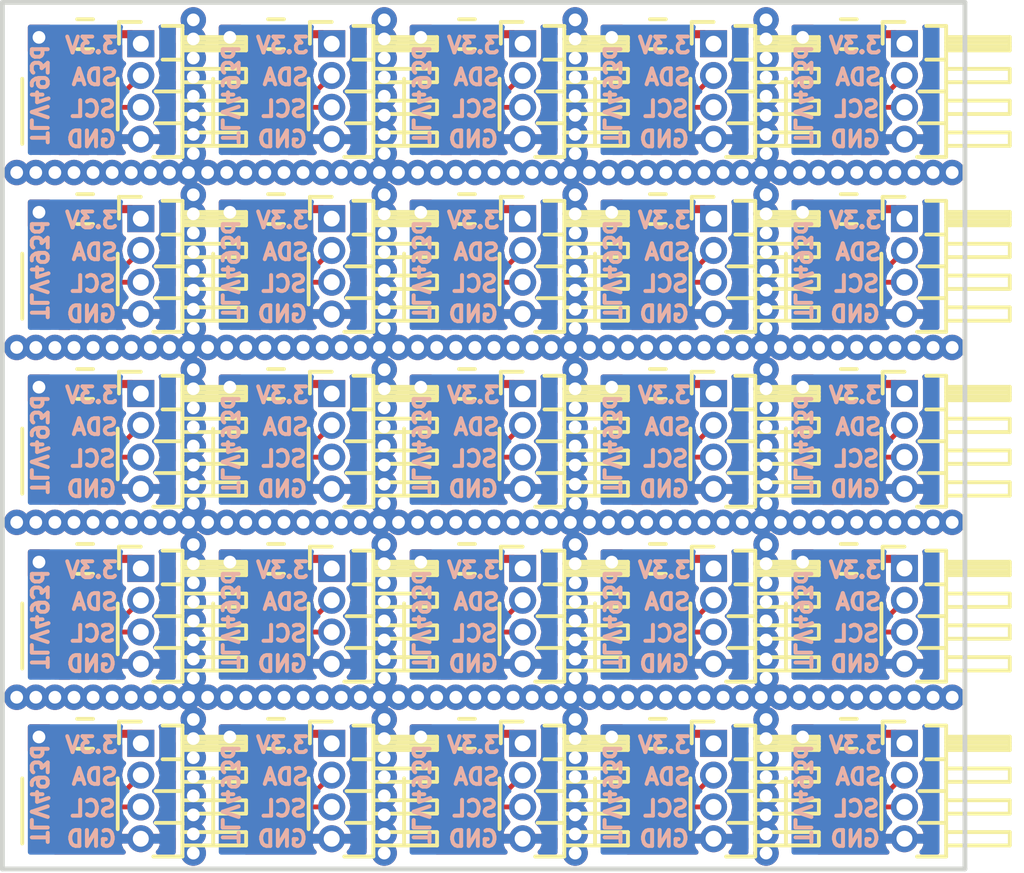
<source format=kicad_pcb>
(kicad_pcb (version 20171130) (host pcbnew 5.0.2-bee76a0~70~ubuntu18.04.1)
  (layers (0 F.Cu signal) (31 B.Cu signal) (34 B.Paste user) (35 F.Paste user) (36 B.SilkS user) (37 F.SilkS user) (38 B.Mask user) (39 F.Mask user) (44 Edge.Cuts user))
  (net 0 "")
  (net 1 GND)
  (net 2 +3V3)
  (net 3 "Net-(J1-Pad2)")
  (net 4 "Net-(J1-Pad3)")
  (module Capacitors_SMD:C_0402 (layer F.Cu) (at 134.7 114.25)
    (fp_text reference C1 hide)
    (fp_text value C)
    (pad 2 smd rect (at 0.55 0) (size 0.6 0.5) (layers F.Cu F.Paste F.Mask) (net 2 +3V3))
    (pad 1 smd rect (at -0.55 0) (size 0.6 0.5) (layers F.Cu F.Paste F.Mask) (net 1 GND))
  )
  (module Capacitors_SMD:C_0402 (layer F.Cu) (at 128.7 114.25)
    (fp_text reference C1 hide)
    (fp_text value C)
    (pad 2 smd rect (at 0.55 0) (size 0.6 0.5) (layers F.Cu F.Paste F.Mask) (net 2 +3V3))
    (pad 1 smd rect (at -0.55 0) (size 0.6 0.5) (layers F.Cu F.Paste F.Mask) (net 1 GND))
  )
  (module Capacitors_SMD:C_0402 (layer F.Cu) (at 122.7 114.25)
    (fp_text reference C1 hide)
    (fp_text value C)
    (pad 2 smd rect (at 0.55 0) (size 0.6 0.5) (layers F.Cu F.Paste F.Mask) (net 2 +3V3))
    (pad 1 smd rect (at -0.55 0) (size 0.6 0.5) (layers F.Cu F.Paste F.Mask) (net 1 GND))
  )
  (module Capacitors_SMD:C_0402 (layer F.Cu) (at 116.7 114.25)
    (fp_text reference C1 hide)
    (fp_text value C)
    (pad 2 smd rect (at 0.55 0) (size 0.6 0.5) (layers F.Cu F.Paste F.Mask) (net 2 +3V3))
    (pad 1 smd rect (at -0.55 0) (size 0.6 0.5) (layers F.Cu F.Paste F.Mask) (net 1 GND))
  )
  (module Capacitors_SMD:C_0402 (layer F.Cu) (at 110.7 114.25)
    (fp_text reference C1 hide)
    (fp_text value C)
    (pad 2 smd rect (at 0.55 0) (size 0.6 0.5) (layers F.Cu F.Paste F.Mask) (net 2 +3V3))
    (pad 1 smd rect (at -0.55 0) (size 0.6 0.5) (layers F.Cu F.Paste F.Mask) (net 1 GND))
  )
  (module Capacitors_SMD:C_0402 (layer F.Cu) (at 134.7 108.75)
    (fp_text reference C1 hide)
    (fp_text value C)
    (pad 2 smd rect (at 0.55 0) (size 0.6 0.5) (layers F.Cu F.Paste F.Mask) (net 2 +3V3))
    (pad 1 smd rect (at -0.55 0) (size 0.6 0.5) (layers F.Cu F.Paste F.Mask) (net 1 GND))
  )
  (module Capacitors_SMD:C_0402 (layer F.Cu) (at 128.7 108.75)
    (fp_text reference C1 hide)
    (fp_text value C)
    (pad 2 smd rect (at 0.55 0) (size 0.6 0.5) (layers F.Cu F.Paste F.Mask) (net 2 +3V3))
    (pad 1 smd rect (at -0.55 0) (size 0.6 0.5) (layers F.Cu F.Paste F.Mask) (net 1 GND))
  )
  (module Capacitors_SMD:C_0402 (layer F.Cu) (at 122.7 108.75)
    (fp_text reference C1 hide)
    (fp_text value C)
    (pad 2 smd rect (at 0.55 0) (size 0.6 0.5) (layers F.Cu F.Paste F.Mask) (net 2 +3V3))
    (pad 1 smd rect (at -0.55 0) (size 0.6 0.5) (layers F.Cu F.Paste F.Mask) (net 1 GND))
  )
  (module Capacitors_SMD:C_0402 (layer F.Cu) (at 116.7 108.75)
    (fp_text reference C1 hide)
    (fp_text value C)
    (pad 2 smd rect (at 0.55 0) (size 0.6 0.5) (layers F.Cu F.Paste F.Mask) (net 2 +3V3))
    (pad 1 smd rect (at -0.55 0) (size 0.6 0.5) (layers F.Cu F.Paste F.Mask) (net 1 GND))
  )
  (module Capacitors_SMD:C_0402 (layer F.Cu) (at 110.7 108.75)
    (fp_text reference C1 hide)
    (fp_text value C)
    (pad 2 smd rect (at 0.55 0) (size 0.6 0.5) (layers F.Cu F.Paste F.Mask) (net 2 +3V3))
    (pad 1 smd rect (at -0.55 0) (size 0.6 0.5) (layers F.Cu F.Paste F.Mask) (net 1 GND))
  )
  (module Capacitors_SMD:C_0402 (layer F.Cu) (at 134.7 103.25)
    (fp_text reference C1 hide)
    (fp_text value C)
    (pad 2 smd rect (at 0.55 0) (size 0.6 0.5) (layers F.Cu F.Paste F.Mask) (net 2 +3V3))
    (pad 1 smd rect (at -0.55 0) (size 0.6 0.5) (layers F.Cu F.Paste F.Mask) (net 1 GND))
  )
  (module Capacitors_SMD:C_0402 (layer F.Cu) (at 128.7 103.25)
    (fp_text reference C1 hide)
    (fp_text value C)
    (pad 2 smd rect (at 0.55 0) (size 0.6 0.5) (layers F.Cu F.Paste F.Mask) (net 2 +3V3))
    (pad 1 smd rect (at -0.55 0) (size 0.6 0.5) (layers F.Cu F.Paste F.Mask) (net 1 GND))
  )
  (module Capacitors_SMD:C_0402 (layer F.Cu) (at 122.7 103.25)
    (fp_text reference C1 hide)
    (fp_text value C)
    (pad 2 smd rect (at 0.55 0) (size 0.6 0.5) (layers F.Cu F.Paste F.Mask) (net 2 +3V3))
    (pad 1 smd rect (at -0.55 0) (size 0.6 0.5) (layers F.Cu F.Paste F.Mask) (net 1 GND))
  )
  (module Capacitors_SMD:C_0402 (layer F.Cu) (at 116.7 103.25)
    (fp_text reference C1 hide)
    (fp_text value C)
    (pad 2 smd rect (at 0.55 0) (size 0.6 0.5) (layers F.Cu F.Paste F.Mask) (net 2 +3V3))
    (pad 1 smd rect (at -0.55 0) (size 0.6 0.5) (layers F.Cu F.Paste F.Mask) (net 1 GND))
  )
  (module Capacitors_SMD:C_0402 (layer F.Cu) (at 110.7 103.25)
    (fp_text reference C1 hide)
    (fp_text value C)
    (pad 2 smd rect (at 0.55 0) (size 0.6 0.5) (layers F.Cu F.Paste F.Mask) (net 2 +3V3))
    (pad 1 smd rect (at -0.55 0) (size 0.6 0.5) (layers F.Cu F.Paste F.Mask) (net 1 GND))
  )
  (module Capacitors_SMD:C_0402 (layer F.Cu) (at 134.7 97.75)
    (fp_text reference C1 hide)
    (fp_text value C)
    (pad 2 smd rect (at 0.55 0) (size 0.6 0.5) (layers F.Cu F.Paste F.Mask) (net 2 +3V3))
    (pad 1 smd rect (at -0.55 0) (size 0.6 0.5) (layers F.Cu F.Paste F.Mask) (net 1 GND))
  )
  (module Capacitors_SMD:C_0402 (layer F.Cu) (at 128.7 97.75)
    (fp_text reference C1 hide)
    (fp_text value C)
    (pad 2 smd rect (at 0.55 0) (size 0.6 0.5) (layers F.Cu F.Paste F.Mask) (net 2 +3V3))
    (pad 1 smd rect (at -0.55 0) (size 0.6 0.5) (layers F.Cu F.Paste F.Mask) (net 1 GND))
  )
  (module Capacitors_SMD:C_0402 (layer F.Cu) (at 122.7 97.75)
    (fp_text reference C1 hide)
    (fp_text value C)
    (pad 2 smd rect (at 0.55 0) (size 0.6 0.5) (layers F.Cu F.Paste F.Mask) (net 2 +3V3))
    (pad 1 smd rect (at -0.55 0) (size 0.6 0.5) (layers F.Cu F.Paste F.Mask) (net 1 GND))
  )
  (module Capacitors_SMD:C_0402 (layer F.Cu) (at 116.7 97.75)
    (fp_text reference C1 hide)
    (fp_text value C)
    (pad 2 smd rect (at 0.55 0) (size 0.6 0.5) (layers F.Cu F.Paste F.Mask) (net 2 +3V3))
    (pad 1 smd rect (at -0.55 0) (size 0.6 0.5) (layers F.Cu F.Paste F.Mask) (net 1 GND))
  )
  (module Capacitors_SMD:C_0402 (layer F.Cu) (at 110.7 97.75)
    (fp_text reference C1 hide)
    (fp_text value C)
    (pad 2 smd rect (at 0.55 0) (size 0.6 0.5) (layers F.Cu F.Paste F.Mask) (net 2 +3V3))
    (pad 1 smd rect (at -0.55 0) (size 0.6 0.5) (layers F.Cu F.Paste F.Mask) (net 1 GND))
  )
  (module Capacitors_SMD:C_0402 (layer F.Cu) (at 134.7 92.25)
    (fp_text reference C1 hide)
    (fp_text value C)
    (pad 2 smd rect (at 0.55 0) (size 0.6 0.5) (layers F.Cu F.Paste F.Mask) (net 2 +3V3))
    (pad 1 smd rect (at -0.55 0) (size 0.6 0.5) (layers F.Cu F.Paste F.Mask) (net 1 GND))
  )
  (module Capacitors_SMD:C_0402 (layer F.Cu) (at 128.7 92.25)
    (fp_text reference C1 hide)
    (fp_text value C)
    (pad 2 smd rect (at 0.55 0) (size 0.6 0.5) (layers F.Cu F.Paste F.Mask) (net 2 +3V3))
    (pad 1 smd rect (at -0.55 0) (size 0.6 0.5) (layers F.Cu F.Paste F.Mask) (net 1 GND))
  )
  (module Capacitors_SMD:C_0402 (layer F.Cu) (at 122.7 92.25)
    (fp_text reference C1 hide)
    (fp_text value C)
    (pad 2 smd rect (at 0.55 0) (size 0.6 0.5) (layers F.Cu F.Paste F.Mask) (net 2 +3V3))
    (pad 1 smd rect (at -0.55 0) (size 0.6 0.5) (layers F.Cu F.Paste F.Mask) (net 1 GND))
  )
  (module Capacitors_SMD:C_0402 (layer F.Cu) (at 116.7 92.25)
    (fp_text reference C1 hide)
    (fp_text value C)
    (pad 2 smd rect (at 0.55 0) (size 0.6 0.5) (layers F.Cu F.Paste F.Mask) (net 2 +3V3))
    (pad 1 smd rect (at -0.55 0) (size 0.6 0.5) (layers F.Cu F.Paste F.Mask) (net 1 GND))
  )
  (module custom_lib:TSOP-6 (layer F.Cu) (at 134.225 116.45 90)
    (fp_text reference U1 hide)
    (fp_text value AT42QT1010-TSHR hide)
    (pad 6 smd rect (at 1.2 -0.95 90) (size 0.5 0.5) (layers F.Cu F.Paste F.Mask) (net 3 "Net-(J1-Pad2)"))
    (pad 5 smd rect (at 1.2 0 90) (size 0.5 0.5) (layers F.Cu F.Paste F.Mask) (net 1 GND))
    (pad 4 smd rect (at 1.2 0.95 90) (size 0.5 0.5) (layers F.Cu F.Paste F.Mask) (net 2 +3V3))
    (pad 3 smd rect (at -1.2 0.95 90) (size 0.5 0.5) (layers F.Cu F.Paste F.Mask) (net 1 GND))
    (pad 2 smd rect (at -1.2 0 90) (size 0.5 0.5) (layers F.Cu F.Paste F.Mask) (net 1 GND))
    (pad 1 smd rect (at -1.2 -0.95 90) (size 0.5 0.5) (layers F.Cu F.Paste F.Mask) (net 4 "Net-(J1-Pad3)"))
  )
  (module custom_lib:TSOP-6 (layer F.Cu) (at 128.225 116.45 90)
    (fp_text reference U1 hide)
    (fp_text value AT42QT1010-TSHR hide)
    (pad 6 smd rect (at 1.2 -0.95 90) (size 0.5 0.5) (layers F.Cu F.Paste F.Mask) (net 3 "Net-(J1-Pad2)"))
    (pad 5 smd rect (at 1.2 0 90) (size 0.5 0.5) (layers F.Cu F.Paste F.Mask) (net 1 GND))
    (pad 4 smd rect (at 1.2 0.95 90) (size 0.5 0.5) (layers F.Cu F.Paste F.Mask) (net 2 +3V3))
    (pad 3 smd rect (at -1.2 0.95 90) (size 0.5 0.5) (layers F.Cu F.Paste F.Mask) (net 1 GND))
    (pad 2 smd rect (at -1.2 0 90) (size 0.5 0.5) (layers F.Cu F.Paste F.Mask) (net 1 GND))
    (pad 1 smd rect (at -1.2 -0.95 90) (size 0.5 0.5) (layers F.Cu F.Paste F.Mask) (net 4 "Net-(J1-Pad3)"))
  )
  (module custom_lib:TSOP-6 (layer F.Cu) (at 122.225 116.45 90)
    (fp_text reference U1 hide)
    (fp_text value AT42QT1010-TSHR hide)
    (pad 6 smd rect (at 1.2 -0.95 90) (size 0.5 0.5) (layers F.Cu F.Paste F.Mask) (net 3 "Net-(J1-Pad2)"))
    (pad 5 smd rect (at 1.2 0 90) (size 0.5 0.5) (layers F.Cu F.Paste F.Mask) (net 1 GND))
    (pad 4 smd rect (at 1.2 0.95 90) (size 0.5 0.5) (layers F.Cu F.Paste F.Mask) (net 2 +3V3))
    (pad 3 smd rect (at -1.2 0.95 90) (size 0.5 0.5) (layers F.Cu F.Paste F.Mask) (net 1 GND))
    (pad 2 smd rect (at -1.2 0 90) (size 0.5 0.5) (layers F.Cu F.Paste F.Mask) (net 1 GND))
    (pad 1 smd rect (at -1.2 -0.95 90) (size 0.5 0.5) (layers F.Cu F.Paste F.Mask) (net 4 "Net-(J1-Pad3)"))
  )
  (module custom_lib:TSOP-6 (layer F.Cu) (at 116.225 116.45 90)
    (fp_text reference U1 hide)
    (fp_text value AT42QT1010-TSHR hide)
    (pad 6 smd rect (at 1.2 -0.95 90) (size 0.5 0.5) (layers F.Cu F.Paste F.Mask) (net 3 "Net-(J1-Pad2)"))
    (pad 5 smd rect (at 1.2 0 90) (size 0.5 0.5) (layers F.Cu F.Paste F.Mask) (net 1 GND))
    (pad 4 smd rect (at 1.2 0.95 90) (size 0.5 0.5) (layers F.Cu F.Paste F.Mask) (net 2 +3V3))
    (pad 3 smd rect (at -1.2 0.95 90) (size 0.5 0.5) (layers F.Cu F.Paste F.Mask) (net 1 GND))
    (pad 2 smd rect (at -1.2 0 90) (size 0.5 0.5) (layers F.Cu F.Paste F.Mask) (net 1 GND))
    (pad 1 smd rect (at -1.2 -0.95 90) (size 0.5 0.5) (layers F.Cu F.Paste F.Mask) (net 4 "Net-(J1-Pad3)"))
  )
  (module custom_lib:TSOP-6 (layer F.Cu) (at 110.225 116.45 90)
    (fp_text reference U1 hide)
    (fp_text value AT42QT1010-TSHR hide)
    (pad 6 smd rect (at 1.2 -0.95 90) (size 0.5 0.5) (layers F.Cu F.Paste F.Mask) (net 3 "Net-(J1-Pad2)"))
    (pad 5 smd rect (at 1.2 0 90) (size 0.5 0.5) (layers F.Cu F.Paste F.Mask) (net 1 GND))
    (pad 4 smd rect (at 1.2 0.95 90) (size 0.5 0.5) (layers F.Cu F.Paste F.Mask) (net 2 +3V3))
    (pad 3 smd rect (at -1.2 0.95 90) (size 0.5 0.5) (layers F.Cu F.Paste F.Mask) (net 1 GND))
    (pad 2 smd rect (at -1.2 0 90) (size 0.5 0.5) (layers F.Cu F.Paste F.Mask) (net 1 GND))
    (pad 1 smd rect (at -1.2 -0.95 90) (size 0.5 0.5) (layers F.Cu F.Paste F.Mask) (net 4 "Net-(J1-Pad3)"))
  )
  (module custom_lib:TSOP-6 (layer F.Cu) (at 134.225 110.95 90)
    (fp_text reference U1 hide)
    (fp_text value AT42QT1010-TSHR hide)
    (pad 6 smd rect (at 1.2 -0.95 90) (size 0.5 0.5) (layers F.Cu F.Paste F.Mask) (net 3 "Net-(J1-Pad2)"))
    (pad 5 smd rect (at 1.2 0 90) (size 0.5 0.5) (layers F.Cu F.Paste F.Mask) (net 1 GND))
    (pad 4 smd rect (at 1.2 0.95 90) (size 0.5 0.5) (layers F.Cu F.Paste F.Mask) (net 2 +3V3))
    (pad 3 smd rect (at -1.2 0.95 90) (size 0.5 0.5) (layers F.Cu F.Paste F.Mask) (net 1 GND))
    (pad 2 smd rect (at -1.2 0 90) (size 0.5 0.5) (layers F.Cu F.Paste F.Mask) (net 1 GND))
    (pad 1 smd rect (at -1.2 -0.95 90) (size 0.5 0.5) (layers F.Cu F.Paste F.Mask) (net 4 "Net-(J1-Pad3)"))
  )
  (module custom_lib:TSOP-6 (layer F.Cu) (at 128.225 110.95 90)
    (fp_text reference U1 hide)
    (fp_text value AT42QT1010-TSHR hide)
    (pad 6 smd rect (at 1.2 -0.95 90) (size 0.5 0.5) (layers F.Cu F.Paste F.Mask) (net 3 "Net-(J1-Pad2)"))
    (pad 5 smd rect (at 1.2 0 90) (size 0.5 0.5) (layers F.Cu F.Paste F.Mask) (net 1 GND))
    (pad 4 smd rect (at 1.2 0.95 90) (size 0.5 0.5) (layers F.Cu F.Paste F.Mask) (net 2 +3V3))
    (pad 3 smd rect (at -1.2 0.95 90) (size 0.5 0.5) (layers F.Cu F.Paste F.Mask) (net 1 GND))
    (pad 2 smd rect (at -1.2 0 90) (size 0.5 0.5) (layers F.Cu F.Paste F.Mask) (net 1 GND))
    (pad 1 smd rect (at -1.2 -0.95 90) (size 0.5 0.5) (layers F.Cu F.Paste F.Mask) (net 4 "Net-(J1-Pad3)"))
  )
  (module custom_lib:TSOP-6 (layer F.Cu) (at 122.225 110.95 90)
    (fp_text reference U1 hide)
    (fp_text value AT42QT1010-TSHR hide)
    (pad 6 smd rect (at 1.2 -0.95 90) (size 0.5 0.5) (layers F.Cu F.Paste F.Mask) (net 3 "Net-(J1-Pad2)"))
    (pad 5 smd rect (at 1.2 0 90) (size 0.5 0.5) (layers F.Cu F.Paste F.Mask) (net 1 GND))
    (pad 4 smd rect (at 1.2 0.95 90) (size 0.5 0.5) (layers F.Cu F.Paste F.Mask) (net 2 +3V3))
    (pad 3 smd rect (at -1.2 0.95 90) (size 0.5 0.5) (layers F.Cu F.Paste F.Mask) (net 1 GND))
    (pad 2 smd rect (at -1.2 0 90) (size 0.5 0.5) (layers F.Cu F.Paste F.Mask) (net 1 GND))
    (pad 1 smd rect (at -1.2 -0.95 90) (size 0.5 0.5) (layers F.Cu F.Paste F.Mask) (net 4 "Net-(J1-Pad3)"))
  )
  (module custom_lib:TSOP-6 (layer F.Cu) (at 116.225 110.95 90)
    (fp_text reference U1 hide)
    (fp_text value AT42QT1010-TSHR hide)
    (pad 6 smd rect (at 1.2 -0.95 90) (size 0.5 0.5) (layers F.Cu F.Paste F.Mask) (net 3 "Net-(J1-Pad2)"))
    (pad 5 smd rect (at 1.2 0 90) (size 0.5 0.5) (layers F.Cu F.Paste F.Mask) (net 1 GND))
    (pad 4 smd rect (at 1.2 0.95 90) (size 0.5 0.5) (layers F.Cu F.Paste F.Mask) (net 2 +3V3))
    (pad 3 smd rect (at -1.2 0.95 90) (size 0.5 0.5) (layers F.Cu F.Paste F.Mask) (net 1 GND))
    (pad 2 smd rect (at -1.2 0 90) (size 0.5 0.5) (layers F.Cu F.Paste F.Mask) (net 1 GND))
    (pad 1 smd rect (at -1.2 -0.95 90) (size 0.5 0.5) (layers F.Cu F.Paste F.Mask) (net 4 "Net-(J1-Pad3)"))
  )
  (module custom_lib:TSOP-6 (layer F.Cu) (at 110.225 110.95 90)
    (fp_text reference U1 hide)
    (fp_text value AT42QT1010-TSHR hide)
    (pad 6 smd rect (at 1.2 -0.95 90) (size 0.5 0.5) (layers F.Cu F.Paste F.Mask) (net 3 "Net-(J1-Pad2)"))
    (pad 5 smd rect (at 1.2 0 90) (size 0.5 0.5) (layers F.Cu F.Paste F.Mask) (net 1 GND))
    (pad 4 smd rect (at 1.2 0.95 90) (size 0.5 0.5) (layers F.Cu F.Paste F.Mask) (net 2 +3V3))
    (pad 3 smd rect (at -1.2 0.95 90) (size 0.5 0.5) (layers F.Cu F.Paste F.Mask) (net 1 GND))
    (pad 2 smd rect (at -1.2 0 90) (size 0.5 0.5) (layers F.Cu F.Paste F.Mask) (net 1 GND))
    (pad 1 smd rect (at -1.2 -0.95 90) (size 0.5 0.5) (layers F.Cu F.Paste F.Mask) (net 4 "Net-(J1-Pad3)"))
  )
  (module custom_lib:TSOP-6 (layer F.Cu) (at 134.225 105.45 90)
    (fp_text reference U1 hide)
    (fp_text value AT42QT1010-TSHR hide)
    (pad 6 smd rect (at 1.2 -0.95 90) (size 0.5 0.5) (layers F.Cu F.Paste F.Mask) (net 3 "Net-(J1-Pad2)"))
    (pad 5 smd rect (at 1.2 0 90) (size 0.5 0.5) (layers F.Cu F.Paste F.Mask) (net 1 GND))
    (pad 4 smd rect (at 1.2 0.95 90) (size 0.5 0.5) (layers F.Cu F.Paste F.Mask) (net 2 +3V3))
    (pad 3 smd rect (at -1.2 0.95 90) (size 0.5 0.5) (layers F.Cu F.Paste F.Mask) (net 1 GND))
    (pad 2 smd rect (at -1.2 0 90) (size 0.5 0.5) (layers F.Cu F.Paste F.Mask) (net 1 GND))
    (pad 1 smd rect (at -1.2 -0.95 90) (size 0.5 0.5) (layers F.Cu F.Paste F.Mask) (net 4 "Net-(J1-Pad3)"))
  )
  (module custom_lib:TSOP-6 (layer F.Cu) (at 128.225 105.45 90)
    (fp_text reference U1 hide)
    (fp_text value AT42QT1010-TSHR hide)
    (pad 6 smd rect (at 1.2 -0.95 90) (size 0.5 0.5) (layers F.Cu F.Paste F.Mask) (net 3 "Net-(J1-Pad2)"))
    (pad 5 smd rect (at 1.2 0 90) (size 0.5 0.5) (layers F.Cu F.Paste F.Mask) (net 1 GND))
    (pad 4 smd rect (at 1.2 0.95 90) (size 0.5 0.5) (layers F.Cu F.Paste F.Mask) (net 2 +3V3))
    (pad 3 smd rect (at -1.2 0.95 90) (size 0.5 0.5) (layers F.Cu F.Paste F.Mask) (net 1 GND))
    (pad 2 smd rect (at -1.2 0 90) (size 0.5 0.5) (layers F.Cu F.Paste F.Mask) (net 1 GND))
    (pad 1 smd rect (at -1.2 -0.95 90) (size 0.5 0.5) (layers F.Cu F.Paste F.Mask) (net 4 "Net-(J1-Pad3)"))
  )
  (module custom_lib:TSOP-6 (layer F.Cu) (at 122.225 105.45 90)
    (fp_text reference U1 hide)
    (fp_text value AT42QT1010-TSHR hide)
    (pad 6 smd rect (at 1.2 -0.95 90) (size 0.5 0.5) (layers F.Cu F.Paste F.Mask) (net 3 "Net-(J1-Pad2)"))
    (pad 5 smd rect (at 1.2 0 90) (size 0.5 0.5) (layers F.Cu F.Paste F.Mask) (net 1 GND))
    (pad 4 smd rect (at 1.2 0.95 90) (size 0.5 0.5) (layers F.Cu F.Paste F.Mask) (net 2 +3V3))
    (pad 3 smd rect (at -1.2 0.95 90) (size 0.5 0.5) (layers F.Cu F.Paste F.Mask) (net 1 GND))
    (pad 2 smd rect (at -1.2 0 90) (size 0.5 0.5) (layers F.Cu F.Paste F.Mask) (net 1 GND))
    (pad 1 smd rect (at -1.2 -0.95 90) (size 0.5 0.5) (layers F.Cu F.Paste F.Mask) (net 4 "Net-(J1-Pad3)"))
  )
  (module custom_lib:TSOP-6 (layer F.Cu) (at 116.225 105.45 90)
    (fp_text reference U1 hide)
    (fp_text value AT42QT1010-TSHR hide)
    (pad 6 smd rect (at 1.2 -0.95 90) (size 0.5 0.5) (layers F.Cu F.Paste F.Mask) (net 3 "Net-(J1-Pad2)"))
    (pad 5 smd rect (at 1.2 0 90) (size 0.5 0.5) (layers F.Cu F.Paste F.Mask) (net 1 GND))
    (pad 4 smd rect (at 1.2 0.95 90) (size 0.5 0.5) (layers F.Cu F.Paste F.Mask) (net 2 +3V3))
    (pad 3 smd rect (at -1.2 0.95 90) (size 0.5 0.5) (layers F.Cu F.Paste F.Mask) (net 1 GND))
    (pad 2 smd rect (at -1.2 0 90) (size 0.5 0.5) (layers F.Cu F.Paste F.Mask) (net 1 GND))
    (pad 1 smd rect (at -1.2 -0.95 90) (size 0.5 0.5) (layers F.Cu F.Paste F.Mask) (net 4 "Net-(J1-Pad3)"))
  )
  (module custom_lib:TSOP-6 (layer F.Cu) (at 110.225 105.45 90)
    (fp_text reference U1 hide)
    (fp_text value AT42QT1010-TSHR hide)
    (pad 6 smd rect (at 1.2 -0.95 90) (size 0.5 0.5) (layers F.Cu F.Paste F.Mask) (net 3 "Net-(J1-Pad2)"))
    (pad 5 smd rect (at 1.2 0 90) (size 0.5 0.5) (layers F.Cu F.Paste F.Mask) (net 1 GND))
    (pad 4 smd rect (at 1.2 0.95 90) (size 0.5 0.5) (layers F.Cu F.Paste F.Mask) (net 2 +3V3))
    (pad 3 smd rect (at -1.2 0.95 90) (size 0.5 0.5) (layers F.Cu F.Paste F.Mask) (net 1 GND))
    (pad 2 smd rect (at -1.2 0 90) (size 0.5 0.5) (layers F.Cu F.Paste F.Mask) (net 1 GND))
    (pad 1 smd rect (at -1.2 -0.95 90) (size 0.5 0.5) (layers F.Cu F.Paste F.Mask) (net 4 "Net-(J1-Pad3)"))
  )
  (module custom_lib:TSOP-6 (layer F.Cu) (at 134.225 99.95 90)
    (fp_text reference U1 hide)
    (fp_text value AT42QT1010-TSHR hide)
    (pad 6 smd rect (at 1.2 -0.95 90) (size 0.5 0.5) (layers F.Cu F.Paste F.Mask) (net 3 "Net-(J1-Pad2)"))
    (pad 5 smd rect (at 1.2 0 90) (size 0.5 0.5) (layers F.Cu F.Paste F.Mask) (net 1 GND))
    (pad 4 smd rect (at 1.2 0.95 90) (size 0.5 0.5) (layers F.Cu F.Paste F.Mask) (net 2 +3V3))
    (pad 3 smd rect (at -1.2 0.95 90) (size 0.5 0.5) (layers F.Cu F.Paste F.Mask) (net 1 GND))
    (pad 2 smd rect (at -1.2 0 90) (size 0.5 0.5) (layers F.Cu F.Paste F.Mask) (net 1 GND))
    (pad 1 smd rect (at -1.2 -0.95 90) (size 0.5 0.5) (layers F.Cu F.Paste F.Mask) (net 4 "Net-(J1-Pad3)"))
  )
  (module custom_lib:TSOP-6 (layer F.Cu) (at 128.225 99.95 90)
    (fp_text reference U1 hide)
    (fp_text value AT42QT1010-TSHR hide)
    (pad 6 smd rect (at 1.2 -0.95 90) (size 0.5 0.5) (layers F.Cu F.Paste F.Mask) (net 3 "Net-(J1-Pad2)"))
    (pad 5 smd rect (at 1.2 0 90) (size 0.5 0.5) (layers F.Cu F.Paste F.Mask) (net 1 GND))
    (pad 4 smd rect (at 1.2 0.95 90) (size 0.5 0.5) (layers F.Cu F.Paste F.Mask) (net 2 +3V3))
    (pad 3 smd rect (at -1.2 0.95 90) (size 0.5 0.5) (layers F.Cu F.Paste F.Mask) (net 1 GND))
    (pad 2 smd rect (at -1.2 0 90) (size 0.5 0.5) (layers F.Cu F.Paste F.Mask) (net 1 GND))
    (pad 1 smd rect (at -1.2 -0.95 90) (size 0.5 0.5) (layers F.Cu F.Paste F.Mask) (net 4 "Net-(J1-Pad3)"))
  )
  (module custom_lib:TSOP-6 (layer F.Cu) (at 122.225 99.95 90)
    (fp_text reference U1 hide)
    (fp_text value AT42QT1010-TSHR hide)
    (pad 6 smd rect (at 1.2 -0.95 90) (size 0.5 0.5) (layers F.Cu F.Paste F.Mask) (net 3 "Net-(J1-Pad2)"))
    (pad 5 smd rect (at 1.2 0 90) (size 0.5 0.5) (layers F.Cu F.Paste F.Mask) (net 1 GND))
    (pad 4 smd rect (at 1.2 0.95 90) (size 0.5 0.5) (layers F.Cu F.Paste F.Mask) (net 2 +3V3))
    (pad 3 smd rect (at -1.2 0.95 90) (size 0.5 0.5) (layers F.Cu F.Paste F.Mask) (net 1 GND))
    (pad 2 smd rect (at -1.2 0 90) (size 0.5 0.5) (layers F.Cu F.Paste F.Mask) (net 1 GND))
    (pad 1 smd rect (at -1.2 -0.95 90) (size 0.5 0.5) (layers F.Cu F.Paste F.Mask) (net 4 "Net-(J1-Pad3)"))
  )
  (module custom_lib:TSOP-6 (layer F.Cu) (at 116.225 99.95 90)
    (fp_text reference U1 hide)
    (fp_text value AT42QT1010-TSHR hide)
    (pad 6 smd rect (at 1.2 -0.95 90) (size 0.5 0.5) (layers F.Cu F.Paste F.Mask) (net 3 "Net-(J1-Pad2)"))
    (pad 5 smd rect (at 1.2 0 90) (size 0.5 0.5) (layers F.Cu F.Paste F.Mask) (net 1 GND))
    (pad 4 smd rect (at 1.2 0.95 90) (size 0.5 0.5) (layers F.Cu F.Paste F.Mask) (net 2 +3V3))
    (pad 3 smd rect (at -1.2 0.95 90) (size 0.5 0.5) (layers F.Cu F.Paste F.Mask) (net 1 GND))
    (pad 2 smd rect (at -1.2 0 90) (size 0.5 0.5) (layers F.Cu F.Paste F.Mask) (net 1 GND))
    (pad 1 smd rect (at -1.2 -0.95 90) (size 0.5 0.5) (layers F.Cu F.Paste F.Mask) (net 4 "Net-(J1-Pad3)"))
  )
  (module custom_lib:TSOP-6 (layer F.Cu) (at 110.225 99.95 90)
    (fp_text reference U1 hide)
    (fp_text value AT42QT1010-TSHR hide)
    (pad 6 smd rect (at 1.2 -0.95 90) (size 0.5 0.5) (layers F.Cu F.Paste F.Mask) (net 3 "Net-(J1-Pad2)"))
    (pad 5 smd rect (at 1.2 0 90) (size 0.5 0.5) (layers F.Cu F.Paste F.Mask) (net 1 GND))
    (pad 4 smd rect (at 1.2 0.95 90) (size 0.5 0.5) (layers F.Cu F.Paste F.Mask) (net 2 +3V3))
    (pad 3 smd rect (at -1.2 0.95 90) (size 0.5 0.5) (layers F.Cu F.Paste F.Mask) (net 1 GND))
    (pad 2 smd rect (at -1.2 0 90) (size 0.5 0.5) (layers F.Cu F.Paste F.Mask) (net 1 GND))
    (pad 1 smd rect (at -1.2 -0.95 90) (size 0.5 0.5) (layers F.Cu F.Paste F.Mask) (net 4 "Net-(J1-Pad3)"))
  )
  (module custom_lib:TSOP-6 (layer F.Cu) (at 134.225 94.45 90)
    (fp_text reference U1 hide)
    (fp_text value AT42QT1010-TSHR hide)
    (pad 6 smd rect (at 1.2 -0.95 90) (size 0.5 0.5) (layers F.Cu F.Paste F.Mask) (net 3 "Net-(J1-Pad2)"))
    (pad 5 smd rect (at 1.2 0 90) (size 0.5 0.5) (layers F.Cu F.Paste F.Mask) (net 1 GND))
    (pad 4 smd rect (at 1.2 0.95 90) (size 0.5 0.5) (layers F.Cu F.Paste F.Mask) (net 2 +3V3))
    (pad 3 smd rect (at -1.2 0.95 90) (size 0.5 0.5) (layers F.Cu F.Paste F.Mask) (net 1 GND))
    (pad 2 smd rect (at -1.2 0 90) (size 0.5 0.5) (layers F.Cu F.Paste F.Mask) (net 1 GND))
    (pad 1 smd rect (at -1.2 -0.95 90) (size 0.5 0.5) (layers F.Cu F.Paste F.Mask) (net 4 "Net-(J1-Pad3)"))
  )
  (module custom_lib:TSOP-6 (layer F.Cu) (at 128.225 94.45 90)
    (fp_text reference U1 hide)
    (fp_text value AT42QT1010-TSHR hide)
    (pad 6 smd rect (at 1.2 -0.95 90) (size 0.5 0.5) (layers F.Cu F.Paste F.Mask) (net 3 "Net-(J1-Pad2)"))
    (pad 5 smd rect (at 1.2 0 90) (size 0.5 0.5) (layers F.Cu F.Paste F.Mask) (net 1 GND))
    (pad 4 smd rect (at 1.2 0.95 90) (size 0.5 0.5) (layers F.Cu F.Paste F.Mask) (net 2 +3V3))
    (pad 3 smd rect (at -1.2 0.95 90) (size 0.5 0.5) (layers F.Cu F.Paste F.Mask) (net 1 GND))
    (pad 2 smd rect (at -1.2 0 90) (size 0.5 0.5) (layers F.Cu F.Paste F.Mask) (net 1 GND))
    (pad 1 smd rect (at -1.2 -0.95 90) (size 0.5 0.5) (layers F.Cu F.Paste F.Mask) (net 4 "Net-(J1-Pad3)"))
  )
  (module custom_lib:TSOP-6 (layer F.Cu) (at 122.225 94.45 90)
    (fp_text reference U1 hide)
    (fp_text value AT42QT1010-TSHR hide)
    (pad 6 smd rect (at 1.2 -0.95 90) (size 0.5 0.5) (layers F.Cu F.Paste F.Mask) (net 3 "Net-(J1-Pad2)"))
    (pad 5 smd rect (at 1.2 0 90) (size 0.5 0.5) (layers F.Cu F.Paste F.Mask) (net 1 GND))
    (pad 4 smd rect (at 1.2 0.95 90) (size 0.5 0.5) (layers F.Cu F.Paste F.Mask) (net 2 +3V3))
    (pad 3 smd rect (at -1.2 0.95 90) (size 0.5 0.5) (layers F.Cu F.Paste F.Mask) (net 1 GND))
    (pad 2 smd rect (at -1.2 0 90) (size 0.5 0.5) (layers F.Cu F.Paste F.Mask) (net 1 GND))
    (pad 1 smd rect (at -1.2 -0.95 90) (size 0.5 0.5) (layers F.Cu F.Paste F.Mask) (net 4 "Net-(J1-Pad3)"))
  )
  (module custom_lib:TSOP-6 (layer F.Cu) (at 116.225 94.45 90)
    (fp_text reference U1 hide)
    (fp_text value AT42QT1010-TSHR hide)
    (pad 6 smd rect (at 1.2 -0.95 90) (size 0.5 0.5) (layers F.Cu F.Paste F.Mask) (net 3 "Net-(J1-Pad2)"))
    (pad 5 smd rect (at 1.2 0 90) (size 0.5 0.5) (layers F.Cu F.Paste F.Mask) (net 1 GND))
    (pad 4 smd rect (at 1.2 0.95 90) (size 0.5 0.5) (layers F.Cu F.Paste F.Mask) (net 2 +3V3))
    (pad 3 smd rect (at -1.2 0.95 90) (size 0.5 0.5) (layers F.Cu F.Paste F.Mask) (net 1 GND))
    (pad 2 smd rect (at -1.2 0 90) (size 0.5 0.5) (layers F.Cu F.Paste F.Mask) (net 1 GND))
    (pad 1 smd rect (at -1.2 -0.95 90) (size 0.5 0.5) (layers F.Cu F.Paste F.Mask) (net 4 "Net-(J1-Pad3)"))
  )
  (module Connector_PinHeader_1.00mm:PinHeader_1x04_P1.00mm_Horizontal (layer F.Cu) (at 136.45 114.55)
    (fp_text reference J1 hide)
    (fp_text value Conn_01x04_Female hide)
    (pad 4 thru_hole oval (at 0 3) (size 0.85 0.85) (drill 0.5) (layers *.Cu *.Mask) (net 1 GND))
    (pad 3 thru_hole oval (at 0 2) (size 0.85 0.85) (drill 0.5) (layers *.Cu *.Mask) (net 4 "Net-(J1-Pad3)"))
    (pad 2 thru_hole oval (at 0 1) (size 0.85 0.85) (drill 0.5) (layers *.Cu *.Mask) (net 3 "Net-(J1-Pad2)"))
    (pad 1 thru_hole rect (at 0 0) (size 0.85 0.85) (drill 0.5) (layers *.Cu *.Mask) (net 2 +3V3))
  )
  (module Connector_PinHeader_1.00mm:PinHeader_1x04_P1.00mm_Horizontal (layer F.Cu) (at 130.45 114.55)
    (fp_text reference J1 hide)
    (fp_text value Conn_01x04_Female hide)
    (pad 4 thru_hole oval (at 0 3) (size 0.85 0.85) (drill 0.5) (layers *.Cu *.Mask) (net 1 GND))
    (pad 3 thru_hole oval (at 0 2) (size 0.85 0.85) (drill 0.5) (layers *.Cu *.Mask) (net 4 "Net-(J1-Pad3)"))
    (pad 2 thru_hole oval (at 0 1) (size 0.85 0.85) (drill 0.5) (layers *.Cu *.Mask) (net 3 "Net-(J1-Pad2)"))
    (pad 1 thru_hole rect (at 0 0) (size 0.85 0.85) (drill 0.5) (layers *.Cu *.Mask) (net 2 +3V3))
  )
  (module Connector_PinHeader_1.00mm:PinHeader_1x04_P1.00mm_Horizontal (layer F.Cu) (at 124.45 114.55)
    (fp_text reference J1 hide)
    (fp_text value Conn_01x04_Female hide)
    (pad 4 thru_hole oval (at 0 3) (size 0.85 0.85) (drill 0.5) (layers *.Cu *.Mask) (net 1 GND))
    (pad 3 thru_hole oval (at 0 2) (size 0.85 0.85) (drill 0.5) (layers *.Cu *.Mask) (net 4 "Net-(J1-Pad3)"))
    (pad 2 thru_hole oval (at 0 1) (size 0.85 0.85) (drill 0.5) (layers *.Cu *.Mask) (net 3 "Net-(J1-Pad2)"))
    (pad 1 thru_hole rect (at 0 0) (size 0.85 0.85) (drill 0.5) (layers *.Cu *.Mask) (net 2 +3V3))
  )
  (module Connector_PinHeader_1.00mm:PinHeader_1x04_P1.00mm_Horizontal (layer F.Cu) (at 118.45 114.55)
    (fp_text reference J1 hide)
    (fp_text value Conn_01x04_Female hide)
    (pad 4 thru_hole oval (at 0 3) (size 0.85 0.85) (drill 0.5) (layers *.Cu *.Mask) (net 1 GND))
    (pad 3 thru_hole oval (at 0 2) (size 0.85 0.85) (drill 0.5) (layers *.Cu *.Mask) (net 4 "Net-(J1-Pad3)"))
    (pad 2 thru_hole oval (at 0 1) (size 0.85 0.85) (drill 0.5) (layers *.Cu *.Mask) (net 3 "Net-(J1-Pad2)"))
    (pad 1 thru_hole rect (at 0 0) (size 0.85 0.85) (drill 0.5) (layers *.Cu *.Mask) (net 2 +3V3))
  )
  (module Connector_PinHeader_1.00mm:PinHeader_1x04_P1.00mm_Horizontal (layer F.Cu) (at 112.45 114.55)
    (fp_text reference J1 hide)
    (fp_text value Conn_01x04_Female hide)
    (pad 4 thru_hole oval (at 0 3) (size 0.85 0.85) (drill 0.5) (layers *.Cu *.Mask) (net 1 GND))
    (pad 3 thru_hole oval (at 0 2) (size 0.85 0.85) (drill 0.5) (layers *.Cu *.Mask) (net 4 "Net-(J1-Pad3)"))
    (pad 2 thru_hole oval (at 0 1) (size 0.85 0.85) (drill 0.5) (layers *.Cu *.Mask) (net 3 "Net-(J1-Pad2)"))
    (pad 1 thru_hole rect (at 0 0) (size 0.85 0.85) (drill 0.5) (layers *.Cu *.Mask) (net 2 +3V3))
  )
  (module Connector_PinHeader_1.00mm:PinHeader_1x04_P1.00mm_Horizontal (layer F.Cu) (at 136.45 109.05)
    (fp_text reference J1 hide)
    (fp_text value Conn_01x04_Female hide)
    (pad 4 thru_hole oval (at 0 3) (size 0.85 0.85) (drill 0.5) (layers *.Cu *.Mask) (net 1 GND))
    (pad 3 thru_hole oval (at 0 2) (size 0.85 0.85) (drill 0.5) (layers *.Cu *.Mask) (net 4 "Net-(J1-Pad3)"))
    (pad 2 thru_hole oval (at 0 1) (size 0.85 0.85) (drill 0.5) (layers *.Cu *.Mask) (net 3 "Net-(J1-Pad2)"))
    (pad 1 thru_hole rect (at 0 0) (size 0.85 0.85) (drill 0.5) (layers *.Cu *.Mask) (net 2 +3V3))
  )
  (module Connector_PinHeader_1.00mm:PinHeader_1x04_P1.00mm_Horizontal (layer F.Cu) (at 130.45 109.05)
    (fp_text reference J1 hide)
    (fp_text value Conn_01x04_Female hide)
    (pad 4 thru_hole oval (at 0 3) (size 0.85 0.85) (drill 0.5) (layers *.Cu *.Mask) (net 1 GND))
    (pad 3 thru_hole oval (at 0 2) (size 0.85 0.85) (drill 0.5) (layers *.Cu *.Mask) (net 4 "Net-(J1-Pad3)"))
    (pad 2 thru_hole oval (at 0 1) (size 0.85 0.85) (drill 0.5) (layers *.Cu *.Mask) (net 3 "Net-(J1-Pad2)"))
    (pad 1 thru_hole rect (at 0 0) (size 0.85 0.85) (drill 0.5) (layers *.Cu *.Mask) (net 2 +3V3))
  )
  (module Connector_PinHeader_1.00mm:PinHeader_1x04_P1.00mm_Horizontal (layer F.Cu) (at 124.45 109.05)
    (fp_text reference J1 hide)
    (fp_text value Conn_01x04_Female hide)
    (pad 4 thru_hole oval (at 0 3) (size 0.85 0.85) (drill 0.5) (layers *.Cu *.Mask) (net 1 GND))
    (pad 3 thru_hole oval (at 0 2) (size 0.85 0.85) (drill 0.5) (layers *.Cu *.Mask) (net 4 "Net-(J1-Pad3)"))
    (pad 2 thru_hole oval (at 0 1) (size 0.85 0.85) (drill 0.5) (layers *.Cu *.Mask) (net 3 "Net-(J1-Pad2)"))
    (pad 1 thru_hole rect (at 0 0) (size 0.85 0.85) (drill 0.5) (layers *.Cu *.Mask) (net 2 +3V3))
  )
  (module Connector_PinHeader_1.00mm:PinHeader_1x04_P1.00mm_Horizontal (layer F.Cu) (at 118.45 109.05)
    (fp_text reference J1 hide)
    (fp_text value Conn_01x04_Female hide)
    (pad 4 thru_hole oval (at 0 3) (size 0.85 0.85) (drill 0.5) (layers *.Cu *.Mask) (net 1 GND))
    (pad 3 thru_hole oval (at 0 2) (size 0.85 0.85) (drill 0.5) (layers *.Cu *.Mask) (net 4 "Net-(J1-Pad3)"))
    (pad 2 thru_hole oval (at 0 1) (size 0.85 0.85) (drill 0.5) (layers *.Cu *.Mask) (net 3 "Net-(J1-Pad2)"))
    (pad 1 thru_hole rect (at 0 0) (size 0.85 0.85) (drill 0.5) (layers *.Cu *.Mask) (net 2 +3V3))
  )
  (module Connector_PinHeader_1.00mm:PinHeader_1x04_P1.00mm_Horizontal (layer F.Cu) (at 112.45 109.05)
    (fp_text reference J1 hide)
    (fp_text value Conn_01x04_Female hide)
    (pad 4 thru_hole oval (at 0 3) (size 0.85 0.85) (drill 0.5) (layers *.Cu *.Mask) (net 1 GND))
    (pad 3 thru_hole oval (at 0 2) (size 0.85 0.85) (drill 0.5) (layers *.Cu *.Mask) (net 4 "Net-(J1-Pad3)"))
    (pad 2 thru_hole oval (at 0 1) (size 0.85 0.85) (drill 0.5) (layers *.Cu *.Mask) (net 3 "Net-(J1-Pad2)"))
    (pad 1 thru_hole rect (at 0 0) (size 0.85 0.85) (drill 0.5) (layers *.Cu *.Mask) (net 2 +3V3))
  )
  (module Connector_PinHeader_1.00mm:PinHeader_1x04_P1.00mm_Horizontal (layer F.Cu) (at 136.45 103.55)
    (fp_text reference J1 hide)
    (fp_text value Conn_01x04_Female hide)
    (pad 4 thru_hole oval (at 0 3) (size 0.85 0.85) (drill 0.5) (layers *.Cu *.Mask) (net 1 GND))
    (pad 3 thru_hole oval (at 0 2) (size 0.85 0.85) (drill 0.5) (layers *.Cu *.Mask) (net 4 "Net-(J1-Pad3)"))
    (pad 2 thru_hole oval (at 0 1) (size 0.85 0.85) (drill 0.5) (layers *.Cu *.Mask) (net 3 "Net-(J1-Pad2)"))
    (pad 1 thru_hole rect (at 0 0) (size 0.85 0.85) (drill 0.5) (layers *.Cu *.Mask) (net 2 +3V3))
  )
  (module Connector_PinHeader_1.00mm:PinHeader_1x04_P1.00mm_Horizontal (layer F.Cu) (at 130.45 103.55)
    (fp_text reference J1 hide)
    (fp_text value Conn_01x04_Female hide)
    (pad 4 thru_hole oval (at 0 3) (size 0.85 0.85) (drill 0.5) (layers *.Cu *.Mask) (net 1 GND))
    (pad 3 thru_hole oval (at 0 2) (size 0.85 0.85) (drill 0.5) (layers *.Cu *.Mask) (net 4 "Net-(J1-Pad3)"))
    (pad 2 thru_hole oval (at 0 1) (size 0.85 0.85) (drill 0.5) (layers *.Cu *.Mask) (net 3 "Net-(J1-Pad2)"))
    (pad 1 thru_hole rect (at 0 0) (size 0.85 0.85) (drill 0.5) (layers *.Cu *.Mask) (net 2 +3V3))
  )
  (module Connector_PinHeader_1.00mm:PinHeader_1x04_P1.00mm_Horizontal (layer F.Cu) (at 124.45 103.55)
    (fp_text reference J1 hide)
    (fp_text value Conn_01x04_Female hide)
    (pad 4 thru_hole oval (at 0 3) (size 0.85 0.85) (drill 0.5) (layers *.Cu *.Mask) (net 1 GND))
    (pad 3 thru_hole oval (at 0 2) (size 0.85 0.85) (drill 0.5) (layers *.Cu *.Mask) (net 4 "Net-(J1-Pad3)"))
    (pad 2 thru_hole oval (at 0 1) (size 0.85 0.85) (drill 0.5) (layers *.Cu *.Mask) (net 3 "Net-(J1-Pad2)"))
    (pad 1 thru_hole rect (at 0 0) (size 0.85 0.85) (drill 0.5) (layers *.Cu *.Mask) (net 2 +3V3))
  )
  (module Connector_PinHeader_1.00mm:PinHeader_1x04_P1.00mm_Horizontal (layer F.Cu) (at 118.45 103.55)
    (fp_text reference J1 hide)
    (fp_text value Conn_01x04_Female hide)
    (pad 4 thru_hole oval (at 0 3) (size 0.85 0.85) (drill 0.5) (layers *.Cu *.Mask) (net 1 GND))
    (pad 3 thru_hole oval (at 0 2) (size 0.85 0.85) (drill 0.5) (layers *.Cu *.Mask) (net 4 "Net-(J1-Pad3)"))
    (pad 2 thru_hole oval (at 0 1) (size 0.85 0.85) (drill 0.5) (layers *.Cu *.Mask) (net 3 "Net-(J1-Pad2)"))
    (pad 1 thru_hole rect (at 0 0) (size 0.85 0.85) (drill 0.5) (layers *.Cu *.Mask) (net 2 +3V3))
  )
  (module Connector_PinHeader_1.00mm:PinHeader_1x04_P1.00mm_Horizontal (layer F.Cu) (at 112.45 103.55)
    (fp_text reference J1 hide)
    (fp_text value Conn_01x04_Female hide)
    (pad 4 thru_hole oval (at 0 3) (size 0.85 0.85) (drill 0.5) (layers *.Cu *.Mask) (net 1 GND))
    (pad 3 thru_hole oval (at 0 2) (size 0.85 0.85) (drill 0.5) (layers *.Cu *.Mask) (net 4 "Net-(J1-Pad3)"))
    (pad 2 thru_hole oval (at 0 1) (size 0.85 0.85) (drill 0.5) (layers *.Cu *.Mask) (net 3 "Net-(J1-Pad2)"))
    (pad 1 thru_hole rect (at 0 0) (size 0.85 0.85) (drill 0.5) (layers *.Cu *.Mask) (net 2 +3V3))
  )
  (module Connector_PinHeader_1.00mm:PinHeader_1x04_P1.00mm_Horizontal (layer F.Cu) (at 136.45 98.05)
    (fp_text reference J1 hide)
    (fp_text value Conn_01x04_Female hide)
    (pad 4 thru_hole oval (at 0 3) (size 0.85 0.85) (drill 0.5) (layers *.Cu *.Mask) (net 1 GND))
    (pad 3 thru_hole oval (at 0 2) (size 0.85 0.85) (drill 0.5) (layers *.Cu *.Mask) (net 4 "Net-(J1-Pad3)"))
    (pad 2 thru_hole oval (at 0 1) (size 0.85 0.85) (drill 0.5) (layers *.Cu *.Mask) (net 3 "Net-(J1-Pad2)"))
    (pad 1 thru_hole rect (at 0 0) (size 0.85 0.85) (drill 0.5) (layers *.Cu *.Mask) (net 2 +3V3))
  )
  (module Connector_PinHeader_1.00mm:PinHeader_1x04_P1.00mm_Horizontal (layer F.Cu) (at 130.45 98.05)
    (fp_text reference J1 hide)
    (fp_text value Conn_01x04_Female hide)
    (pad 4 thru_hole oval (at 0 3) (size 0.85 0.85) (drill 0.5) (layers *.Cu *.Mask) (net 1 GND))
    (pad 3 thru_hole oval (at 0 2) (size 0.85 0.85) (drill 0.5) (layers *.Cu *.Mask) (net 4 "Net-(J1-Pad3)"))
    (pad 2 thru_hole oval (at 0 1) (size 0.85 0.85) (drill 0.5) (layers *.Cu *.Mask) (net 3 "Net-(J1-Pad2)"))
    (pad 1 thru_hole rect (at 0 0) (size 0.85 0.85) (drill 0.5) (layers *.Cu *.Mask) (net 2 +3V3))
  )
  (module Connector_PinHeader_1.00mm:PinHeader_1x04_P1.00mm_Horizontal (layer F.Cu) (at 124.45 98.05)
    (fp_text reference J1 hide)
    (fp_text value Conn_01x04_Female hide)
    (pad 4 thru_hole oval (at 0 3) (size 0.85 0.85) (drill 0.5) (layers *.Cu *.Mask) (net 1 GND))
    (pad 3 thru_hole oval (at 0 2) (size 0.85 0.85) (drill 0.5) (layers *.Cu *.Mask) (net 4 "Net-(J1-Pad3)"))
    (pad 2 thru_hole oval (at 0 1) (size 0.85 0.85) (drill 0.5) (layers *.Cu *.Mask) (net 3 "Net-(J1-Pad2)"))
    (pad 1 thru_hole rect (at 0 0) (size 0.85 0.85) (drill 0.5) (layers *.Cu *.Mask) (net 2 +3V3))
  )
  (module Connector_PinHeader_1.00mm:PinHeader_1x04_P1.00mm_Horizontal (layer F.Cu) (at 118.45 98.05)
    (fp_text reference J1 hide)
    (fp_text value Conn_01x04_Female hide)
    (pad 4 thru_hole oval (at 0 3) (size 0.85 0.85) (drill 0.5) (layers *.Cu *.Mask) (net 1 GND))
    (pad 3 thru_hole oval (at 0 2) (size 0.85 0.85) (drill 0.5) (layers *.Cu *.Mask) (net 4 "Net-(J1-Pad3)"))
    (pad 2 thru_hole oval (at 0 1) (size 0.85 0.85) (drill 0.5) (layers *.Cu *.Mask) (net 3 "Net-(J1-Pad2)"))
    (pad 1 thru_hole rect (at 0 0) (size 0.85 0.85) (drill 0.5) (layers *.Cu *.Mask) (net 2 +3V3))
  )
  (module Connector_PinHeader_1.00mm:PinHeader_1x04_P1.00mm_Horizontal (layer F.Cu) (at 112.45 98.05)
    (fp_text reference J1 hide)
    (fp_text value Conn_01x04_Female hide)
    (pad 4 thru_hole oval (at 0 3) (size 0.85 0.85) (drill 0.5) (layers *.Cu *.Mask) (net 1 GND))
    (pad 3 thru_hole oval (at 0 2) (size 0.85 0.85) (drill 0.5) (layers *.Cu *.Mask) (net 4 "Net-(J1-Pad3)"))
    (pad 2 thru_hole oval (at 0 1) (size 0.85 0.85) (drill 0.5) (layers *.Cu *.Mask) (net 3 "Net-(J1-Pad2)"))
    (pad 1 thru_hole rect (at 0 0) (size 0.85 0.85) (drill 0.5) (layers *.Cu *.Mask) (net 2 +3V3))
  )
  (module Connector_PinHeader_1.00mm:PinHeader_1x04_P1.00mm_Horizontal (layer F.Cu) (at 136.45 92.55)
    (fp_text reference J1 hide)
    (fp_text value Conn_01x04_Female hide)
    (pad 4 thru_hole oval (at 0 3) (size 0.85 0.85) (drill 0.5) (layers *.Cu *.Mask) (net 1 GND))
    (pad 3 thru_hole oval (at 0 2) (size 0.85 0.85) (drill 0.5) (layers *.Cu *.Mask) (net 4 "Net-(J1-Pad3)"))
    (pad 2 thru_hole oval (at 0 1) (size 0.85 0.85) (drill 0.5) (layers *.Cu *.Mask) (net 3 "Net-(J1-Pad2)"))
    (pad 1 thru_hole rect (at 0 0) (size 0.85 0.85) (drill 0.5) (layers *.Cu *.Mask) (net 2 +3V3))
  )
  (module Connector_PinHeader_1.00mm:PinHeader_1x04_P1.00mm_Horizontal (layer F.Cu) (at 130.45 92.55)
    (fp_text reference J1 hide)
    (fp_text value Conn_01x04_Female hide)
    (pad 4 thru_hole oval (at 0 3) (size 0.85 0.85) (drill 0.5) (layers *.Cu *.Mask) (net 1 GND))
    (pad 3 thru_hole oval (at 0 2) (size 0.85 0.85) (drill 0.5) (layers *.Cu *.Mask) (net 4 "Net-(J1-Pad3)"))
    (pad 2 thru_hole oval (at 0 1) (size 0.85 0.85) (drill 0.5) (layers *.Cu *.Mask) (net 3 "Net-(J1-Pad2)"))
    (pad 1 thru_hole rect (at 0 0) (size 0.85 0.85) (drill 0.5) (layers *.Cu *.Mask) (net 2 +3V3))
  )
  (module Connector_PinHeader_1.00mm:PinHeader_1x04_P1.00mm_Horizontal (layer F.Cu) (at 124.45 92.55)
    (fp_text reference J1 hide)
    (fp_text value Conn_01x04_Female hide)
    (pad 4 thru_hole oval (at 0 3) (size 0.85 0.85) (drill 0.5) (layers *.Cu *.Mask) (net 1 GND))
    (pad 3 thru_hole oval (at 0 2) (size 0.85 0.85) (drill 0.5) (layers *.Cu *.Mask) (net 4 "Net-(J1-Pad3)"))
    (pad 2 thru_hole oval (at 0 1) (size 0.85 0.85) (drill 0.5) (layers *.Cu *.Mask) (net 3 "Net-(J1-Pad2)"))
    (pad 1 thru_hole rect (at 0 0) (size 0.85 0.85) (drill 0.5) (layers *.Cu *.Mask) (net 2 +3V3))
  )
  (module Connector_PinHeader_1.00mm:PinHeader_1x04_P1.00mm_Horizontal (layer F.Cu) (at 118.45 92.55)
    (fp_text reference J1 hide)
    (fp_text value Conn_01x04_Female hide)
    (pad 4 thru_hole oval (at 0 3) (size 0.85 0.85) (drill 0.5) (layers *.Cu *.Mask) (net 1 GND))
    (pad 3 thru_hole oval (at 0 2) (size 0.85 0.85) (drill 0.5) (layers *.Cu *.Mask) (net 4 "Net-(J1-Pad3)"))
    (pad 2 thru_hole oval (at 0 1) (size 0.85 0.85) (drill 0.5) (layers *.Cu *.Mask) (net 3 "Net-(J1-Pad2)"))
    (pad 1 thru_hole rect (at 0 0) (size 0.85 0.85) (drill 0.5) (layers *.Cu *.Mask) (net 2 +3V3))
  )
  (module Capacitors_SMD:C_0402 (layer F.Cu) (at 110.7 92.25)
    (fp_text reference C1 hide)
    (fp_text value C)
    (pad 1 smd rect (at -0.55 0) (size 0.6 0.5) (layers F.Cu F.Paste F.Mask) (net 1 GND))
    (pad 2 smd rect (at 0.55 0) (size 0.6 0.5) (layers F.Cu F.Paste F.Mask) (net 2 +3V3))
  )
  (module custom_lib:TSOP-6 (layer F.Cu) (at 110.225 94.45 90)
    (fp_text reference U1 hide)
    (fp_text value AT42QT1010-TSHR hide)
    (pad 1 smd rect (at -1.2 -0.95 90) (size 0.5 0.5) (layers F.Cu F.Paste F.Mask) (net 4 "Net-(J1-Pad3)"))
    (pad 2 smd rect (at -1.2 0 90) (size 0.5 0.5) (layers F.Cu F.Paste F.Mask) (net 1 GND))
    (pad 3 smd rect (at -1.2 0.95 90) (size 0.5 0.5) (layers F.Cu F.Paste F.Mask) (net 1 GND))
    (pad 4 smd rect (at 1.2 0.95 90) (size 0.5 0.5) (layers F.Cu F.Paste F.Mask) (net 2 +3V3))
    (pad 5 smd rect (at 1.2 0 90) (size 0.5 0.5) (layers F.Cu F.Paste F.Mask) (net 1 GND))
    (pad 6 smd rect (at 1.2 -0.95 90) (size 0.5 0.5) (layers F.Cu F.Paste F.Mask) (net 3 "Net-(J1-Pad2)"))
  )
  (module Connector_PinHeader_1.00mm:PinHeader_1x04_P1.00mm_Horizontal (layer F.Cu) (at 112.45 92.55)
    (fp_text reference J1 hide)
    (fp_text value Conn_01x04_Female hide)
    (pad 1 thru_hole rect (at 0 0) (size 0.85 0.85) (drill 0.5) (layers *.Cu *.Mask) (net 2 +3V3))
    (pad 2 thru_hole oval (at 0 1) (size 0.85 0.85) (drill 0.5) (layers *.Cu *.Mask) (net 3 "Net-(J1-Pad2)"))
    (pad 3 thru_hole oval (at 0 2) (size 0.85 0.85) (drill 0.5) (layers *.Cu *.Mask) (net 4 "Net-(J1-Pad3)"))
    (pad 4 thru_hole oval (at 0 3) (size 0.85 0.85) (drill 0.5) (layers *.Cu *.Mask) (net 1 GND))
  )
  (gr_line (start 108.1 118.5) (end 108.1 91.25) (layer Edge.Cuts) (width 0.15))
  (gr_line (start 138.35 118.5) (end 108.1 118.5) (layer Edge.Cuts) (width 0.15))
  (gr_line (start 138.35 91.25) (end 138.35 118.5) (layer Edge.Cuts) (width 0.15))
  (gr_line (start 108.1 91.25) (end 138.35 91.25) (layer Edge.Cuts) (width 0.15))
  (gr_text TLV493d (at 133.25 116.15 270) (layer B.SilkS) (effects (font (size 0.5 0.5) (thickness 0.125)) (justify mirror)))
  (gr_text TLV493d (at 127.25 116.15 270) (layer B.SilkS) (effects (font (size 0.5 0.5) (thickness 0.125)) (justify mirror)))
  (gr_text TLV493d (at 121.25 116.15 270) (layer B.SilkS) (effects (font (size 0.5 0.5) (thickness 0.125)) (justify mirror)))
  (gr_text TLV493d (at 115.25 116.15 270) (layer B.SilkS) (effects (font (size 0.5 0.5) (thickness 0.125)) (justify mirror)))
  (gr_text TLV493d (at 109.25 116.15 270) (layer B.SilkS) (effects (font (size 0.5 0.5) (thickness 0.125)) (justify mirror)))
  (gr_text TLV493d (at 133.25 110.65 270) (layer B.SilkS) (effects (font (size 0.5 0.5) (thickness 0.125)) (justify mirror)))
  (gr_text TLV493d (at 127.25 110.65 270) (layer B.SilkS) (effects (font (size 0.5 0.5) (thickness 0.125)) (justify mirror)))
  (gr_text TLV493d (at 121.25 110.65 270) (layer B.SilkS) (effects (font (size 0.5 0.5) (thickness 0.125)) (justify mirror)))
  (gr_text TLV493d (at 115.25 110.65 270) (layer B.SilkS) (effects (font (size 0.5 0.5) (thickness 0.125)) (justify mirror)))
  (gr_text TLV493d (at 109.25 110.65 270) (layer B.SilkS) (effects (font (size 0.5 0.5) (thickness 0.125)) (justify mirror)))
  (gr_text TLV493d (at 133.25 105.15 270) (layer B.SilkS) (effects (font (size 0.5 0.5) (thickness 0.125)) (justify mirror)))
  (gr_text TLV493d (at 127.25 105.15 270) (layer B.SilkS) (effects (font (size 0.5 0.5) (thickness 0.125)) (justify mirror)))
  (gr_text TLV493d (at 121.25 105.15 270) (layer B.SilkS) (effects (font (size 0.5 0.5) (thickness 0.125)) (justify mirror)))
  (gr_text TLV493d (at 115.25 105.15 270) (layer B.SilkS) (effects (font (size 0.5 0.5) (thickness 0.125)) (justify mirror)))
  (gr_text TLV493d (at 109.25 105.15 270) (layer B.SilkS) (effects (font (size 0.5 0.5) (thickness 0.125)) (justify mirror)))
  (gr_text TLV493d (at 133.25 99.65 270) (layer B.SilkS) (effects (font (size 0.5 0.5) (thickness 0.125)) (justify mirror)))
  (gr_text TLV493d (at 127.25 99.65 270) (layer B.SilkS) (effects (font (size 0.5 0.5) (thickness 0.125)) (justify mirror)))
  (gr_text TLV493d (at 121.25 99.65 270) (layer B.SilkS) (effects (font (size 0.5 0.5) (thickness 0.125)) (justify mirror)))
  (gr_text TLV493d (at 115.25 99.65 270) (layer B.SilkS) (effects (font (size 0.5 0.5) (thickness 0.125)) (justify mirror)))
  (gr_text TLV493d (at 109.25 99.65 270) (layer B.SilkS) (effects (font (size 0.5 0.5) (thickness 0.125)) (justify mirror)))
  (gr_text TLV493d (at 133.25 94.15 270) (layer B.SilkS) (effects (font (size 0.5 0.5) (thickness 0.125)) (justify mirror)))
  (gr_text TLV493d (at 127.25 94.15 270) (layer B.SilkS) (effects (font (size 0.5 0.5) (thickness 0.125)) (justify mirror)))
  (gr_text TLV493d (at 121.25 94.15 270) (layer B.SilkS) (effects (font (size 0.5 0.5) (thickness 0.125)) (justify mirror)))
  (gr_text TLV493d (at 115.25 94.15 270) (layer B.SilkS) (effects (font (size 0.5 0.5) (thickness 0.125)) (justify mirror)))
  (gr_text 3.3V (at 134.9 114.6) (layer B.SilkS) (effects (font (size 0.5 0.5) (thickness 0.125)) (justify mirror)))
  (gr_text 3.3V (at 128.9 114.6) (layer B.SilkS) (effects (font (size 0.5 0.5) (thickness 0.125)) (justify mirror)))
  (gr_text 3.3V (at 122.9 114.6) (layer B.SilkS) (effects (font (size 0.5 0.5) (thickness 0.125)) (justify mirror)))
  (gr_text 3.3V (at 116.9 114.6) (layer B.SilkS) (effects (font (size 0.5 0.5) (thickness 0.125)) (justify mirror)))
  (gr_text 3.3V (at 110.9 114.6) (layer B.SilkS) (effects (font (size 0.5 0.5) (thickness 0.125)) (justify mirror)))
  (gr_text 3.3V (at 134.9 109.1) (layer B.SilkS) (effects (font (size 0.5 0.5) (thickness 0.125)) (justify mirror)))
  (gr_text 3.3V (at 128.9 109.1) (layer B.SilkS) (effects (font (size 0.5 0.5) (thickness 0.125)) (justify mirror)))
  (gr_text 3.3V (at 122.9 109.1) (layer B.SilkS) (effects (font (size 0.5 0.5) (thickness 0.125)) (justify mirror)))
  (gr_text 3.3V (at 116.9 109.1) (layer B.SilkS) (effects (font (size 0.5 0.5) (thickness 0.125)) (justify mirror)))
  (gr_text 3.3V (at 110.9 109.1) (layer B.SilkS) (effects (font (size 0.5 0.5) (thickness 0.125)) (justify mirror)))
  (gr_text 3.3V (at 134.9 103.6) (layer B.SilkS) (effects (font (size 0.5 0.5) (thickness 0.125)) (justify mirror)))
  (gr_text 3.3V (at 128.9 103.6) (layer B.SilkS) (effects (font (size 0.5 0.5) (thickness 0.125)) (justify mirror)))
  (gr_text 3.3V (at 122.9 103.6) (layer B.SilkS) (effects (font (size 0.5 0.5) (thickness 0.125)) (justify mirror)))
  (gr_text 3.3V (at 116.9 103.6) (layer B.SilkS) (effects (font (size 0.5 0.5) (thickness 0.125)) (justify mirror)))
  (gr_text 3.3V (at 110.9 103.6) (layer B.SilkS) (effects (font (size 0.5 0.5) (thickness 0.125)) (justify mirror)))
  (gr_text 3.3V (at 134.9 98.1) (layer B.SilkS) (effects (font (size 0.5 0.5) (thickness 0.125)) (justify mirror)))
  (gr_text 3.3V (at 128.9 98.1) (layer B.SilkS) (effects (font (size 0.5 0.5) (thickness 0.125)) (justify mirror)))
  (gr_text 3.3V (at 122.9 98.1) (layer B.SilkS) (effects (font (size 0.5 0.5) (thickness 0.125)) (justify mirror)))
  (gr_text 3.3V (at 116.9 98.1) (layer B.SilkS) (effects (font (size 0.5 0.5) (thickness 0.125)) (justify mirror)))
  (gr_text 3.3V (at 110.9 98.1) (layer B.SilkS) (effects (font (size 0.5 0.5) (thickness 0.125)) (justify mirror)))
  (gr_text 3.3V (at 134.9 92.6) (layer B.SilkS) (effects (font (size 0.5 0.5) (thickness 0.125)) (justify mirror)))
  (gr_text 3.3V (at 128.9 92.6) (layer B.SilkS) (effects (font (size 0.5 0.5) (thickness 0.125)) (justify mirror)))
  (gr_text 3.3V (at 122.9 92.6) (layer B.SilkS) (effects (font (size 0.5 0.5) (thickness 0.125)) (justify mirror)))
  (gr_text 3.3V (at 116.9 92.6) (layer B.SilkS) (effects (font (size 0.5 0.5) (thickness 0.125)) (justify mirror)))
  (gr_text GND (at 134.9 117.55) (layer B.SilkS) (effects (font (size 0.5 0.5) (thickness 0.125)) (justify mirror)))
  (gr_text GND (at 128.9 117.55) (layer B.SilkS) (effects (font (size 0.5 0.5) (thickness 0.125)) (justify mirror)))
  (gr_text GND (at 122.9 117.55) (layer B.SilkS) (effects (font (size 0.5 0.5) (thickness 0.125)) (justify mirror)))
  (gr_text GND (at 116.9 117.55) (layer B.SilkS) (effects (font (size 0.5 0.5) (thickness 0.125)) (justify mirror)))
  (gr_text GND (at 110.9 117.55) (layer B.SilkS) (effects (font (size 0.5 0.5) (thickness 0.125)) (justify mirror)))
  (gr_text GND (at 134.9 112.05) (layer B.SilkS) (effects (font (size 0.5 0.5) (thickness 0.125)) (justify mirror)))
  (gr_text GND (at 128.9 112.05) (layer B.SilkS) (effects (font (size 0.5 0.5) (thickness 0.125)) (justify mirror)))
  (gr_text GND (at 122.9 112.05) (layer B.SilkS) (effects (font (size 0.5 0.5) (thickness 0.125)) (justify mirror)))
  (gr_text GND (at 116.9 112.05) (layer B.SilkS) (effects (font (size 0.5 0.5) (thickness 0.125)) (justify mirror)))
  (gr_text GND (at 110.9 112.05) (layer B.SilkS) (effects (font (size 0.5 0.5) (thickness 0.125)) (justify mirror)))
  (gr_text GND (at 134.9 106.55) (layer B.SilkS) (effects (font (size 0.5 0.5) (thickness 0.125)) (justify mirror)))
  (gr_text GND (at 128.9 106.55) (layer B.SilkS) (effects (font (size 0.5 0.5) (thickness 0.125)) (justify mirror)))
  (gr_text GND (at 122.9 106.55) (layer B.SilkS) (effects (font (size 0.5 0.5) (thickness 0.125)) (justify mirror)))
  (gr_text GND (at 116.9 106.55) (layer B.SilkS) (effects (font (size 0.5 0.5) (thickness 0.125)) (justify mirror)))
  (gr_text GND (at 110.9 106.55) (layer B.SilkS) (effects (font (size 0.5 0.5) (thickness 0.125)) (justify mirror)))
  (gr_text GND (at 134.9 101.05) (layer B.SilkS) (effects (font (size 0.5 0.5) (thickness 0.125)) (justify mirror)))
  (gr_text GND (at 128.9 101.05) (layer B.SilkS) (effects (font (size 0.5 0.5) (thickness 0.125)) (justify mirror)))
  (gr_text GND (at 122.9 101.05) (layer B.SilkS) (effects (font (size 0.5 0.5) (thickness 0.125)) (justify mirror)))
  (gr_text GND (at 116.9 101.05) (layer B.SilkS) (effects (font (size 0.5 0.5) (thickness 0.125)) (justify mirror)))
  (gr_text GND (at 110.9 101.05) (layer B.SilkS) (effects (font (size 0.5 0.5) (thickness 0.125)) (justify mirror)))
  (gr_text GND (at 134.9 95.55) (layer B.SilkS) (effects (font (size 0.5 0.5) (thickness 0.125)) (justify mirror)))
  (gr_text GND (at 128.9 95.55) (layer B.SilkS) (effects (font (size 0.5 0.5) (thickness 0.125)) (justify mirror)))
  (gr_text GND (at 122.9 95.55) (layer B.SilkS) (effects (font (size 0.5 0.5) (thickness 0.125)) (justify mirror)))
  (gr_text GND (at 116.9 95.55) (layer B.SilkS) (effects (font (size 0.5 0.5) (thickness 0.125)) (justify mirror)))
  (gr_text SDA (at 135 115.6) (layer B.SilkS) (effects (font (size 0.5 0.5) (thickness 0.125)) (justify mirror)))
  (gr_text SDA (at 129 115.6) (layer B.SilkS) (effects (font (size 0.5 0.5) (thickness 0.125)) (justify mirror)))
  (gr_text SDA (at 123 115.6) (layer B.SilkS) (effects (font (size 0.5 0.5) (thickness 0.125)) (justify mirror)))
  (gr_text SDA (at 117 115.6) (layer B.SilkS) (effects (font (size 0.5 0.5) (thickness 0.125)) (justify mirror)))
  (gr_text SDA (at 111 115.6) (layer B.SilkS) (effects (font (size 0.5 0.5) (thickness 0.125)) (justify mirror)))
  (gr_text SDA (at 135 110.1) (layer B.SilkS) (effects (font (size 0.5 0.5) (thickness 0.125)) (justify mirror)))
  (gr_text SDA (at 129 110.1) (layer B.SilkS) (effects (font (size 0.5 0.5) (thickness 0.125)) (justify mirror)))
  (gr_text SDA (at 123 110.1) (layer B.SilkS) (effects (font (size 0.5 0.5) (thickness 0.125)) (justify mirror)))
  (gr_text SDA (at 117 110.1) (layer B.SilkS) (effects (font (size 0.5 0.5) (thickness 0.125)) (justify mirror)))
  (gr_text SDA (at 111 110.1) (layer B.SilkS) (effects (font (size 0.5 0.5) (thickness 0.125)) (justify mirror)))
  (gr_text SDA (at 135 104.6) (layer B.SilkS) (effects (font (size 0.5 0.5) (thickness 0.125)) (justify mirror)))
  (gr_text SDA (at 129 104.6) (layer B.SilkS) (effects (font (size 0.5 0.5) (thickness 0.125)) (justify mirror)))
  (gr_text SDA (at 123 104.6) (layer B.SilkS) (effects (font (size 0.5 0.5) (thickness 0.125)) (justify mirror)))
  (gr_text SDA (at 117 104.6) (layer B.SilkS) (effects (font (size 0.5 0.5) (thickness 0.125)) (justify mirror)))
  (gr_text SDA (at 111 104.6) (layer B.SilkS) (effects (font (size 0.5 0.5) (thickness 0.125)) (justify mirror)))
  (gr_text SDA (at 135 99.1) (layer B.SilkS) (effects (font (size 0.5 0.5) (thickness 0.125)) (justify mirror)))
  (gr_text SDA (at 129 99.1) (layer B.SilkS) (effects (font (size 0.5 0.5) (thickness 0.125)) (justify mirror)))
  (gr_text SDA (at 123 99.1) (layer B.SilkS) (effects (font (size 0.5 0.5) (thickness 0.125)) (justify mirror)))
  (gr_text SDA (at 117 99.1) (layer B.SilkS) (effects (font (size 0.5 0.5) (thickness 0.125)) (justify mirror)))
  (gr_text SDA (at 111 99.1) (layer B.SilkS) (effects (font (size 0.5 0.5) (thickness 0.125)) (justify mirror)))
  (gr_text SDA (at 135 93.6) (layer B.SilkS) (effects (font (size 0.5 0.5) (thickness 0.125)) (justify mirror)))
  (gr_text SDA (at 129 93.6) (layer B.SilkS) (effects (font (size 0.5 0.5) (thickness 0.125)) (justify mirror)))
  (gr_text SDA (at 123 93.6) (layer B.SilkS) (effects (font (size 0.5 0.5) (thickness 0.125)) (justify mirror)))
  (gr_text SDA (at 117 93.6) (layer B.SilkS) (effects (font (size 0.5 0.5) (thickness 0.125)) (justify mirror)))
  (gr_text SCL (at 134.95 116.6) (layer B.SilkS) (effects (font (size 0.5 0.5) (thickness 0.125)) (justify mirror)))
  (gr_text SCL (at 128.95 116.6) (layer B.SilkS) (effects (font (size 0.5 0.5) (thickness 0.125)) (justify mirror)))
  (gr_text SCL (at 122.95 116.6) (layer B.SilkS) (effects (font (size 0.5 0.5) (thickness 0.125)) (justify mirror)))
  (gr_text SCL (at 116.95 116.6) (layer B.SilkS) (effects (font (size 0.5 0.5) (thickness 0.125)) (justify mirror)))
  (gr_text SCL (at 110.95 116.6) (layer B.SilkS) (effects (font (size 0.5 0.5) (thickness 0.125)) (justify mirror)))
  (gr_text SCL (at 134.95 111.1) (layer B.SilkS) (effects (font (size 0.5 0.5) (thickness 0.125)) (justify mirror)))
  (gr_text SCL (at 128.95 111.1) (layer B.SilkS) (effects (font (size 0.5 0.5) (thickness 0.125)) (justify mirror)))
  (gr_text SCL (at 122.95 111.1) (layer B.SilkS) (effects (font (size 0.5 0.5) (thickness 0.125)) (justify mirror)))
  (gr_text SCL (at 116.95 111.1) (layer B.SilkS) (effects (font (size 0.5 0.5) (thickness 0.125)) (justify mirror)))
  (gr_text SCL (at 110.95 111.1) (layer B.SilkS) (effects (font (size 0.5 0.5) (thickness 0.125)) (justify mirror)))
  (gr_text SCL (at 134.95 105.6) (layer B.SilkS) (effects (font (size 0.5 0.5) (thickness 0.125)) (justify mirror)))
  (gr_text SCL (at 128.95 105.6) (layer B.SilkS) (effects (font (size 0.5 0.5) (thickness 0.125)) (justify mirror)))
  (gr_text SCL (at 122.95 105.6) (layer B.SilkS) (effects (font (size 0.5 0.5) (thickness 0.125)) (justify mirror)))
  (gr_text SCL (at 116.95 105.6) (layer B.SilkS) (effects (font (size 0.5 0.5) (thickness 0.125)) (justify mirror)))
  (gr_text SCL (at 110.95 105.6) (layer B.SilkS) (effects (font (size 0.5 0.5) (thickness 0.125)) (justify mirror)))
  (gr_text SCL (at 134.95 100.1) (layer B.SilkS) (effects (font (size 0.5 0.5) (thickness 0.125)) (justify mirror)))
  (gr_text SCL (at 128.95 100.1) (layer B.SilkS) (effects (font (size 0.5 0.5) (thickness 0.125)) (justify mirror)))
  (gr_text SCL (at 122.95 100.1) (layer B.SilkS) (effects (font (size 0.5 0.5) (thickness 0.125)) (justify mirror)))
  (gr_text SCL (at 116.95 100.1) (layer B.SilkS) (effects (font (size 0.5 0.5) (thickness 0.125)) (justify mirror)))
  (gr_text SCL (at 110.95 100.1) (layer B.SilkS) (effects (font (size 0.5 0.5) (thickness 0.125)) (justify mirror)))
  (gr_text SCL (at 134.95 94.6) (layer B.SilkS) (effects (font (size 0.5 0.5) (thickness 0.125)) (justify mirror)))
  (gr_text SCL (at 128.95 94.6) (layer B.SilkS) (effects (font (size 0.5 0.5) (thickness 0.125)) (justify mirror)))
  (gr_text SCL (at 122.95 94.6) (layer B.SilkS) (effects (font (size 0.5 0.5) (thickness 0.125)) (justify mirror)))
  (gr_text SCL (at 116.95 94.6) (layer B.SilkS) (effects (font (size 0.5 0.5) (thickness 0.125)) (justify mirror)))
  (gr_text TLV493d (at 109.25 94.15 270) (layer B.SilkS) (effects (font (size 0.5 0.5) (thickness 0.125)) (justify mirror)))
  (gr_text GND (at 110.9 95.55) (layer B.SilkS) (effects (font (size 0.5 0.5) (thickness 0.125)) (justify mirror)))
  (gr_text SCL (at 110.95 94.6) (layer B.SilkS) (effects (font (size 0.5 0.5) (thickness 0.125)) (justify mirror)))
  (gr_text SDA (at 111 93.6) (layer B.SilkS) (effects (font (size 0.5 0.5) (thickness 0.125)) (justify mirror)))
  (gr_text 3.3V (at 110.9 92.6) (layer B.SilkS) (effects (font (size 0.5 0.5) (thickness 0.125)) (justify mirror)))
  (via (at 110.95 96.6) (size 0.8) (drill 0.4) (layers F.Cu B.Cu) (net 0))
  (via (at 111.55 96.6) (size 0.8) (drill 0.4) (layers F.Cu B.Cu) (net 0))
  (via (at 112.15 96.6) (size 0.8) (drill 0.4) (layers F.Cu B.Cu) (net 0))
  (via (at 114.1 96) (size 0.8) (drill 0.4) (layers F.Cu B.Cu) (net 0))
  (via (at 114.1 95.4) (size 0.8) (drill 0.4) (layers F.Cu B.Cu) (net 0))
  (via (at 114.1 94.8) (size 0.8) (drill 0.4) (layers F.Cu B.Cu) (net 0))
  (via (at 114.1 94.2) (size 0.8) (drill 0.4) (layers F.Cu B.Cu) (net 0))
  (via (at 114.1 93.6) (size 0.8) (drill 0.4) (layers F.Cu B.Cu) (net 0))
  (via (at 109.15 96.6) (size 0.8) (drill 0.4) (layers F.Cu B.Cu) (net 0))
  (via (at 110.35 96.6) (size 0.8) (drill 0.4) (layers F.Cu B.Cu) (net 0))
  (via (at 109.75 96.6) (size 0.8) (drill 0.4) (layers F.Cu B.Cu) (net 0))
  (via (at 114.1 93) (size 0.8) (drill 0.4) (layers F.Cu B.Cu) (net 0))
  (via (at 108.55 96.6) (size 0.8) (drill 0.4) (layers F.Cu B.Cu) (net 0))
  (via (at 112.75 96.6) (size 0.8) (drill 0.4) (layers F.Cu B.Cu) (net 0))
  (via (at 113.35 96.6) (size 0.8) (drill 0.4) (layers F.Cu B.Cu) (net 0))
  (via (at 113.95 96.6) (size 0.8) (drill 0.4) (layers F.Cu B.Cu) (net 0))
  (via (at 114.1 92.4) (size 0.8) (drill 0.4) (layers F.Cu B.Cu) (net 0))
  (via (at 114.1 91.8) (size 0.8) (drill 0.4) (layers F.Cu B.Cu) (net 0))
  (via (at 116.95 96.6) (size 0.8) (drill 0.4) (layers F.Cu B.Cu) (net 0))
  (via (at 122.95 96.6) (size 0.8) (drill 0.4) (layers F.Cu B.Cu) (net 0))
  (via (at 128.95 96.6) (size 0.8) (drill 0.4) (layers F.Cu B.Cu) (net 0))
  (via (at 134.95 96.6) (size 0.8) (drill 0.4) (layers F.Cu B.Cu) (net 0))
  (via (at 110.95 102.1) (size 0.8) (drill 0.4) (layers F.Cu B.Cu) (net 0))
  (via (at 116.95 102.1) (size 0.8) (drill 0.4) (layers F.Cu B.Cu) (net 0))
  (via (at 122.95 102.1) (size 0.8) (drill 0.4) (layers F.Cu B.Cu) (net 0))
  (via (at 128.95 102.1) (size 0.8) (drill 0.4) (layers F.Cu B.Cu) (net 0))
  (via (at 134.95 102.1) (size 0.8) (drill 0.4) (layers F.Cu B.Cu) (net 0))
  (via (at 110.95 107.6) (size 0.8) (drill 0.4) (layers F.Cu B.Cu) (net 0))
  (via (at 116.95 107.6) (size 0.8) (drill 0.4) (layers F.Cu B.Cu) (net 0))
  (via (at 122.95 107.6) (size 0.8) (drill 0.4) (layers F.Cu B.Cu) (net 0))
  (via (at 128.95 107.6) (size 0.8) (drill 0.4) (layers F.Cu B.Cu) (net 0))
  (via (at 134.95 107.6) (size 0.8) (drill 0.4) (layers F.Cu B.Cu) (net 0))
  (via (at 110.95 113.1) (size 0.8) (drill 0.4) (layers F.Cu B.Cu) (net 0))
  (via (at 116.95 113.1) (size 0.8) (drill 0.4) (layers F.Cu B.Cu) (net 0))
  (via (at 122.95 113.1) (size 0.8) (drill 0.4) (layers F.Cu B.Cu) (net 0))
  (via (at 128.95 113.1) (size 0.8) (drill 0.4) (layers F.Cu B.Cu) (net 0))
  (via (at 134.95 113.1) (size 0.8) (drill 0.4) (layers F.Cu B.Cu) (net 0))
  (via (at 114.55 96.6) (size 0.8) (drill 0.4) (layers F.Cu B.Cu) (net 0))
  (via (at 120.55 96.6) (size 0.8) (drill 0.4) (layers F.Cu B.Cu) (net 0))
  (via (at 126.55 96.6) (size 0.8) (drill 0.4) (layers F.Cu B.Cu) (net 0))
  (via (at 132.55 96.6) (size 0.8) (drill 0.4) (layers F.Cu B.Cu) (net 0))
  (via (at 108.55 102.1) (size 0.8) (drill 0.4) (layers F.Cu B.Cu) (net 0))
  (via (at 114.55 102.1) (size 0.8) (drill 0.4) (layers F.Cu B.Cu) (net 0))
  (via (at 120.55 102.1) (size 0.8) (drill 0.4) (layers F.Cu B.Cu) (net 0))
  (via (at 126.55 102.1) (size 0.8) (drill 0.4) (layers F.Cu B.Cu) (net 0))
  (via (at 132.55 102.1) (size 0.8) (drill 0.4) (layers F.Cu B.Cu) (net 0))
  (via (at 108.55 107.6) (size 0.8) (drill 0.4) (layers F.Cu B.Cu) (net 0))
  (via (at 114.55 107.6) (size 0.8) (drill 0.4) (layers F.Cu B.Cu) (net 0))
  (via (at 120.55 107.6) (size 0.8) (drill 0.4) (layers F.Cu B.Cu) (net 0))
  (via (at 126.55 107.6) (size 0.8) (drill 0.4) (layers F.Cu B.Cu) (net 0))
  (via (at 132.55 107.6) (size 0.8) (drill 0.4) (layers F.Cu B.Cu) (net 0))
  (via (at 108.55 113.1) (size 0.8) (drill 0.4) (layers F.Cu B.Cu) (net 0))
  (via (at 114.55 113.1) (size 0.8) (drill 0.4) (layers F.Cu B.Cu) (net 0))
  (via (at 120.55 113.1) (size 0.8) (drill 0.4) (layers F.Cu B.Cu) (net 0))
  (via (at 126.55 113.1) (size 0.8) (drill 0.4) (layers F.Cu B.Cu) (net 0))
  (via (at 132.55 113.1) (size 0.8) (drill 0.4) (layers F.Cu B.Cu) (net 0))
  (via (at 120.1 93) (size 0.8) (drill 0.4) (layers F.Cu B.Cu) (net 0))
  (via (at 126.1 93) (size 0.8) (drill 0.4) (layers F.Cu B.Cu) (net 0))
  (via (at 132.1 93) (size 0.8) (drill 0.4) (layers F.Cu B.Cu) (net 0))
  (via (at 114.1 98.5) (size 0.8) (drill 0.4) (layers F.Cu B.Cu) (net 0))
  (via (at 120.1 98.5) (size 0.8) (drill 0.4) (layers F.Cu B.Cu) (net 0))
  (via (at 126.1 98.5) (size 0.8) (drill 0.4) (layers F.Cu B.Cu) (net 0))
  (via (at 132.1 98.5) (size 0.8) (drill 0.4) (layers F.Cu B.Cu) (net 0))
  (via (at 114.1 104) (size 0.8) (drill 0.4) (layers F.Cu B.Cu) (net 0))
  (via (at 120.1 104) (size 0.8) (drill 0.4) (layers F.Cu B.Cu) (net 0))
  (via (at 126.1 104) (size 0.8) (drill 0.4) (layers F.Cu B.Cu) (net 0))
  (via (at 132.1 104) (size 0.8) (drill 0.4) (layers F.Cu B.Cu) (net 0))
  (via (at 114.1 109.5) (size 0.8) (drill 0.4) (layers F.Cu B.Cu) (net 0))
  (via (at 120.1 109.5) (size 0.8) (drill 0.4) (layers F.Cu B.Cu) (net 0))
  (via (at 126.1 109.5) (size 0.8) (drill 0.4) (layers F.Cu B.Cu) (net 0))
  (via (at 132.1 109.5) (size 0.8) (drill 0.4) (layers F.Cu B.Cu) (net 0))
  (via (at 114.1 115) (size 0.8) (drill 0.4) (layers F.Cu B.Cu) (net 0))
  (via (at 120.1 115) (size 0.8) (drill 0.4) (layers F.Cu B.Cu) (net 0))
  (via (at 126.1 115) (size 0.8) (drill 0.4) (layers F.Cu B.Cu) (net 0))
  (via (at 132.1 115) (size 0.8) (drill 0.4) (layers F.Cu B.Cu) (net 0))
  (via (at 118.75 96.6) (size 0.8) (drill 0.4) (layers F.Cu B.Cu) (net 0))
  (via (at 124.75 96.6) (size 0.8) (drill 0.4) (layers F.Cu B.Cu) (net 0))
  (via (at 130.75 96.6) (size 0.8) (drill 0.4) (layers F.Cu B.Cu) (net 0))
  (via (at 136.75 96.6) (size 0.8) (drill 0.4) (layers F.Cu B.Cu) (net 0))
  (via (at 112.75 102.1) (size 0.8) (drill 0.4) (layers F.Cu B.Cu) (net 0))
  (via (at 118.75 102.1) (size 0.8) (drill 0.4) (layers F.Cu B.Cu) (net 0))
  (via (at 124.75 102.1) (size 0.8) (drill 0.4) (layers F.Cu B.Cu) (net 0))
  (via (at 130.75 102.1) (size 0.8) (drill 0.4) (layers F.Cu B.Cu) (net 0))
  (via (at 136.75 102.1) (size 0.8) (drill 0.4) (layers F.Cu B.Cu) (net 0))
  (via (at 112.75 107.6) (size 0.8) (drill 0.4) (layers F.Cu B.Cu) (net 0))
  (via (at 118.75 107.6) (size 0.8) (drill 0.4) (layers F.Cu B.Cu) (net 0))
  (via (at 124.75 107.6) (size 0.8) (drill 0.4) (layers F.Cu B.Cu) (net 0))
  (via (at 130.75 107.6) (size 0.8) (drill 0.4) (layers F.Cu B.Cu) (net 0))
  (via (at 136.75 107.6) (size 0.8) (drill 0.4) (layers F.Cu B.Cu) (net 0))
  (via (at 112.75 113.1) (size 0.8) (drill 0.4) (layers F.Cu B.Cu) (net 0))
  (via (at 118.75 113.1) (size 0.8) (drill 0.4) (layers F.Cu B.Cu) (net 0))
  (via (at 124.75 113.1) (size 0.8) (drill 0.4) (layers F.Cu B.Cu) (net 0))
  (via (at 130.75 113.1) (size 0.8) (drill 0.4) (layers F.Cu B.Cu) (net 0))
  (via (at 136.75 113.1) (size 0.8) (drill 0.4) (layers F.Cu B.Cu) (net 0))
  (via (at 115.15 96.6) (size 0.8) (drill 0.4) (layers F.Cu B.Cu) (net 0))
  (via (at 121.15 96.6) (size 0.8) (drill 0.4) (layers F.Cu B.Cu) (net 0))
  (via (at 127.15 96.6) (size 0.8) (drill 0.4) (layers F.Cu B.Cu) (net 0))
  (via (at 133.15 96.6) (size 0.8) (drill 0.4) (layers F.Cu B.Cu) (net 0))
  (via (at 109.15 102.1) (size 0.8) (drill 0.4) (layers F.Cu B.Cu) (net 0))
  (via (at 115.15 102.1) (size 0.8) (drill 0.4) (layers F.Cu B.Cu) (net 0))
  (via (at 121.15 102.1) (size 0.8) (drill 0.4) (layers F.Cu B.Cu) (net 0))
  (via (at 127.15 102.1) (size 0.8) (drill 0.4) (layers F.Cu B.Cu) (net 0))
  (via (at 133.15 102.1) (size 0.8) (drill 0.4) (layers F.Cu B.Cu) (net 0))
  (via (at 109.15 107.6) (size 0.8) (drill 0.4) (layers F.Cu B.Cu) (net 0))
  (via (at 115.15 107.6) (size 0.8) (drill 0.4) (layers F.Cu B.Cu) (net 0))
  (via (at 121.15 107.6) (size 0.8) (drill 0.4) (layers F.Cu B.Cu) (net 0))
  (via (at 127.15 107.6) (size 0.8) (drill 0.4) (layers F.Cu B.Cu) (net 0))
  (via (at 133.15 107.6) (size 0.8) (drill 0.4) (layers F.Cu B.Cu) (net 0))
  (via (at 109.15 113.1) (size 0.8) (drill 0.4) (layers F.Cu B.Cu) (net 0))
  (via (at 115.15 113.1) (size 0.8) (drill 0.4) (layers F.Cu B.Cu) (net 0))
  (via (at 121.15 113.1) (size 0.8) (drill 0.4) (layers F.Cu B.Cu) (net 0))
  (via (at 127.15 113.1) (size 0.8) (drill 0.4) (layers F.Cu B.Cu) (net 0))
  (via (at 133.15 113.1) (size 0.8) (drill 0.4) (layers F.Cu B.Cu) (net 0))
  (via (at 120.1 94.2) (size 0.8) (drill 0.4) (layers F.Cu B.Cu) (net 0))
  (via (at 126.1 94.2) (size 0.8) (drill 0.4) (layers F.Cu B.Cu) (net 0))
  (via (at 132.1 94.2) (size 0.8) (drill 0.4) (layers F.Cu B.Cu) (net 0))
  (via (at 114.1 99.7) (size 0.8) (drill 0.4) (layers F.Cu B.Cu) (net 0))
  (via (at 120.1 99.7) (size 0.8) (drill 0.4) (layers F.Cu B.Cu) (net 0))
  (via (at 126.1 99.7) (size 0.8) (drill 0.4) (layers F.Cu B.Cu) (net 0))
  (via (at 132.1 99.7) (size 0.8) (drill 0.4) (layers F.Cu B.Cu) (net 0))
  (via (at 114.1 105.2) (size 0.8) (drill 0.4) (layers F.Cu B.Cu) (net 0))
  (via (at 120.1 105.2) (size 0.8) (drill 0.4) (layers F.Cu B.Cu) (net 0))
  (via (at 126.1 105.2) (size 0.8) (drill 0.4) (layers F.Cu B.Cu) (net 0))
  (via (at 132.1 105.2) (size 0.8) (drill 0.4) (layers F.Cu B.Cu) (net 0))
  (via (at 114.1 110.7) (size 0.8) (drill 0.4) (layers F.Cu B.Cu) (net 0))
  (via (at 120.1 110.7) (size 0.8) (drill 0.4) (layers F.Cu B.Cu) (net 0))
  (via (at 126.1 110.7) (size 0.8) (drill 0.4) (layers F.Cu B.Cu) (net 0))
  (via (at 132.1 110.7) (size 0.8) (drill 0.4) (layers F.Cu B.Cu) (net 0))
  (via (at 114.1 116.2) (size 0.8) (drill 0.4) (layers F.Cu B.Cu) (net 0))
  (via (at 120.1 116.2) (size 0.8) (drill 0.4) (layers F.Cu B.Cu) (net 0))
  (via (at 126.1 116.2) (size 0.8) (drill 0.4) (layers F.Cu B.Cu) (net 0))
  (via (at 132.1 116.2) (size 0.8) (drill 0.4) (layers F.Cu B.Cu) (net 0))
  (via (at 118.15 96.6) (size 0.8) (drill 0.4) (layers F.Cu B.Cu) (net 0))
  (via (at 124.15 96.6) (size 0.8) (drill 0.4) (layers F.Cu B.Cu) (net 0))
  (via (at 130.15 96.6) (size 0.8) (drill 0.4) (layers F.Cu B.Cu) (net 0))
  (via (at 136.15 96.6) (size 0.8) (drill 0.4) (layers F.Cu B.Cu) (net 0))
  (via (at 112.15 102.1) (size 0.8) (drill 0.4) (layers F.Cu B.Cu) (net 0))
  (via (at 118.15 102.1) (size 0.8) (drill 0.4) (layers F.Cu B.Cu) (net 0))
  (via (at 124.15 102.1) (size 0.8) (drill 0.4) (layers F.Cu B.Cu) (net 0))
  (via (at 130.15 102.1) (size 0.8) (drill 0.4) (layers F.Cu B.Cu) (net 0))
  (via (at 136.15 102.1) (size 0.8) (drill 0.4) (layers F.Cu B.Cu) (net 0))
  (via (at 112.15 107.6) (size 0.8) (drill 0.4) (layers F.Cu B.Cu) (net 0))
  (via (at 118.15 107.6) (size 0.8) (drill 0.4) (layers F.Cu B.Cu) (net 0))
  (via (at 124.15 107.6) (size 0.8) (drill 0.4) (layers F.Cu B.Cu) (net 0))
  (via (at 130.15 107.6) (size 0.8) (drill 0.4) (layers F.Cu B.Cu) (net 0))
  (via (at 136.15 107.6) (size 0.8) (drill 0.4) (layers F.Cu B.Cu) (net 0))
  (via (at 112.15 113.1) (size 0.8) (drill 0.4) (layers F.Cu B.Cu) (net 0))
  (via (at 118.15 113.1) (size 0.8) (drill 0.4) (layers F.Cu B.Cu) (net 0))
  (via (at 124.15 113.1) (size 0.8) (drill 0.4) (layers F.Cu B.Cu) (net 0))
  (via (at 130.15 113.1) (size 0.8) (drill 0.4) (layers F.Cu B.Cu) (net 0))
  (via (at 136.15 113.1) (size 0.8) (drill 0.4) (layers F.Cu B.Cu) (net 0))
  (via (at 117.55 96.6) (size 0.8) (drill 0.4) (layers F.Cu B.Cu) (net 0))
  (via (at 123.55 96.6) (size 0.8) (drill 0.4) (layers F.Cu B.Cu) (net 0))
  (via (at 129.55 96.6) (size 0.8) (drill 0.4) (layers F.Cu B.Cu) (net 0))
  (via (at 135.55 96.6) (size 0.8) (drill 0.4) (layers F.Cu B.Cu) (net 0))
  (via (at 111.55 102.1) (size 0.8) (drill 0.4) (layers F.Cu B.Cu) (net 0))
  (via (at 117.55 102.1) (size 0.8) (drill 0.4) (layers F.Cu B.Cu) (net 0))
  (via (at 123.55 102.1) (size 0.8) (drill 0.4) (layers F.Cu B.Cu) (net 0))
  (via (at 129.55 102.1) (size 0.8) (drill 0.4) (layers F.Cu B.Cu) (net 0))
  (via (at 135.55 102.1) (size 0.8) (drill 0.4) (layers F.Cu B.Cu) (net 0))
  (via (at 111.55 107.6) (size 0.8) (drill 0.4) (layers F.Cu B.Cu) (net 0))
  (via (at 117.55 107.6) (size 0.8) (drill 0.4) (layers F.Cu B.Cu) (net 0))
  (via (at 123.55 107.6) (size 0.8) (drill 0.4) (layers F.Cu B.Cu) (net 0))
  (via (at 129.55 107.6) (size 0.8) (drill 0.4) (layers F.Cu B.Cu) (net 0))
  (via (at 135.55 107.6) (size 0.8) (drill 0.4) (layers F.Cu B.Cu) (net 0))
  (via (at 111.55 113.1) (size 0.8) (drill 0.4) (layers F.Cu B.Cu) (net 0))
  (via (at 117.55 113.1) (size 0.8) (drill 0.4) (layers F.Cu B.Cu) (net 0))
  (via (at 123.55 113.1) (size 0.8) (drill 0.4) (layers F.Cu B.Cu) (net 0))
  (via (at 129.55 113.1) (size 0.8) (drill 0.4) (layers F.Cu B.Cu) (net 0))
  (via (at 135.55 113.1) (size 0.8) (drill 0.4) (layers F.Cu B.Cu) (net 0))
  (via (at 120.1 94.8) (size 0.8) (drill 0.4) (layers F.Cu B.Cu) (net 0))
  (via (at 126.1 94.8) (size 0.8) (drill 0.4) (layers F.Cu B.Cu) (net 0))
  (via (at 132.1 94.8) (size 0.8) (drill 0.4) (layers F.Cu B.Cu) (net 0))
  (via (at 114.1 100.3) (size 0.8) (drill 0.4) (layers F.Cu B.Cu) (net 0))
  (via (at 120.1 100.3) (size 0.8) (drill 0.4) (layers F.Cu B.Cu) (net 0))
  (via (at 126.1 100.3) (size 0.8) (drill 0.4) (layers F.Cu B.Cu) (net 0))
  (via (at 132.1 100.3) (size 0.8) (drill 0.4) (layers F.Cu B.Cu) (net 0))
  (via (at 114.1 105.8) (size 0.8) (drill 0.4) (layers F.Cu B.Cu) (net 0))
  (via (at 120.1 105.8) (size 0.8) (drill 0.4) (layers F.Cu B.Cu) (net 0))
  (via (at 126.1 105.8) (size 0.8) (drill 0.4) (layers F.Cu B.Cu) (net 0))
  (via (at 132.1 105.8) (size 0.8) (drill 0.4) (layers F.Cu B.Cu) (net 0))
  (via (at 114.1 111.3) (size 0.8) (drill 0.4) (layers F.Cu B.Cu) (net 0))
  (via (at 120.1 111.3) (size 0.8) (drill 0.4) (layers F.Cu B.Cu) (net 0))
  (via (at 126.1 111.3) (size 0.8) (drill 0.4) (layers F.Cu B.Cu) (net 0))
  (via (at 132.1 111.3) (size 0.8) (drill 0.4) (layers F.Cu B.Cu) (net 0))
  (via (at 114.1 116.8) (size 0.8) (drill 0.4) (layers F.Cu B.Cu) (net 0))
  (via (at 120.1 116.8) (size 0.8) (drill 0.4) (layers F.Cu B.Cu) (net 0))
  (via (at 126.1 116.8) (size 0.8) (drill 0.4) (layers F.Cu B.Cu) (net 0))
  (via (at 132.1 116.8) (size 0.8) (drill 0.4) (layers F.Cu B.Cu) (net 0))
  (via (at 115.75 96.6) (size 0.8) (drill 0.4) (layers F.Cu B.Cu) (net 0))
  (via (at 121.75 96.6) (size 0.8) (drill 0.4) (layers F.Cu B.Cu) (net 0))
  (via (at 127.75 96.6) (size 0.8) (drill 0.4) (layers F.Cu B.Cu) (net 0))
  (via (at 133.75 96.6) (size 0.8) (drill 0.4) (layers F.Cu B.Cu) (net 0))
  (via (at 109.75 102.1) (size 0.8) (drill 0.4) (layers F.Cu B.Cu) (net 0))
  (via (at 115.75 102.1) (size 0.8) (drill 0.4) (layers F.Cu B.Cu) (net 0))
  (via (at 121.75 102.1) (size 0.8) (drill 0.4) (layers F.Cu B.Cu) (net 0))
  (via (at 127.75 102.1) (size 0.8) (drill 0.4) (layers F.Cu B.Cu) (net 0))
  (via (at 133.75 102.1) (size 0.8) (drill 0.4) (layers F.Cu B.Cu) (net 0))
  (via (at 109.75 107.6) (size 0.8) (drill 0.4) (layers F.Cu B.Cu) (net 0))
  (via (at 115.75 107.6) (size 0.8) (drill 0.4) (layers F.Cu B.Cu) (net 0))
  (via (at 121.75 107.6) (size 0.8) (drill 0.4) (layers F.Cu B.Cu) (net 0))
  (via (at 127.75 107.6) (size 0.8) (drill 0.4) (layers F.Cu B.Cu) (net 0))
  (via (at 133.75 107.6) (size 0.8) (drill 0.4) (layers F.Cu B.Cu) (net 0))
  (via (at 109.75 113.1) (size 0.8) (drill 0.4) (layers F.Cu B.Cu) (net 0))
  (via (at 115.75 113.1) (size 0.8) (drill 0.4) (layers F.Cu B.Cu) (net 0))
  (via (at 121.75 113.1) (size 0.8) (drill 0.4) (layers F.Cu B.Cu) (net 0))
  (via (at 127.75 113.1) (size 0.8) (drill 0.4) (layers F.Cu B.Cu) (net 0))
  (via (at 133.75 113.1) (size 0.8) (drill 0.4) (layers F.Cu B.Cu) (net 0))
  (via (at 119.95 96.6) (size 0.8) (drill 0.4) (layers F.Cu B.Cu) (net 0))
  (via (at 125.95 96.6) (size 0.8) (drill 0.4) (layers F.Cu B.Cu) (net 0))
  (via (at 131.95 96.6) (size 0.8) (drill 0.4) (layers F.Cu B.Cu) (net 0))
  (via (at 137.95 96.6) (size 0.8) (drill 0.4) (layers F.Cu B.Cu) (net 0))
  (via (at 113.95 102.1) (size 0.8) (drill 0.4) (layers F.Cu B.Cu) (net 0))
  (via (at 119.95 102.1) (size 0.8) (drill 0.4) (layers F.Cu B.Cu) (net 0))
  (via (at 125.95 102.1) (size 0.8) (drill 0.4) (layers F.Cu B.Cu) (net 0))
  (via (at 131.95 102.1) (size 0.8) (drill 0.4) (layers F.Cu B.Cu) (net 0))
  (via (at 137.95 102.1) (size 0.8) (drill 0.4) (layers F.Cu B.Cu) (net 0))
  (via (at 113.95 107.6) (size 0.8) (drill 0.4) (layers F.Cu B.Cu) (net 0))
  (via (at 119.95 107.6) (size 0.8) (drill 0.4) (layers F.Cu B.Cu) (net 0))
  (via (at 125.95 107.6) (size 0.8) (drill 0.4) (layers F.Cu B.Cu) (net 0))
  (via (at 131.95 107.6) (size 0.8) (drill 0.4) (layers F.Cu B.Cu) (net 0))
  (via (at 137.95 107.6) (size 0.8) (drill 0.4) (layers F.Cu B.Cu) (net 0))
  (via (at 113.95 113.1) (size 0.8) (drill 0.4) (layers F.Cu B.Cu) (net 0))
  (via (at 119.95 113.1) (size 0.8) (drill 0.4) (layers F.Cu B.Cu) (net 0))
  (via (at 125.95 113.1) (size 0.8) (drill 0.4) (layers F.Cu B.Cu) (net 0))
  (via (at 131.95 113.1) (size 0.8) (drill 0.4) (layers F.Cu B.Cu) (net 0))
  (via (at 137.95 113.1) (size 0.8) (drill 0.4) (layers F.Cu B.Cu) (net 0))
  (via (at 120.1 91.8) (size 0.8) (drill 0.4) (layers F.Cu B.Cu) (net 0))
  (via (at 126.1 91.8) (size 0.8) (drill 0.4) (layers F.Cu B.Cu) (net 0))
  (via (at 132.1 91.8) (size 0.8) (drill 0.4) (layers F.Cu B.Cu) (net 0))
  (via (at 114.1 97.3) (size 0.8) (drill 0.4) (layers F.Cu B.Cu) (net 0))
  (via (at 120.1 97.3) (size 0.8) (drill 0.4) (layers F.Cu B.Cu) (net 0))
  (via (at 126.1 97.3) (size 0.8) (drill 0.4) (layers F.Cu B.Cu) (net 0))
  (via (at 132.1 97.3) (size 0.8) (drill 0.4) (layers F.Cu B.Cu) (net 0))
  (via (at 114.1 102.8) (size 0.8) (drill 0.4) (layers F.Cu B.Cu) (net 0))
  (via (at 120.1 102.8) (size 0.8) (drill 0.4) (layers F.Cu B.Cu) (net 0))
  (via (at 126.1 102.8) (size 0.8) (drill 0.4) (layers F.Cu B.Cu) (net 0))
  (via (at 132.1 102.8) (size 0.8) (drill 0.4) (layers F.Cu B.Cu) (net 0))
  (via (at 114.1 108.3) (size 0.8) (drill 0.4) (layers F.Cu B.Cu) (net 0))
  (via (at 120.1 108.3) (size 0.8) (drill 0.4) (layers F.Cu B.Cu) (net 0))
  (via (at 126.1 108.3) (size 0.8) (drill 0.4) (layers F.Cu B.Cu) (net 0))
  (via (at 132.1 108.3) (size 0.8) (drill 0.4) (layers F.Cu B.Cu) (net 0))
  (via (at 114.1 113.8) (size 0.8) (drill 0.4) (layers F.Cu B.Cu) (net 0))
  (via (at 120.1 113.8) (size 0.8) (drill 0.4) (layers F.Cu B.Cu) (net 0))
  (via (at 126.1 113.8) (size 0.8) (drill 0.4) (layers F.Cu B.Cu) (net 0))
  (via (at 132.1 113.8) (size 0.8) (drill 0.4) (layers F.Cu B.Cu) (net 0))
  (via (at 120.1 92.4) (size 0.8) (drill 0.4) (layers F.Cu B.Cu) (net 0))
  (via (at 126.1 92.4) (size 0.8) (drill 0.4) (layers F.Cu B.Cu) (net 0))
  (via (at 132.1 92.4) (size 0.8) (drill 0.4) (layers F.Cu B.Cu) (net 0))
  (via (at 114.1 97.9) (size 0.8) (drill 0.4) (layers F.Cu B.Cu) (net 0))
  (via (at 120.1 97.9) (size 0.8) (drill 0.4) (layers F.Cu B.Cu) (net 0))
  (via (at 126.1 97.9) (size 0.8) (drill 0.4) (layers F.Cu B.Cu) (net 0))
  (via (at 132.1 97.9) (size 0.8) (drill 0.4) (layers F.Cu B.Cu) (net 0))
  (via (at 114.1 103.4) (size 0.8) (drill 0.4) (layers F.Cu B.Cu) (net 0))
  (via (at 120.1 103.4) (size 0.8) (drill 0.4) (layers F.Cu B.Cu) (net 0))
  (via (at 126.1 103.4) (size 0.8) (drill 0.4) (layers F.Cu B.Cu) (net 0))
  (via (at 132.1 103.4) (size 0.8) (drill 0.4) (layers F.Cu B.Cu) (net 0))
  (via (at 114.1 108.9) (size 0.8) (drill 0.4) (layers F.Cu B.Cu) (net 0))
  (via (at 120.1 108.9) (size 0.8) (drill 0.4) (layers F.Cu B.Cu) (net 0))
  (via (at 126.1 108.9) (size 0.8) (drill 0.4) (layers F.Cu B.Cu) (net 0))
  (via (at 132.1 108.9) (size 0.8) (drill 0.4) (layers F.Cu B.Cu) (net 0))
  (via (at 114.1 114.4) (size 0.8) (drill 0.4) (layers F.Cu B.Cu) (net 0))
  (via (at 120.1 114.4) (size 0.8) (drill 0.4) (layers F.Cu B.Cu) (net 0))
  (via (at 126.1 114.4) (size 0.8) (drill 0.4) (layers F.Cu B.Cu) (net 0))
  (via (at 132.1 114.4) (size 0.8) (drill 0.4) (layers F.Cu B.Cu) (net 0))
  (via (at 120.1 96) (size 0.8) (drill 0.4) (layers F.Cu B.Cu) (net 0))
  (via (at 126.1 96) (size 0.8) (drill 0.4) (layers F.Cu B.Cu) (net 0))
  (via (at 132.1 96) (size 0.8) (drill 0.4) (layers F.Cu B.Cu) (net 0))
  (via (at 114.1 101.5) (size 0.8) (drill 0.4) (layers F.Cu B.Cu) (net 0))
  (via (at 120.1 101.5) (size 0.8) (drill 0.4) (layers F.Cu B.Cu) (net 0))
  (via (at 126.1 101.5) (size 0.8) (drill 0.4) (layers F.Cu B.Cu) (net 0))
  (via (at 132.1 101.5) (size 0.8) (drill 0.4) (layers F.Cu B.Cu) (net 0))
  (via (at 114.1 107) (size 0.8) (drill 0.4) (layers F.Cu B.Cu) (net 0))
  (via (at 120.1 107) (size 0.8) (drill 0.4) (layers F.Cu B.Cu) (net 0))
  (via (at 126.1 107) (size 0.8) (drill 0.4) (layers F.Cu B.Cu) (net 0))
  (via (at 132.1 107) (size 0.8) (drill 0.4) (layers F.Cu B.Cu) (net 0))
  (via (at 114.1 112.5) (size 0.8) (drill 0.4) (layers F.Cu B.Cu) (net 0))
  (via (at 120.1 112.5) (size 0.8) (drill 0.4) (layers F.Cu B.Cu) (net 0))
  (via (at 126.1 112.5) (size 0.8) (drill 0.4) (layers F.Cu B.Cu) (net 0))
  (via (at 132.1 112.5) (size 0.8) (drill 0.4) (layers F.Cu B.Cu) (net 0))
  (via (at 114.1 118) (size 0.8) (drill 0.4) (layers F.Cu B.Cu) (net 0))
  (via (at 120.1 118) (size 0.8) (drill 0.4) (layers F.Cu B.Cu) (net 0))
  (via (at 126.1 118) (size 0.8) (drill 0.4) (layers F.Cu B.Cu) (net 0))
  (via (at 132.1 118) (size 0.8) (drill 0.4) (layers F.Cu B.Cu) (net 0))
  (via (at 116.35 96.6) (size 0.8) (drill 0.4) (layers F.Cu B.Cu) (net 0))
  (via (at 122.35 96.6) (size 0.8) (drill 0.4) (layers F.Cu B.Cu) (net 0))
  (via (at 128.35 96.6) (size 0.8) (drill 0.4) (layers F.Cu B.Cu) (net 0))
  (via (at 134.35 96.6) (size 0.8) (drill 0.4) (layers F.Cu B.Cu) (net 0))
  (via (at 110.35 102.1) (size 0.8) (drill 0.4) (layers F.Cu B.Cu) (net 0))
  (via (at 116.35 102.1) (size 0.8) (drill 0.4) (layers F.Cu B.Cu) (net 0))
  (via (at 122.35 102.1) (size 0.8) (drill 0.4) (layers F.Cu B.Cu) (net 0))
  (via (at 128.35 102.1) (size 0.8) (drill 0.4) (layers F.Cu B.Cu) (net 0))
  (via (at 134.35 102.1) (size 0.8) (drill 0.4) (layers F.Cu B.Cu) (net 0))
  (via (at 110.35 107.6) (size 0.8) (drill 0.4) (layers F.Cu B.Cu) (net 0))
  (via (at 116.35 107.6) (size 0.8) (drill 0.4) (layers F.Cu B.Cu) (net 0))
  (via (at 122.35 107.6) (size 0.8) (drill 0.4) (layers F.Cu B.Cu) (net 0))
  (via (at 128.35 107.6) (size 0.8) (drill 0.4) (layers F.Cu B.Cu) (net 0))
  (via (at 134.35 107.6) (size 0.8) (drill 0.4) (layers F.Cu B.Cu) (net 0))
  (via (at 110.35 113.1) (size 0.8) (drill 0.4) (layers F.Cu B.Cu) (net 0))
  (via (at 116.35 113.1) (size 0.8) (drill 0.4) (layers F.Cu B.Cu) (net 0))
  (via (at 122.35 113.1) (size 0.8) (drill 0.4) (layers F.Cu B.Cu) (net 0))
  (via (at 128.35 113.1) (size 0.8) (drill 0.4) (layers F.Cu B.Cu) (net 0))
  (via (at 134.35 113.1) (size 0.8) (drill 0.4) (layers F.Cu B.Cu) (net 0))
  (via (at 119.35 96.6) (size 0.8) (drill 0.4) (layers F.Cu B.Cu) (net 0))
  (via (at 125.35 96.6) (size 0.8) (drill 0.4) (layers F.Cu B.Cu) (net 0))
  (via (at 131.35 96.6) (size 0.8) (drill 0.4) (layers F.Cu B.Cu) (net 0))
  (via (at 137.35 96.6) (size 0.8) (drill 0.4) (layers F.Cu B.Cu) (net 0))
  (via (at 113.35 102.1) (size 0.8) (drill 0.4) (layers F.Cu B.Cu) (net 0))
  (via (at 119.35 102.1) (size 0.8) (drill 0.4) (layers F.Cu B.Cu) (net 0))
  (via (at 125.35 102.1) (size 0.8) (drill 0.4) (layers F.Cu B.Cu) (net 0))
  (via (at 131.35 102.1) (size 0.8) (drill 0.4) (layers F.Cu B.Cu) (net 0))
  (via (at 137.35 102.1) (size 0.8) (drill 0.4) (layers F.Cu B.Cu) (net 0))
  (via (at 113.35 107.6) (size 0.8) (drill 0.4) (layers F.Cu B.Cu) (net 0))
  (via (at 119.35 107.6) (size 0.8) (drill 0.4) (layers F.Cu B.Cu) (net 0))
  (via (at 125.35 107.6) (size 0.8) (drill 0.4) (layers F.Cu B.Cu) (net 0))
  (via (at 131.35 107.6) (size 0.8) (drill 0.4) (layers F.Cu B.Cu) (net 0))
  (via (at 137.35 107.6) (size 0.8) (drill 0.4) (layers F.Cu B.Cu) (net 0))
  (via (at 113.35 113.1) (size 0.8) (drill 0.4) (layers F.Cu B.Cu) (net 0))
  (via (at 119.35 113.1) (size 0.8) (drill 0.4) (layers F.Cu B.Cu) (net 0))
  (via (at 125.35 113.1) (size 0.8) (drill 0.4) (layers F.Cu B.Cu) (net 0))
  (via (at 131.35 113.1) (size 0.8) (drill 0.4) (layers F.Cu B.Cu) (net 0))
  (via (at 137.35 113.1) (size 0.8) (drill 0.4) (layers F.Cu B.Cu) (net 0))
  (via (at 120.1 93.6) (size 0.8) (drill 0.4) (layers F.Cu B.Cu) (net 0))
  (via (at 126.1 93.6) (size 0.8) (drill 0.4) (layers F.Cu B.Cu) (net 0))
  (via (at 132.1 93.6) (size 0.8) (drill 0.4) (layers F.Cu B.Cu) (net 0))
  (via (at 114.1 99.1) (size 0.8) (drill 0.4) (layers F.Cu B.Cu) (net 0))
  (via (at 120.1 99.1) (size 0.8) (drill 0.4) (layers F.Cu B.Cu) (net 0))
  (via (at 126.1 99.1) (size 0.8) (drill 0.4) (layers F.Cu B.Cu) (net 0))
  (via (at 132.1 99.1) (size 0.8) (drill 0.4) (layers F.Cu B.Cu) (net 0))
  (via (at 114.1 104.6) (size 0.8) (drill 0.4) (layers F.Cu B.Cu) (net 0))
  (via (at 120.1 104.6) (size 0.8) (drill 0.4) (layers F.Cu B.Cu) (net 0))
  (via (at 126.1 104.6) (size 0.8) (drill 0.4) (layers F.Cu B.Cu) (net 0))
  (via (at 132.1 104.6) (size 0.8) (drill 0.4) (layers F.Cu B.Cu) (net 0))
  (via (at 114.1 110.1) (size 0.8) (drill 0.4) (layers F.Cu B.Cu) (net 0))
  (via (at 120.1 110.1) (size 0.8) (drill 0.4) (layers F.Cu B.Cu) (net 0))
  (via (at 126.1 110.1) (size 0.8) (drill 0.4) (layers F.Cu B.Cu) (net 0))
  (via (at 132.1 110.1) (size 0.8) (drill 0.4) (layers F.Cu B.Cu) (net 0))
  (via (at 114.1 115.6) (size 0.8) (drill 0.4) (layers F.Cu B.Cu) (net 0))
  (via (at 120.1 115.6) (size 0.8) (drill 0.4) (layers F.Cu B.Cu) (net 0))
  (via (at 126.1 115.6) (size 0.8) (drill 0.4) (layers F.Cu B.Cu) (net 0))
  (via (at 132.1 115.6) (size 0.8) (drill 0.4) (layers F.Cu B.Cu) (net 0))
  (via (at 120.1 95.4) (size 0.8) (drill 0.4) (layers F.Cu B.Cu) (net 0))
  (via (at 126.1 95.4) (size 0.8) (drill 0.4) (layers F.Cu B.Cu) (net 0))
  (via (at 132.1 95.4) (size 0.8) (drill 0.4) (layers F.Cu B.Cu) (net 0))
  (via (at 114.1 100.9) (size 0.8) (drill 0.4) (layers F.Cu B.Cu) (net 0))
  (via (at 120.1 100.9) (size 0.8) (drill 0.4) (layers F.Cu B.Cu) (net 0))
  (via (at 126.1 100.9) (size 0.8) (drill 0.4) (layers F.Cu B.Cu) (net 0))
  (via (at 132.1 100.9) (size 0.8) (drill 0.4) (layers F.Cu B.Cu) (net 0))
  (via (at 114.1 106.4) (size 0.8) (drill 0.4) (layers F.Cu B.Cu) (net 0))
  (via (at 120.1 106.4) (size 0.8) (drill 0.4) (layers F.Cu B.Cu) (net 0))
  (via (at 126.1 106.4) (size 0.8) (drill 0.4) (layers F.Cu B.Cu) (net 0))
  (via (at 132.1 106.4) (size 0.8) (drill 0.4) (layers F.Cu B.Cu) (net 0))
  (via (at 114.1 111.9) (size 0.8) (drill 0.4) (layers F.Cu B.Cu) (net 0))
  (via (at 120.1 111.9) (size 0.8) (drill 0.4) (layers F.Cu B.Cu) (net 0))
  (via (at 126.1 111.9) (size 0.8) (drill 0.4) (layers F.Cu B.Cu) (net 0))
  (via (at 132.1 111.9) (size 0.8) (drill 0.4) (layers F.Cu B.Cu) (net 0))
  (via (at 114.1 117.4) (size 0.8) (drill 0.4) (layers F.Cu B.Cu) (net 0))
  (via (at 120.1 117.4) (size 0.8) (drill 0.4) (layers F.Cu B.Cu) (net 0))
  (via (at 126.1 117.4) (size 0.8) (drill 0.4) (layers F.Cu B.Cu) (net 0))
  (via (at 132.1 117.4) (size 0.8) (drill 0.4) (layers F.Cu B.Cu) (net 0))
  (segment (start 111.225 95.6) (end 111.175 95.65) (width 0.254) (layer F.Cu) (net 1))
  (segment (start 111.175 95.65) (end 110.225 95.65) (width 0.254) (layer F.Cu) (net 1))
  (segment (start 110.15 93.175) (end 110.225 93.25) (width 0.254) (layer F.Cu) (net 1))
  (segment (start 110.15 92.25) (end 110.15 93.175) (width 0.254) (layer F.Cu) (net 1))
  (segment (start 111.275 95.55) (end 111.175 95.65) (width 0.254) (layer F.Cu) (net 1))
  (segment (start 112.45 95.55) (end 111.275 95.55) (width 0.254) (layer F.Cu) (net 1))
  (segment (start 110.15 92.25) (end 109.35 92.25) (width 0.254) (layer F.Cu) (net 1))
  (via (at 109.25 92.35) (size 0.6) (drill 0.4) (layers F.Cu B.Cu) (net 1))
  (segment (start 109.35 92.25) (end 109.25 92.35) (width 0.254) (layer F.Cu) (net 1))
  (segment (start 118.45 95.55) (end 117.275 95.55) (width 0.254) (layer F.Cu) (net 1))
  (segment (start 124.45 95.55) (end 123.275 95.55) (width 0.254) (layer F.Cu) (net 1))
  (segment (start 130.45 95.55) (end 129.275 95.55) (width 0.254) (layer F.Cu) (net 1))
  (segment (start 136.45 95.55) (end 135.275 95.55) (width 0.254) (layer F.Cu) (net 1))
  (segment (start 112.45 101.05) (end 111.275 101.05) (width 0.254) (layer F.Cu) (net 1))
  (segment (start 118.45 101.05) (end 117.275 101.05) (width 0.254) (layer F.Cu) (net 1))
  (segment (start 124.45 101.05) (end 123.275 101.05) (width 0.254) (layer F.Cu) (net 1))
  (segment (start 130.45 101.05) (end 129.275 101.05) (width 0.254) (layer F.Cu) (net 1))
  (segment (start 136.45 101.05) (end 135.275 101.05) (width 0.254) (layer F.Cu) (net 1))
  (segment (start 112.45 106.55) (end 111.275 106.55) (width 0.254) (layer F.Cu) (net 1))
  (segment (start 118.45 106.55) (end 117.275 106.55) (width 0.254) (layer F.Cu) (net 1))
  (segment (start 124.45 106.55) (end 123.275 106.55) (width 0.254) (layer F.Cu) (net 1))
  (segment (start 130.45 106.55) (end 129.275 106.55) (width 0.254) (layer F.Cu) (net 1))
  (segment (start 136.45 106.55) (end 135.275 106.55) (width 0.254) (layer F.Cu) (net 1))
  (segment (start 112.45 112.05) (end 111.275 112.05) (width 0.254) (layer F.Cu) (net 1))
  (segment (start 118.45 112.05) (end 117.275 112.05) (width 0.254) (layer F.Cu) (net 1))
  (segment (start 124.45 112.05) (end 123.275 112.05) (width 0.254) (layer F.Cu) (net 1))
  (segment (start 130.45 112.05) (end 129.275 112.05) (width 0.254) (layer F.Cu) (net 1))
  (segment (start 136.45 112.05) (end 135.275 112.05) (width 0.254) (layer F.Cu) (net 1))
  (segment (start 112.45 117.55) (end 111.275 117.55) (width 0.254) (layer F.Cu) (net 1))
  (segment (start 118.45 117.55) (end 117.275 117.55) (width 0.254) (layer F.Cu) (net 1))
  (segment (start 124.45 117.55) (end 123.275 117.55) (width 0.254) (layer F.Cu) (net 1))
  (segment (start 130.45 117.55) (end 129.275 117.55) (width 0.254) (layer F.Cu) (net 1))
  (segment (start 136.45 117.55) (end 135.275 117.55) (width 0.254) (layer F.Cu) (net 1))
  (segment (start 115.35 92.25) (end 115.25 92.35) (width 0.254) (layer F.Cu) (net 1))
  (segment (start 121.35 92.25) (end 121.25 92.35) (width 0.254) (layer F.Cu) (net 1))
  (segment (start 127.35 92.25) (end 127.25 92.35) (width 0.254) (layer F.Cu) (net 1))
  (segment (start 133.35 92.25) (end 133.25 92.35) (width 0.254) (layer F.Cu) (net 1))
  (segment (start 109.35 97.75) (end 109.25 97.85) (width 0.254) (layer F.Cu) (net 1))
  (segment (start 115.35 97.75) (end 115.25 97.85) (width 0.254) (layer F.Cu) (net 1))
  (segment (start 121.35 97.75) (end 121.25 97.85) (width 0.254) (layer F.Cu) (net 1))
  (segment (start 127.35 97.75) (end 127.25 97.85) (width 0.254) (layer F.Cu) (net 1))
  (segment (start 133.35 97.75) (end 133.25 97.85) (width 0.254) (layer F.Cu) (net 1))
  (segment (start 109.35 103.25) (end 109.25 103.35) (width 0.254) (layer F.Cu) (net 1))
  (segment (start 115.35 103.25) (end 115.25 103.35) (width 0.254) (layer F.Cu) (net 1))
  (segment (start 121.35 103.25) (end 121.25 103.35) (width 0.254) (layer F.Cu) (net 1))
  (segment (start 127.35 103.25) (end 127.25 103.35) (width 0.254) (layer F.Cu) (net 1))
  (segment (start 133.35 103.25) (end 133.25 103.35) (width 0.254) (layer F.Cu) (net 1))
  (segment (start 109.35 108.75) (end 109.25 108.85) (width 0.254) (layer F.Cu) (net 1))
  (segment (start 115.35 108.75) (end 115.25 108.85) (width 0.254) (layer F.Cu) (net 1))
  (segment (start 121.35 108.75) (end 121.25 108.85) (width 0.254) (layer F.Cu) (net 1))
  (segment (start 127.35 108.75) (end 127.25 108.85) (width 0.254) (layer F.Cu) (net 1))
  (segment (start 133.35 108.75) (end 133.25 108.85) (width 0.254) (layer F.Cu) (net 1))
  (segment (start 109.35 114.25) (end 109.25 114.35) (width 0.254) (layer F.Cu) (net 1))
  (segment (start 115.35 114.25) (end 115.25 114.35) (width 0.254) (layer F.Cu) (net 1))
  (segment (start 121.35 114.25) (end 121.25 114.35) (width 0.254) (layer F.Cu) (net 1))
  (segment (start 127.35 114.25) (end 127.25 114.35) (width 0.254) (layer F.Cu) (net 1))
  (segment (start 133.35 114.25) (end 133.25 114.35) (width 0.254) (layer F.Cu) (net 1))
  (segment (start 116.15 92.25) (end 116.15 93.175) (width 0.254) (layer F.Cu) (net 1))
  (segment (start 122.15 92.25) (end 122.15 93.175) (width 0.254) (layer F.Cu) (net 1))
  (segment (start 128.15 92.25) (end 128.15 93.175) (width 0.254) (layer F.Cu) (net 1))
  (segment (start 134.15 92.25) (end 134.15 93.175) (width 0.254) (layer F.Cu) (net 1))
  (segment (start 110.15 97.75) (end 110.15 98.675) (width 0.254) (layer F.Cu) (net 1))
  (segment (start 116.15 97.75) (end 116.15 98.675) (width 0.254) (layer F.Cu) (net 1))
  (segment (start 122.15 97.75) (end 122.15 98.675) (width 0.254) (layer F.Cu) (net 1))
  (segment (start 128.15 97.75) (end 128.15 98.675) (width 0.254) (layer F.Cu) (net 1))
  (segment (start 134.15 97.75) (end 134.15 98.675) (width 0.254) (layer F.Cu) (net 1))
  (segment (start 110.15 103.25) (end 110.15 104.175) (width 0.254) (layer F.Cu) (net 1))
  (segment (start 116.15 103.25) (end 116.15 104.175) (width 0.254) (layer F.Cu) (net 1))
  (segment (start 122.15 103.25) (end 122.15 104.175) (width 0.254) (layer F.Cu) (net 1))
  (segment (start 128.15 103.25) (end 128.15 104.175) (width 0.254) (layer F.Cu) (net 1))
  (segment (start 134.15 103.25) (end 134.15 104.175) (width 0.254) (layer F.Cu) (net 1))
  (segment (start 110.15 108.75) (end 110.15 109.675) (width 0.254) (layer F.Cu) (net 1))
  (segment (start 116.15 108.75) (end 116.15 109.675) (width 0.254) (layer F.Cu) (net 1))
  (segment (start 122.15 108.75) (end 122.15 109.675) (width 0.254) (layer F.Cu) (net 1))
  (segment (start 128.15 108.75) (end 128.15 109.675) (width 0.254) (layer F.Cu) (net 1))
  (segment (start 134.15 108.75) (end 134.15 109.675) (width 0.254) (layer F.Cu) (net 1))
  (segment (start 110.15 114.25) (end 110.15 115.175) (width 0.254) (layer F.Cu) (net 1))
  (segment (start 116.15 114.25) (end 116.15 115.175) (width 0.254) (layer F.Cu) (net 1))
  (segment (start 122.15 114.25) (end 122.15 115.175) (width 0.254) (layer F.Cu) (net 1))
  (segment (start 128.15 114.25) (end 128.15 115.175) (width 0.254) (layer F.Cu) (net 1))
  (segment (start 134.15 114.25) (end 134.15 115.175) (width 0.254) (layer F.Cu) (net 1))
  (via (at 115.25 92.35) (size 0.6) (drill 0.4) (layers F.Cu B.Cu) (net 1))
  (via (at 121.25 92.35) (size 0.6) (drill 0.4) (layers F.Cu B.Cu) (net 1))
  (via (at 127.25 92.35) (size 0.6) (drill 0.4) (layers F.Cu B.Cu) (net 1))
  (via (at 133.25 92.35) (size 0.6) (drill 0.4) (layers F.Cu B.Cu) (net 1))
  (via (at 109.25 97.85) (size 0.6) (drill 0.4) (layers F.Cu B.Cu) (net 1))
  (via (at 115.25 97.85) (size 0.6) (drill 0.4) (layers F.Cu B.Cu) (net 1))
  (via (at 121.25 97.85) (size 0.6) (drill 0.4) (layers F.Cu B.Cu) (net 1))
  (via (at 127.25 97.85) (size 0.6) (drill 0.4) (layers F.Cu B.Cu) (net 1))
  (via (at 133.25 97.85) (size 0.6) (drill 0.4) (layers F.Cu B.Cu) (net 1))
  (via (at 109.25 103.35) (size 0.6) (drill 0.4) (layers F.Cu B.Cu) (net 1))
  (via (at 115.25 103.35) (size 0.6) (drill 0.4) (layers F.Cu B.Cu) (net 1))
  (via (at 121.25 103.35) (size 0.6) (drill 0.4) (layers F.Cu B.Cu) (net 1))
  (via (at 127.25 103.35) (size 0.6) (drill 0.4) (layers F.Cu B.Cu) (net 1))
  (via (at 133.25 103.35) (size 0.6) (drill 0.4) (layers F.Cu B.Cu) (net 1))
  (via (at 109.25 108.85) (size 0.6) (drill 0.4) (layers F.Cu B.Cu) (net 1))
  (via (at 115.25 108.85) (size 0.6) (drill 0.4) (layers F.Cu B.Cu) (net 1))
  (via (at 121.25 108.85) (size 0.6) (drill 0.4) (layers F.Cu B.Cu) (net 1))
  (via (at 127.25 108.85) (size 0.6) (drill 0.4) (layers F.Cu B.Cu) (net 1))
  (via (at 133.25 108.85) (size 0.6) (drill 0.4) (layers F.Cu B.Cu) (net 1))
  (via (at 109.25 114.35) (size 0.6) (drill 0.4) (layers F.Cu B.Cu) (net 1))
  (via (at 115.25 114.35) (size 0.6) (drill 0.4) (layers F.Cu B.Cu) (net 1))
  (via (at 121.25 114.35) (size 0.6) (drill 0.4) (layers F.Cu B.Cu) (net 1))
  (via (at 127.25 114.35) (size 0.6) (drill 0.4) (layers F.Cu B.Cu) (net 1))
  (via (at 133.25 114.35) (size 0.6) (drill 0.4) (layers F.Cu B.Cu) (net 1))
  (segment (start 116.15 92.25) (end 115.35 92.25) (width 0.254) (layer F.Cu) (net 1))
  (segment (start 122.15 92.25) (end 121.35 92.25) (width 0.254) (layer F.Cu) (net 1))
  (segment (start 128.15 92.25) (end 127.35 92.25) (width 0.254) (layer F.Cu) (net 1))
  (segment (start 134.15 92.25) (end 133.35 92.25) (width 0.254) (layer F.Cu) (net 1))
  (segment (start 110.15 97.75) (end 109.35 97.75) (width 0.254) (layer F.Cu) (net 1))
  (segment (start 116.15 97.75) (end 115.35 97.75) (width 0.254) (layer F.Cu) (net 1))
  (segment (start 122.15 97.75) (end 121.35 97.75) (width 0.254) (layer F.Cu) (net 1))
  (segment (start 128.15 97.75) (end 127.35 97.75) (width 0.254) (layer F.Cu) (net 1))
  (segment (start 134.15 97.75) (end 133.35 97.75) (width 0.254) (layer F.Cu) (net 1))
  (segment (start 110.15 103.25) (end 109.35 103.25) (width 0.254) (layer F.Cu) (net 1))
  (segment (start 116.15 103.25) (end 115.35 103.25) (width 0.254) (layer F.Cu) (net 1))
  (segment (start 122.15 103.25) (end 121.35 103.25) (width 0.254) (layer F.Cu) (net 1))
  (segment (start 128.15 103.25) (end 127.35 103.25) (width 0.254) (layer F.Cu) (net 1))
  (segment (start 134.15 103.25) (end 133.35 103.25) (width 0.254) (layer F.Cu) (net 1))
  (segment (start 110.15 108.75) (end 109.35 108.75) (width 0.254) (layer F.Cu) (net 1))
  (segment (start 116.15 108.75) (end 115.35 108.75) (width 0.254) (layer F.Cu) (net 1))
  (segment (start 122.15 108.75) (end 121.35 108.75) (width 0.254) (layer F.Cu) (net 1))
  (segment (start 128.15 108.75) (end 127.35 108.75) (width 0.254) (layer F.Cu) (net 1))
  (segment (start 134.15 108.75) (end 133.35 108.75) (width 0.254) (layer F.Cu) (net 1))
  (segment (start 110.15 114.25) (end 109.35 114.25) (width 0.254) (layer F.Cu) (net 1))
  (segment (start 116.15 114.25) (end 115.35 114.25) (width 0.254) (layer F.Cu) (net 1))
  (segment (start 122.15 114.25) (end 121.35 114.25) (width 0.254) (layer F.Cu) (net 1))
  (segment (start 128.15 114.25) (end 127.35 114.25) (width 0.254) (layer F.Cu) (net 1))
  (segment (start 134.15 114.25) (end 133.35 114.25) (width 0.254) (layer F.Cu) (net 1))
  (segment (start 117.275 95.55) (end 117.175 95.65) (width 0.254) (layer F.Cu) (net 1))
  (segment (start 123.275 95.55) (end 123.175 95.65) (width 0.254) (layer F.Cu) (net 1))
  (segment (start 129.275 95.55) (end 129.175 95.65) (width 0.254) (layer F.Cu) (net 1))
  (segment (start 135.275 95.55) (end 135.175 95.65) (width 0.254) (layer F.Cu) (net 1))
  (segment (start 111.275 101.05) (end 111.175 101.15) (width 0.254) (layer F.Cu) (net 1))
  (segment (start 117.275 101.05) (end 117.175 101.15) (width 0.254) (layer F.Cu) (net 1))
  (segment (start 123.275 101.05) (end 123.175 101.15) (width 0.254) (layer F.Cu) (net 1))
  (segment (start 129.275 101.05) (end 129.175 101.15) (width 0.254) (layer F.Cu) (net 1))
  (segment (start 135.275 101.05) (end 135.175 101.15) (width 0.254) (layer F.Cu) (net 1))
  (segment (start 111.275 106.55) (end 111.175 106.65) (width 0.254) (layer F.Cu) (net 1))
  (segment (start 117.275 106.55) (end 117.175 106.65) (width 0.254) (layer F.Cu) (net 1))
  (segment (start 123.275 106.55) (end 123.175 106.65) (width 0.254) (layer F.Cu) (net 1))
  (segment (start 129.275 106.55) (end 129.175 106.65) (width 0.254) (layer F.Cu) (net 1))
  (segment (start 135.275 106.55) (end 135.175 106.65) (width 0.254) (layer F.Cu) (net 1))
  (segment (start 111.275 112.05) (end 111.175 112.15) (width 0.254) (layer F.Cu) (net 1))
  (segment (start 117.275 112.05) (end 117.175 112.15) (width 0.254) (layer F.Cu) (net 1))
  (segment (start 123.275 112.05) (end 123.175 112.15) (width 0.254) (layer F.Cu) (net 1))
  (segment (start 129.275 112.05) (end 129.175 112.15) (width 0.254) (layer F.Cu) (net 1))
  (segment (start 135.275 112.05) (end 135.175 112.15) (width 0.254) (layer F.Cu) (net 1))
  (segment (start 111.275 117.55) (end 111.175 117.65) (width 0.254) (layer F.Cu) (net 1))
  (segment (start 117.275 117.55) (end 117.175 117.65) (width 0.254) (layer F.Cu) (net 1))
  (segment (start 123.275 117.55) (end 123.175 117.65) (width 0.254) (layer F.Cu) (net 1))
  (segment (start 129.275 117.55) (end 129.175 117.65) (width 0.254) (layer F.Cu) (net 1))
  (segment (start 135.275 117.55) (end 135.175 117.65) (width 0.254) (layer F.Cu) (net 1))
  (segment (start 117.225 95.6) (end 117.175 95.65) (width 0.254) (layer F.Cu) (net 1))
  (segment (start 123.225 95.6) (end 123.175 95.65) (width 0.254) (layer F.Cu) (net 1))
  (segment (start 129.225 95.6) (end 129.175 95.65) (width 0.254) (layer F.Cu) (net 1))
  (segment (start 135.225 95.6) (end 135.175 95.65) (width 0.254) (layer F.Cu) (net 1))
  (segment (start 111.225 101.1) (end 111.175 101.15) (width 0.254) (layer F.Cu) (net 1))
  (segment (start 117.225 101.1) (end 117.175 101.15) (width 0.254) (layer F.Cu) (net 1))
  (segment (start 123.225 101.1) (end 123.175 101.15) (width 0.254) (layer F.Cu) (net 1))
  (segment (start 129.225 101.1) (end 129.175 101.15) (width 0.254) (layer F.Cu) (net 1))
  (segment (start 135.225 101.1) (end 135.175 101.15) (width 0.254) (layer F.Cu) (net 1))
  (segment (start 111.225 106.6) (end 111.175 106.65) (width 0.254) (layer F.Cu) (net 1))
  (segment (start 117.225 106.6) (end 117.175 106.65) (width 0.254) (layer F.Cu) (net 1))
  (segment (start 123.225 106.6) (end 123.175 106.65) (width 0.254) (layer F.Cu) (net 1))
  (segment (start 129.225 106.6) (end 129.175 106.65) (width 0.254) (layer F.Cu) (net 1))
  (segment (start 135.225 106.6) (end 135.175 106.65) (width 0.254) (layer F.Cu) (net 1))
  (segment (start 111.225 112.1) (end 111.175 112.15) (width 0.254) (layer F.Cu) (net 1))
  (segment (start 117.225 112.1) (end 117.175 112.15) (width 0.254) (layer F.Cu) (net 1))
  (segment (start 123.225 112.1) (end 123.175 112.15) (width 0.254) (layer F.Cu) (net 1))
  (segment (start 129.225 112.1) (end 129.175 112.15) (width 0.254) (layer F.Cu) (net 1))
  (segment (start 135.225 112.1) (end 135.175 112.15) (width 0.254) (layer F.Cu) (net 1))
  (segment (start 111.225 117.6) (end 111.175 117.65) (width 0.254) (layer F.Cu) (net 1))
  (segment (start 117.225 117.6) (end 117.175 117.65) (width 0.254) (layer F.Cu) (net 1))
  (segment (start 123.225 117.6) (end 123.175 117.65) (width 0.254) (layer F.Cu) (net 1))
  (segment (start 129.225 117.6) (end 129.175 117.65) (width 0.254) (layer F.Cu) (net 1))
  (segment (start 135.225 117.6) (end 135.175 117.65) (width 0.254) (layer F.Cu) (net 1))
  (segment (start 117.175 95.65) (end 116.225 95.65) (width 0.254) (layer F.Cu) (net 1))
  (segment (start 123.175 95.65) (end 122.225 95.65) (width 0.254) (layer F.Cu) (net 1))
  (segment (start 129.175 95.65) (end 128.225 95.65) (width 0.254) (layer F.Cu) (net 1))
  (segment (start 135.175 95.65) (end 134.225 95.65) (width 0.254) (layer F.Cu) (net 1))
  (segment (start 111.175 101.15) (end 110.225 101.15) (width 0.254) (layer F.Cu) (net 1))
  (segment (start 117.175 101.15) (end 116.225 101.15) (width 0.254) (layer F.Cu) (net 1))
  (segment (start 123.175 101.15) (end 122.225 101.15) (width 0.254) (layer F.Cu) (net 1))
  (segment (start 129.175 101.15) (end 128.225 101.15) (width 0.254) (layer F.Cu) (net 1))
  (segment (start 135.175 101.15) (end 134.225 101.15) (width 0.254) (layer F.Cu) (net 1))
  (segment (start 111.175 106.65) (end 110.225 106.65) (width 0.254) (layer F.Cu) (net 1))
  (segment (start 117.175 106.65) (end 116.225 106.65) (width 0.254) (layer F.Cu) (net 1))
  (segment (start 123.175 106.65) (end 122.225 106.65) (width 0.254) (layer F.Cu) (net 1))
  (segment (start 129.175 106.65) (end 128.225 106.65) (width 0.254) (layer F.Cu) (net 1))
  (segment (start 135.175 106.65) (end 134.225 106.65) (width 0.254) (layer F.Cu) (net 1))
  (segment (start 111.175 112.15) (end 110.225 112.15) (width 0.254) (layer F.Cu) (net 1))
  (segment (start 117.175 112.15) (end 116.225 112.15) (width 0.254) (layer F.Cu) (net 1))
  (segment (start 123.175 112.15) (end 122.225 112.15) (width 0.254) (layer F.Cu) (net 1))
  (segment (start 129.175 112.15) (end 128.225 112.15) (width 0.254) (layer F.Cu) (net 1))
  (segment (start 135.175 112.15) (end 134.225 112.15) (width 0.254) (layer F.Cu) (net 1))
  (segment (start 111.175 117.65) (end 110.225 117.65) (width 0.254) (layer F.Cu) (net 1))
  (segment (start 117.175 117.65) (end 116.225 117.65) (width 0.254) (layer F.Cu) (net 1))
  (segment (start 123.175 117.65) (end 122.225 117.65) (width 0.254) (layer F.Cu) (net 1))
  (segment (start 129.175 117.65) (end 128.225 117.65) (width 0.254) (layer F.Cu) (net 1))
  (segment (start 135.175 117.65) (end 134.225 117.65) (width 0.254) (layer F.Cu) (net 1))
  (segment (start 116.15 93.175) (end 116.225 93.25) (width 0.254) (layer F.Cu) (net 1))
  (segment (start 122.15 93.175) (end 122.225 93.25) (width 0.254) (layer F.Cu) (net 1))
  (segment (start 128.15 93.175) (end 128.225 93.25) (width 0.254) (layer F.Cu) (net 1))
  (segment (start 134.15 93.175) (end 134.225 93.25) (width 0.254) (layer F.Cu) (net 1))
  (segment (start 110.15 98.675) (end 110.225 98.75) (width 0.254) (layer F.Cu) (net 1))
  (segment (start 116.15 98.675) (end 116.225 98.75) (width 0.254) (layer F.Cu) (net 1))
  (segment (start 122.15 98.675) (end 122.225 98.75) (width 0.254) (layer F.Cu) (net 1))
  (segment (start 128.15 98.675) (end 128.225 98.75) (width 0.254) (layer F.Cu) (net 1))
  (segment (start 134.15 98.675) (end 134.225 98.75) (width 0.254) (layer F.Cu) (net 1))
  (segment (start 110.15 104.175) (end 110.225 104.25) (width 0.254) (layer F.Cu) (net 1))
  (segment (start 116.15 104.175) (end 116.225 104.25) (width 0.254) (layer F.Cu) (net 1))
  (segment (start 122.15 104.175) (end 122.225 104.25) (width 0.254) (layer F.Cu) (net 1))
  (segment (start 128.15 104.175) (end 128.225 104.25) (width 0.254) (layer F.Cu) (net 1))
  (segment (start 134.15 104.175) (end 134.225 104.25) (width 0.254) (layer F.Cu) (net 1))
  (segment (start 110.15 109.675) (end 110.225 109.75) (width 0.254) (layer F.Cu) (net 1))
  (segment (start 116.15 109.675) (end 116.225 109.75) (width 0.254) (layer F.Cu) (net 1))
  (segment (start 122.15 109.675) (end 122.225 109.75) (width 0.254) (layer F.Cu) (net 1))
  (segment (start 128.15 109.675) (end 128.225 109.75) (width 0.254) (layer F.Cu) (net 1))
  (segment (start 134.15 109.675) (end 134.225 109.75) (width 0.254) (layer F.Cu) (net 1))
  (segment (start 110.15 115.175) (end 110.225 115.25) (width 0.254) (layer F.Cu) (net 1))
  (segment (start 116.15 115.175) (end 116.225 115.25) (width 0.254) (layer F.Cu) (net 1))
  (segment (start 122.15 115.175) (end 122.225 115.25) (width 0.254) (layer F.Cu) (net 1))
  (segment (start 128.15 115.175) (end 128.225 115.25) (width 0.254) (layer F.Cu) (net 1))
  (segment (start 134.15 115.175) (end 134.225 115.25) (width 0.254) (layer F.Cu) (net 1))
  (segment (start 111.175 92.325) (end 111.25 92.25) (width 0.254) (layer F.Cu) (net 2))
  (segment (start 111.175 93.25) (end 111.175 92.325) (width 0.254) (layer F.Cu) (net 2))
  (segment (start 112.15 92.25) (end 112.45 92.55) (width 0.254) (layer F.Cu) (net 2))
  (segment (start 111.25 92.25) (end 112.15 92.25) (width 0.254) (layer F.Cu) (net 2))
  (segment (start 117.25 92.25) (end 118.15 92.25) (width 0.254) (layer F.Cu) (net 2))
  (segment (start 123.25 92.25) (end 124.15 92.25) (width 0.254) (layer F.Cu) (net 2))
  (segment (start 129.25 92.25) (end 130.15 92.25) (width 0.254) (layer F.Cu) (net 2))
  (segment (start 135.25 92.25) (end 136.15 92.25) (width 0.254) (layer F.Cu) (net 2))
  (segment (start 111.25 97.75) (end 112.15 97.75) (width 0.254) (layer F.Cu) (net 2))
  (segment (start 117.25 97.75) (end 118.15 97.75) (width 0.254) (layer F.Cu) (net 2))
  (segment (start 123.25 97.75) (end 124.15 97.75) (width 0.254) (layer F.Cu) (net 2))
  (segment (start 129.25 97.75) (end 130.15 97.75) (width 0.254) (layer F.Cu) (net 2))
  (segment (start 135.25 97.75) (end 136.15 97.75) (width 0.254) (layer F.Cu) (net 2))
  (segment (start 111.25 103.25) (end 112.15 103.25) (width 0.254) (layer F.Cu) (net 2))
  (segment (start 117.25 103.25) (end 118.15 103.25) (width 0.254) (layer F.Cu) (net 2))
  (segment (start 123.25 103.25) (end 124.15 103.25) (width 0.254) (layer F.Cu) (net 2))
  (segment (start 129.25 103.25) (end 130.15 103.25) (width 0.254) (layer F.Cu) (net 2))
  (segment (start 135.25 103.25) (end 136.15 103.25) (width 0.254) (layer F.Cu) (net 2))
  (segment (start 111.25 108.75) (end 112.15 108.75) (width 0.254) (layer F.Cu) (net 2))
  (segment (start 117.25 108.75) (end 118.15 108.75) (width 0.254) (layer F.Cu) (net 2))
  (segment (start 123.25 108.75) (end 124.15 108.75) (width 0.254) (layer F.Cu) (net 2))
  (segment (start 129.25 108.75) (end 130.15 108.75) (width 0.254) (layer F.Cu) (net 2))
  (segment (start 135.25 108.75) (end 136.15 108.75) (width 0.254) (layer F.Cu) (net 2))
  (segment (start 111.25 114.25) (end 112.15 114.25) (width 0.254) (layer F.Cu) (net 2))
  (segment (start 117.25 114.25) (end 118.15 114.25) (width 0.254) (layer F.Cu) (net 2))
  (segment (start 123.25 114.25) (end 124.15 114.25) (width 0.254) (layer F.Cu) (net 2))
  (segment (start 129.25 114.25) (end 130.15 114.25) (width 0.254) (layer F.Cu) (net 2))
  (segment (start 135.25 114.25) (end 136.15 114.25) (width 0.254) (layer F.Cu) (net 2))
  (segment (start 117.175 93.25) (end 117.175 92.325) (width 0.254) (layer F.Cu) (net 2))
  (segment (start 123.175 93.25) (end 123.175 92.325) (width 0.254) (layer F.Cu) (net 2))
  (segment (start 129.175 93.25) (end 129.175 92.325) (width 0.254) (layer F.Cu) (net 2))
  (segment (start 135.175 93.25) (end 135.175 92.325) (width 0.254) (layer F.Cu) (net 2))
  (segment (start 111.175 98.75) (end 111.175 97.825) (width 0.254) (layer F.Cu) (net 2))
  (segment (start 117.175 98.75) (end 117.175 97.825) (width 0.254) (layer F.Cu) (net 2))
  (segment (start 123.175 98.75) (end 123.175 97.825) (width 0.254) (layer F.Cu) (net 2))
  (segment (start 129.175 98.75) (end 129.175 97.825) (width 0.254) (layer F.Cu) (net 2))
  (segment (start 135.175 98.75) (end 135.175 97.825) (width 0.254) (layer F.Cu) (net 2))
  (segment (start 111.175 104.25) (end 111.175 103.325) (width 0.254) (layer F.Cu) (net 2))
  (segment (start 117.175 104.25) (end 117.175 103.325) (width 0.254) (layer F.Cu) (net 2))
  (segment (start 123.175 104.25) (end 123.175 103.325) (width 0.254) (layer F.Cu) (net 2))
  (segment (start 129.175 104.25) (end 129.175 103.325) (width 0.254) (layer F.Cu) (net 2))
  (segment (start 135.175 104.25) (end 135.175 103.325) (width 0.254) (layer F.Cu) (net 2))
  (segment (start 111.175 109.75) (end 111.175 108.825) (width 0.254) (layer F.Cu) (net 2))
  (segment (start 117.175 109.75) (end 117.175 108.825) (width 0.254) (layer F.Cu) (net 2))
  (segment (start 123.175 109.75) (end 123.175 108.825) (width 0.254) (layer F.Cu) (net 2))
  (segment (start 129.175 109.75) (end 129.175 108.825) (width 0.254) (layer F.Cu) (net 2))
  (segment (start 135.175 109.75) (end 135.175 108.825) (width 0.254) (layer F.Cu) (net 2))
  (segment (start 111.175 115.25) (end 111.175 114.325) (width 0.254) (layer F.Cu) (net 2))
  (segment (start 117.175 115.25) (end 117.175 114.325) (width 0.254) (layer F.Cu) (net 2))
  (segment (start 123.175 115.25) (end 123.175 114.325) (width 0.254) (layer F.Cu) (net 2))
  (segment (start 129.175 115.25) (end 129.175 114.325) (width 0.254) (layer F.Cu) (net 2))
  (segment (start 135.175 115.25) (end 135.175 114.325) (width 0.254) (layer F.Cu) (net 2))
  (segment (start 117.175 92.325) (end 117.25 92.25) (width 0.254) (layer F.Cu) (net 2))
  (segment (start 123.175 92.325) (end 123.25 92.25) (width 0.254) (layer F.Cu) (net 2))
  (segment (start 129.175 92.325) (end 129.25 92.25) (width 0.254) (layer F.Cu) (net 2))
  (segment (start 135.175 92.325) (end 135.25 92.25) (width 0.254) (layer F.Cu) (net 2))
  (segment (start 111.175 97.825) (end 111.25 97.75) (width 0.254) (layer F.Cu) (net 2))
  (segment (start 117.175 97.825) (end 117.25 97.75) (width 0.254) (layer F.Cu) (net 2))
  (segment (start 123.175 97.825) (end 123.25 97.75) (width 0.254) (layer F.Cu) (net 2))
  (segment (start 129.175 97.825) (end 129.25 97.75) (width 0.254) (layer F.Cu) (net 2))
  (segment (start 135.175 97.825) (end 135.25 97.75) (width 0.254) (layer F.Cu) (net 2))
  (segment (start 111.175 103.325) (end 111.25 103.25) (width 0.254) (layer F.Cu) (net 2))
  (segment (start 117.175 103.325) (end 117.25 103.25) (width 0.254) (layer F.Cu) (net 2))
  (segment (start 123.175 103.325) (end 123.25 103.25) (width 0.254) (layer F.Cu) (net 2))
  (segment (start 129.175 103.325) (end 129.25 103.25) (width 0.254) (layer F.Cu) (net 2))
  (segment (start 135.175 103.325) (end 135.25 103.25) (width 0.254) (layer F.Cu) (net 2))
  (segment (start 111.175 108.825) (end 111.25 108.75) (width 0.254) (layer F.Cu) (net 2))
  (segment (start 117.175 108.825) (end 117.25 108.75) (width 0.254) (layer F.Cu) (net 2))
  (segment (start 123.175 108.825) (end 123.25 108.75) (width 0.254) (layer F.Cu) (net 2))
  (segment (start 129.175 108.825) (end 129.25 108.75) (width 0.254) (layer F.Cu) (net 2))
  (segment (start 135.175 108.825) (end 135.25 108.75) (width 0.254) (layer F.Cu) (net 2))
  (segment (start 111.175 114.325) (end 111.25 114.25) (width 0.254) (layer F.Cu) (net 2))
  (segment (start 117.175 114.325) (end 117.25 114.25) (width 0.254) (layer F.Cu) (net 2))
  (segment (start 123.175 114.325) (end 123.25 114.25) (width 0.254) (layer F.Cu) (net 2))
  (segment (start 129.175 114.325) (end 129.25 114.25) (width 0.254) (layer F.Cu) (net 2))
  (segment (start 135.175 114.325) (end 135.25 114.25) (width 0.254) (layer F.Cu) (net 2))
  (segment (start 118.15 92.25) (end 118.45 92.55) (width 0.254) (layer F.Cu) (net 2))
  (segment (start 124.15 92.25) (end 124.45 92.55) (width 0.254) (layer F.Cu) (net 2))
  (segment (start 130.15 92.25) (end 130.45 92.55) (width 0.254) (layer F.Cu) (net 2))
  (segment (start 136.15 92.25) (end 136.45 92.55) (width 0.254) (layer F.Cu) (net 2))
  (segment (start 112.15 97.75) (end 112.45 98.05) (width 0.254) (layer F.Cu) (net 2))
  (segment (start 118.15 97.75) (end 118.45 98.05) (width 0.254) (layer F.Cu) (net 2))
  (segment (start 124.15 97.75) (end 124.45 98.05) (width 0.254) (layer F.Cu) (net 2))
  (segment (start 130.15 97.75) (end 130.45 98.05) (width 0.254) (layer F.Cu) (net 2))
  (segment (start 136.15 97.75) (end 136.45 98.05) (width 0.254) (layer F.Cu) (net 2))
  (segment (start 112.15 103.25) (end 112.45 103.55) (width 0.254) (layer F.Cu) (net 2))
  (segment (start 118.15 103.25) (end 118.45 103.55) (width 0.254) (layer F.Cu) (net 2))
  (segment (start 124.15 103.25) (end 124.45 103.55) (width 0.254) (layer F.Cu) (net 2))
  (segment (start 130.15 103.25) (end 130.45 103.55) (width 0.254) (layer F.Cu) (net 2))
  (segment (start 136.15 103.25) (end 136.45 103.55) (width 0.254) (layer F.Cu) (net 2))
  (segment (start 112.15 108.75) (end 112.45 109.05) (width 0.254) (layer F.Cu) (net 2))
  (segment (start 118.15 108.75) (end 118.45 109.05) (width 0.254) (layer F.Cu) (net 2))
  (segment (start 124.15 108.75) (end 124.45 109.05) (width 0.254) (layer F.Cu) (net 2))
  (segment (start 130.15 108.75) (end 130.45 109.05) (width 0.254) (layer F.Cu) (net 2))
  (segment (start 136.15 108.75) (end 136.45 109.05) (width 0.254) (layer F.Cu) (net 2))
  (segment (start 112.15 114.25) (end 112.45 114.55) (width 0.254) (layer F.Cu) (net 2))
  (segment (start 118.15 114.25) (end 118.45 114.55) (width 0.254) (layer F.Cu) (net 2))
  (segment (start 124.15 114.25) (end 124.45 114.55) (width 0.254) (layer F.Cu) (net 2))
  (segment (start 130.15 114.25) (end 130.45 114.55) (width 0.254) (layer F.Cu) (net 2))
  (segment (start 136.15 114.25) (end 136.45 114.55) (width 0.254) (layer F.Cu) (net 2))
  (segment (start 109.275 93.6524) (end 109.351201 93.728601) (width 0.1524) (layer F.Cu) (net 3))
  (segment (start 112.220359 93.728601) (end 112.34896 93.6) (width 0.1524) (layer F.Cu) (net 3))
  (segment (start 109.275 93.25) (end 109.275 93.6524) (width 0.1524) (layer F.Cu) (net 3))
  (segment (start 109.351201 93.728601) (end 109.351201 93.751201) (width 0.1524) (layer F.Cu) (net 3))
  (segment (start 109.351201 93.751201) (end 109.7 94.1) (width 0.1524) (layer F.Cu) (net 3))
  (segment (start 111.9 94.1) (end 112.45 93.55) (width 0.1524) (layer F.Cu) (net 3))
  (segment (start 109.7 94.1) (end 111.9 94.1) (width 0.1524) (layer F.Cu) (net 3))
  (segment (start 115.351201 93.728601) (end 115.351201 93.751201) (width 0.1524) (layer F.Cu) (net 3))
  (segment (start 121.351201 93.728601) (end 121.351201 93.751201) (width 0.1524) (layer F.Cu) (net 3))
  (segment (start 127.351201 93.728601) (end 127.351201 93.751201) (width 0.1524) (layer F.Cu) (net 3))
  (segment (start 133.351201 93.728601) (end 133.351201 93.751201) (width 0.1524) (layer F.Cu) (net 3))
  (segment (start 109.351201 99.228601) (end 109.351201 99.251201) (width 0.1524) (layer F.Cu) (net 3))
  (segment (start 115.351201 99.228601) (end 115.351201 99.251201) (width 0.1524) (layer F.Cu) (net 3))
  (segment (start 121.351201 99.228601) (end 121.351201 99.251201) (width 0.1524) (layer F.Cu) (net 3))
  (segment (start 127.351201 99.228601) (end 127.351201 99.251201) (width 0.1524) (layer F.Cu) (net 3))
  (segment (start 133.351201 99.228601) (end 133.351201 99.251201) (width 0.1524) (layer F.Cu) (net 3))
  (segment (start 109.351201 104.728601) (end 109.351201 104.751201) (width 0.1524) (layer F.Cu) (net 3))
  (segment (start 115.351201 104.728601) (end 115.351201 104.751201) (width 0.1524) (layer F.Cu) (net 3))
  (segment (start 121.351201 104.728601) (end 121.351201 104.751201) (width 0.1524) (layer F.Cu) (net 3))
  (segment (start 127.351201 104.728601) (end 127.351201 104.751201) (width 0.1524) (layer F.Cu) (net 3))
  (segment (start 133.351201 104.728601) (end 133.351201 104.751201) (width 0.1524) (layer F.Cu) (net 3))
  (segment (start 109.351201 110.228601) (end 109.351201 110.251201) (width 0.1524) (layer F.Cu) (net 3))
  (segment (start 115.351201 110.228601) (end 115.351201 110.251201) (width 0.1524) (layer F.Cu) (net 3))
  (segment (start 121.351201 110.228601) (end 121.351201 110.251201) (width 0.1524) (layer F.Cu) (net 3))
  (segment (start 127.351201 110.228601) (end 127.351201 110.251201) (width 0.1524) (layer F.Cu) (net 3))
  (segment (start 133.351201 110.228601) (end 133.351201 110.251201) (width 0.1524) (layer F.Cu) (net 3))
  (segment (start 109.351201 115.728601) (end 109.351201 115.751201) (width 0.1524) (layer F.Cu) (net 3))
  (segment (start 115.351201 115.728601) (end 115.351201 115.751201) (width 0.1524) (layer F.Cu) (net 3))
  (segment (start 121.351201 115.728601) (end 121.351201 115.751201) (width 0.1524) (layer F.Cu) (net 3))
  (segment (start 127.351201 115.728601) (end 127.351201 115.751201) (width 0.1524) (layer F.Cu) (net 3))
  (segment (start 133.351201 115.728601) (end 133.351201 115.751201) (width 0.1524) (layer F.Cu) (net 3))
  (segment (start 118.220359 93.728601) (end 118.34896 93.6) (width 0.1524) (layer F.Cu) (net 3))
  (segment (start 124.220359 93.728601) (end 124.34896 93.6) (width 0.1524) (layer F.Cu) (net 3))
  (segment (start 130.220359 93.728601) (end 130.34896 93.6) (width 0.1524) (layer F.Cu) (net 3))
  (segment (start 136.220359 93.728601) (end 136.34896 93.6) (width 0.1524) (layer F.Cu) (net 3))
  (segment (start 112.220359 99.228601) (end 112.34896 99.1) (width 0.1524) (layer F.Cu) (net 3))
  (segment (start 118.220359 99.228601) (end 118.34896 99.1) (width 0.1524) (layer F.Cu) (net 3))
  (segment (start 124.220359 99.228601) (end 124.34896 99.1) (width 0.1524) (layer F.Cu) (net 3))
  (segment (start 130.220359 99.228601) (end 130.34896 99.1) (width 0.1524) (layer F.Cu) (net 3))
  (segment (start 136.220359 99.228601) (end 136.34896 99.1) (width 0.1524) (layer F.Cu) (net 3))
  (segment (start 112.220359 104.728601) (end 112.34896 104.6) (width 0.1524) (layer F.Cu) (net 3))
  (segment (start 118.220359 104.728601) (end 118.34896 104.6) (width 0.1524) (layer F.Cu) (net 3))
  (segment (start 124.220359 104.728601) (end 124.34896 104.6) (width 0.1524) (layer F.Cu) (net 3))
  (segment (start 130.220359 104.728601) (end 130.34896 104.6) (width 0.1524) (layer F.Cu) (net 3))
  (segment (start 136.220359 104.728601) (end 136.34896 104.6) (width 0.1524) (layer F.Cu) (net 3))
  (segment (start 112.220359 110.228601) (end 112.34896 110.1) (width 0.1524) (layer F.Cu) (net 3))
  (segment (start 118.220359 110.228601) (end 118.34896 110.1) (width 0.1524) (layer F.Cu) (net 3))
  (segment (start 124.220359 110.228601) (end 124.34896 110.1) (width 0.1524) (layer F.Cu) (net 3))
  (segment (start 130.220359 110.228601) (end 130.34896 110.1) (width 0.1524) (layer F.Cu) (net 3))
  (segment (start 136.220359 110.228601) (end 136.34896 110.1) (width 0.1524) (layer F.Cu) (net 3))
  (segment (start 112.220359 115.728601) (end 112.34896 115.6) (width 0.1524) (layer F.Cu) (net 3))
  (segment (start 118.220359 115.728601) (end 118.34896 115.6) (width 0.1524) (layer F.Cu) (net 3))
  (segment (start 124.220359 115.728601) (end 124.34896 115.6) (width 0.1524) (layer F.Cu) (net 3))
  (segment (start 130.220359 115.728601) (end 130.34896 115.6) (width 0.1524) (layer F.Cu) (net 3))
  (segment (start 136.220359 115.728601) (end 136.34896 115.6) (width 0.1524) (layer F.Cu) (net 3))
  (segment (start 115.7 94.1) (end 117.9 94.1) (width 0.1524) (layer F.Cu) (net 3))
  (segment (start 121.7 94.1) (end 123.9 94.1) (width 0.1524) (layer F.Cu) (net 3))
  (segment (start 127.7 94.1) (end 129.9 94.1) (width 0.1524) (layer F.Cu) (net 3))
  (segment (start 133.7 94.1) (end 135.9 94.1) (width 0.1524) (layer F.Cu) (net 3))
  (segment (start 109.7 99.6) (end 111.9 99.6) (width 0.1524) (layer F.Cu) (net 3))
  (segment (start 115.7 99.6) (end 117.9 99.6) (width 0.1524) (layer F.Cu) (net 3))
  (segment (start 121.7 99.6) (end 123.9 99.6) (width 0.1524) (layer F.Cu) (net 3))
  (segment (start 127.7 99.6) (end 129.9 99.6) (width 0.1524) (layer F.Cu) (net 3))
  (segment (start 133.7 99.6) (end 135.9 99.6) (width 0.1524) (layer F.Cu) (net 3))
  (segment (start 109.7 105.1) (end 111.9 105.1) (width 0.1524) (layer F.Cu) (net 3))
  (segment (start 115.7 105.1) (end 117.9 105.1) (width 0.1524) (layer F.Cu) (net 3))
  (segment (start 121.7 105.1) (end 123.9 105.1) (width 0.1524) (layer F.Cu) (net 3))
  (segment (start 127.7 105.1) (end 129.9 105.1) (width 0.1524) (layer F.Cu) (net 3))
  (segment (start 133.7 105.1) (end 135.9 105.1) (width 0.1524) (layer F.Cu) (net 3))
  (segment (start 109.7 110.6) (end 111.9 110.6) (width 0.1524) (layer F.Cu) (net 3))
  (segment (start 115.7 110.6) (end 117.9 110.6) (width 0.1524) (layer F.Cu) (net 3))
  (segment (start 121.7 110.6) (end 123.9 110.6) (width 0.1524) (layer F.Cu) (net 3))
  (segment (start 127.7 110.6) (end 129.9 110.6) (width 0.1524) (layer F.Cu) (net 3))
  (segment (start 133.7 110.6) (end 135.9 110.6) (width 0.1524) (layer F.Cu) (net 3))
  (segment (start 109.7 116.1) (end 111.9 116.1) (width 0.1524) (layer F.Cu) (net 3))
  (segment (start 115.7 116.1) (end 117.9 116.1) (width 0.1524) (layer F.Cu) (net 3))
  (segment (start 121.7 116.1) (end 123.9 116.1) (width 0.1524) (layer F.Cu) (net 3))
  (segment (start 127.7 116.1) (end 129.9 116.1) (width 0.1524) (layer F.Cu) (net 3))
  (segment (start 133.7 116.1) (end 135.9 116.1) (width 0.1524) (layer F.Cu) (net 3))
  (segment (start 115.351201 93.751201) (end 115.7 94.1) (width 0.1524) (layer F.Cu) (net 3))
  (segment (start 121.351201 93.751201) (end 121.7 94.1) (width 0.1524) (layer F.Cu) (net 3))
  (segment (start 127.351201 93.751201) (end 127.7 94.1) (width 0.1524) (layer F.Cu) (net 3))
  (segment (start 133.351201 93.751201) (end 133.7 94.1) (width 0.1524) (layer F.Cu) (net 3))
  (segment (start 109.351201 99.251201) (end 109.7 99.6) (width 0.1524) (layer F.Cu) (net 3))
  (segment (start 115.351201 99.251201) (end 115.7 99.6) (width 0.1524) (layer F.Cu) (net 3))
  (segment (start 121.351201 99.251201) (end 121.7 99.6) (width 0.1524) (layer F.Cu) (net 3))
  (segment (start 127.351201 99.251201) (end 127.7 99.6) (width 0.1524) (layer F.Cu) (net 3))
  (segment (start 133.351201 99.251201) (end 133.7 99.6) (width 0.1524) (layer F.Cu) (net 3))
  (segment (start 109.351201 104.751201) (end 109.7 105.1) (width 0.1524) (layer F.Cu) (net 3))
  (segment (start 115.351201 104.751201) (end 115.7 105.1) (width 0.1524) (layer F.Cu) (net 3))
  (segment (start 121.351201 104.751201) (end 121.7 105.1) (width 0.1524) (layer F.Cu) (net 3))
  (segment (start 127.351201 104.751201) (end 127.7 105.1) (width 0.1524) (layer F.Cu) (net 3))
  (segment (start 133.351201 104.751201) (end 133.7 105.1) (width 0.1524) (layer F.Cu) (net 3))
  (segment (start 109.351201 110.251201) (end 109.7 110.6) (width 0.1524) (layer F.Cu) (net 3))
  (segment (start 115.351201 110.251201) (end 115.7 110.6) (width 0.1524) (layer F.Cu) (net 3))
  (segment (start 121.351201 110.251201) (end 121.7 110.6) (width 0.1524) (layer F.Cu) (net 3))
  (segment (start 127.351201 110.251201) (end 127.7 110.6) (width 0.1524) (layer F.Cu) (net 3))
  (segment (start 133.351201 110.251201) (end 133.7 110.6) (width 0.1524) (layer F.Cu) (net 3))
  (segment (start 109.351201 115.751201) (end 109.7 116.1) (width 0.1524) (layer F.Cu) (net 3))
  (segment (start 115.351201 115.751201) (end 115.7 116.1) (width 0.1524) (layer F.Cu) (net 3))
  (segment (start 121.351201 115.751201) (end 121.7 116.1) (width 0.1524) (layer F.Cu) (net 3))
  (segment (start 127.351201 115.751201) (end 127.7 116.1) (width 0.1524) (layer F.Cu) (net 3))
  (segment (start 133.351201 115.751201) (end 133.7 116.1) (width 0.1524) (layer F.Cu) (net 3))
  (segment (start 117.9 94.1) (end 118.45 93.55) (width 0.1524) (layer F.Cu) (net 3))
  (segment (start 123.9 94.1) (end 124.45 93.55) (width 0.1524) (layer F.Cu) (net 3))
  (segment (start 129.9 94.1) (end 130.45 93.55) (width 0.1524) (layer F.Cu) (net 3))
  (segment (start 135.9 94.1) (end 136.45 93.55) (width 0.1524) (layer F.Cu) (net 3))
  (segment (start 111.9 99.6) (end 112.45 99.05) (width 0.1524) (layer F.Cu) (net 3))
  (segment (start 117.9 99.6) (end 118.45 99.05) (width 0.1524) (layer F.Cu) (net 3))
  (segment (start 123.9 99.6) (end 124.45 99.05) (width 0.1524) (layer F.Cu) (net 3))
  (segment (start 129.9 99.6) (end 130.45 99.05) (width 0.1524) (layer F.Cu) (net 3))
  (segment (start 135.9 99.6) (end 136.45 99.05) (width 0.1524) (layer F.Cu) (net 3))
  (segment (start 111.9 105.1) (end 112.45 104.55) (width 0.1524) (layer F.Cu) (net 3))
  (segment (start 117.9 105.1) (end 118.45 104.55) (width 0.1524) (layer F.Cu) (net 3))
  (segment (start 123.9 105.1) (end 124.45 104.55) (width 0.1524) (layer F.Cu) (net 3))
  (segment (start 129.9 105.1) (end 130.45 104.55) (width 0.1524) (layer F.Cu) (net 3))
  (segment (start 135.9 105.1) (end 136.45 104.55) (width 0.1524) (layer F.Cu) (net 3))
  (segment (start 111.9 110.6) (end 112.45 110.05) (width 0.1524) (layer F.Cu) (net 3))
  (segment (start 117.9 110.6) (end 118.45 110.05) (width 0.1524) (layer F.Cu) (net 3))
  (segment (start 123.9 110.6) (end 124.45 110.05) (width 0.1524) (layer F.Cu) (net 3))
  (segment (start 129.9 110.6) (end 130.45 110.05) (width 0.1524) (layer F.Cu) (net 3))
  (segment (start 135.9 110.6) (end 136.45 110.05) (width 0.1524) (layer F.Cu) (net 3))
  (segment (start 111.9 116.1) (end 112.45 115.55) (width 0.1524) (layer F.Cu) (net 3))
  (segment (start 117.9 116.1) (end 118.45 115.55) (width 0.1524) (layer F.Cu) (net 3))
  (segment (start 123.9 116.1) (end 124.45 115.55) (width 0.1524) (layer F.Cu) (net 3))
  (segment (start 129.9 116.1) (end 130.45 115.55) (width 0.1524) (layer F.Cu) (net 3))
  (segment (start 135.9 116.1) (end 136.45 115.55) (width 0.1524) (layer F.Cu) (net 3))
  (segment (start 115.275 93.6524) (end 115.351201 93.728601) (width 0.1524) (layer F.Cu) (net 3))
  (segment (start 121.275 93.6524) (end 121.351201 93.728601) (width 0.1524) (layer F.Cu) (net 3))
  (segment (start 127.275 93.6524) (end 127.351201 93.728601) (width 0.1524) (layer F.Cu) (net 3))
  (segment (start 133.275 93.6524) (end 133.351201 93.728601) (width 0.1524) (layer F.Cu) (net 3))
  (segment (start 109.275 99.1524) (end 109.351201 99.228601) (width 0.1524) (layer F.Cu) (net 3))
  (segment (start 115.275 99.1524) (end 115.351201 99.228601) (width 0.1524) (layer F.Cu) (net 3))
  (segment (start 121.275 99.1524) (end 121.351201 99.228601) (width 0.1524) (layer F.Cu) (net 3))
  (segment (start 127.275 99.1524) (end 127.351201 99.228601) (width 0.1524) (layer F.Cu) (net 3))
  (segment (start 133.275 99.1524) (end 133.351201 99.228601) (width 0.1524) (layer F.Cu) (net 3))
  (segment (start 109.275 104.6524) (end 109.351201 104.728601) (width 0.1524) (layer F.Cu) (net 3))
  (segment (start 115.275 104.6524) (end 115.351201 104.728601) (width 0.1524) (layer F.Cu) (net 3))
  (segment (start 121.275 104.6524) (end 121.351201 104.728601) (width 0.1524) (layer F.Cu) (net 3))
  (segment (start 127.275 104.6524) (end 127.351201 104.728601) (width 0.1524) (layer F.Cu) (net 3))
  (segment (start 133.275 104.6524) (end 133.351201 104.728601) (width 0.1524) (layer F.Cu) (net 3))
  (segment (start 109.275 110.1524) (end 109.351201 110.228601) (width 0.1524) (layer F.Cu) (net 3))
  (segment (start 115.275 110.1524) (end 115.351201 110.228601) (width 0.1524) (layer F.Cu) (net 3))
  (segment (start 121.275 110.1524) (end 121.351201 110.228601) (width 0.1524) (layer F.Cu) (net 3))
  (segment (start 127.275 110.1524) (end 127.351201 110.228601) (width 0.1524) (layer F.Cu) (net 3))
  (segment (start 133.275 110.1524) (end 133.351201 110.228601) (width 0.1524) (layer F.Cu) (net 3))
  (segment (start 109.275 115.6524) (end 109.351201 115.728601) (width 0.1524) (layer F.Cu) (net 3))
  (segment (start 115.275 115.6524) (end 115.351201 115.728601) (width 0.1524) (layer F.Cu) (net 3))
  (segment (start 121.275 115.6524) (end 121.351201 115.728601) (width 0.1524) (layer F.Cu) (net 3))
  (segment (start 127.275 115.6524) (end 127.351201 115.728601) (width 0.1524) (layer F.Cu) (net 3))
  (segment (start 133.275 115.6524) (end 133.351201 115.728601) (width 0.1524) (layer F.Cu) (net 3))
  (segment (start 115.275 93.25) (end 115.275 93.6524) (width 0.1524) (layer F.Cu) (net 3))
  (segment (start 121.275 93.25) (end 121.275 93.6524) (width 0.1524) (layer F.Cu) (net 3))
  (segment (start 127.275 93.25) (end 127.275 93.6524) (width 0.1524) (layer F.Cu) (net 3))
  (segment (start 133.275 93.25) (end 133.275 93.6524) (width 0.1524) (layer F.Cu) (net 3))
  (segment (start 109.275 98.75) (end 109.275 99.1524) (width 0.1524) (layer F.Cu) (net 3))
  (segment (start 115.275 98.75) (end 115.275 99.1524) (width 0.1524) (layer F.Cu) (net 3))
  (segment (start 121.275 98.75) (end 121.275 99.1524) (width 0.1524) (layer F.Cu) (net 3))
  (segment (start 127.275 98.75) (end 127.275 99.1524) (width 0.1524) (layer F.Cu) (net 3))
  (segment (start 133.275 98.75) (end 133.275 99.1524) (width 0.1524) (layer F.Cu) (net 3))
  (segment (start 109.275 104.25) (end 109.275 104.6524) (width 0.1524) (layer F.Cu) (net 3))
  (segment (start 115.275 104.25) (end 115.275 104.6524) (width 0.1524) (layer F.Cu) (net 3))
  (segment (start 121.275 104.25) (end 121.275 104.6524) (width 0.1524) (layer F.Cu) (net 3))
  (segment (start 127.275 104.25) (end 127.275 104.6524) (width 0.1524) (layer F.Cu) (net 3))
  (segment (start 133.275 104.25) (end 133.275 104.6524) (width 0.1524) (layer F.Cu) (net 3))
  (segment (start 109.275 109.75) (end 109.275 110.1524) (width 0.1524) (layer F.Cu) (net 3))
  (segment (start 115.275 109.75) (end 115.275 110.1524) (width 0.1524) (layer F.Cu) (net 3))
  (segment (start 121.275 109.75) (end 121.275 110.1524) (width 0.1524) (layer F.Cu) (net 3))
  (segment (start 127.275 109.75) (end 127.275 110.1524) (width 0.1524) (layer F.Cu) (net 3))
  (segment (start 133.275 109.75) (end 133.275 110.1524) (width 0.1524) (layer F.Cu) (net 3))
  (segment (start 109.275 115.25) (end 109.275 115.6524) (width 0.1524) (layer F.Cu) (net 3))
  (segment (start 115.275 115.25) (end 115.275 115.6524) (width 0.1524) (layer F.Cu) (net 3))
  (segment (start 121.275 115.25) (end 121.275 115.6524) (width 0.1524) (layer F.Cu) (net 3))
  (segment (start 127.275 115.25) (end 127.275 115.6524) (width 0.1524) (layer F.Cu) (net 3))
  (segment (start 133.275 115.25) (end 133.275 115.6524) (width 0.1524) (layer F.Cu) (net 3))
  (segment (start 109.9726 94.55) (end 112.45 94.55) (width 0.1524) (layer F.Cu) (net 4))
  (segment (start 109.275 95.65) (end 109.275 95.2476) (width 0.1524) (layer F.Cu) (net 4))
  (segment (start 109.275 95.2476) (end 109.9726 94.55) (width 0.1524) (layer F.Cu) (net 4))
  (segment (start 115.275 95.65) (end 115.275 95.2476) (width 0.1524) (layer F.Cu) (net 4))
  (segment (start 121.275 95.65) (end 121.275 95.2476) (width 0.1524) (layer F.Cu) (net 4))
  (segment (start 127.275 95.65) (end 127.275 95.2476) (width 0.1524) (layer F.Cu) (net 4))
  (segment (start 133.275 95.65) (end 133.275 95.2476) (width 0.1524) (layer F.Cu) (net 4))
  (segment (start 109.275 101.15) (end 109.275 100.7476) (width 0.1524) (layer F.Cu) (net 4))
  (segment (start 115.275 101.15) (end 115.275 100.7476) (width 0.1524) (layer F.Cu) (net 4))
  (segment (start 121.275 101.15) (end 121.275 100.7476) (width 0.1524) (layer F.Cu) (net 4))
  (segment (start 127.275 101.15) (end 127.275 100.7476) (width 0.1524) (layer F.Cu) (net 4))
  (segment (start 133.275 101.15) (end 133.275 100.7476) (width 0.1524) (layer F.Cu) (net 4))
  (segment (start 109.275 106.65) (end 109.275 106.2476) (width 0.1524) (layer F.Cu) (net 4))
  (segment (start 115.275 106.65) (end 115.275 106.2476) (width 0.1524) (layer F.Cu) (net 4))
  (segment (start 121.275 106.65) (end 121.275 106.2476) (width 0.1524) (layer F.Cu) (net 4))
  (segment (start 127.275 106.65) (end 127.275 106.2476) (width 0.1524) (layer F.Cu) (net 4))
  (segment (start 133.275 106.65) (end 133.275 106.2476) (width 0.1524) (layer F.Cu) (net 4))
  (segment (start 109.275 112.15) (end 109.275 111.7476) (width 0.1524) (layer F.Cu) (net 4))
  (segment (start 115.275 112.15) (end 115.275 111.7476) (width 0.1524) (layer F.Cu) (net 4))
  (segment (start 121.275 112.15) (end 121.275 111.7476) (width 0.1524) (layer F.Cu) (net 4))
  (segment (start 127.275 112.15) (end 127.275 111.7476) (width 0.1524) (layer F.Cu) (net 4))
  (segment (start 133.275 112.15) (end 133.275 111.7476) (width 0.1524) (layer F.Cu) (net 4))
  (segment (start 109.275 117.65) (end 109.275 117.2476) (width 0.1524) (layer F.Cu) (net 4))
  (segment (start 115.275 117.65) (end 115.275 117.2476) (width 0.1524) (layer F.Cu) (net 4))
  (segment (start 121.275 117.65) (end 121.275 117.2476) (width 0.1524) (layer F.Cu) (net 4))
  (segment (start 127.275 117.65) (end 127.275 117.2476) (width 0.1524) (layer F.Cu) (net 4))
  (segment (start 133.275 117.65) (end 133.275 117.2476) (width 0.1524) (layer F.Cu) (net 4))
  (segment (start 115.275 95.2476) (end 115.9726 94.55) (width 0.1524) (layer F.Cu) (net 4))
  (segment (start 121.275 95.2476) (end 121.9726 94.55) (width 0.1524) (layer F.Cu) (net 4))
  (segment (start 127.275 95.2476) (end 127.9726 94.55) (width 0.1524) (layer F.Cu) (net 4))
  (segment (start 133.275 95.2476) (end 133.9726 94.55) (width 0.1524) (layer F.Cu) (net 4))
  (segment (start 109.275 100.7476) (end 109.9726 100.05) (width 0.1524) (layer F.Cu) (net 4))
  (segment (start 115.275 100.7476) (end 115.9726 100.05) (width 0.1524) (layer F.Cu) (net 4))
  (segment (start 121.275 100.7476) (end 121.9726 100.05) (width 0.1524) (layer F.Cu) (net 4))
  (segment (start 127.275 100.7476) (end 127.9726 100.05) (width 0.1524) (layer F.Cu) (net 4))
  (segment (start 133.275 100.7476) (end 133.9726 100.05) (width 0.1524) (layer F.Cu) (net 4))
  (segment (start 109.275 106.2476) (end 109.9726 105.55) (width 0.1524) (layer F.Cu) (net 4))
  (segment (start 115.275 106.2476) (end 115.9726 105.55) (width 0.1524) (layer F.Cu) (net 4))
  (segment (start 121.275 106.2476) (end 121.9726 105.55) (width 0.1524) (layer F.Cu) (net 4))
  (segment (start 127.275 106.2476) (end 127.9726 105.55) (width 0.1524) (layer F.Cu) (net 4))
  (segment (start 133.275 106.2476) (end 133.9726 105.55) (width 0.1524) (layer F.Cu) (net 4))
  (segment (start 109.275 111.7476) (end 109.9726 111.05) (width 0.1524) (layer F.Cu) (net 4))
  (segment (start 115.275 111.7476) (end 115.9726 111.05) (width 0.1524) (layer F.Cu) (net 4))
  (segment (start 121.275 111.7476) (end 121.9726 111.05) (width 0.1524) (layer F.Cu) (net 4))
  (segment (start 127.275 111.7476) (end 127.9726 111.05) (width 0.1524) (layer F.Cu) (net 4))
  (segment (start 133.275 111.7476) (end 133.9726 111.05) (width 0.1524) (layer F.Cu) (net 4))
  (segment (start 109.275 117.2476) (end 109.9726 116.55) (width 0.1524) (layer F.Cu) (net 4))
  (segment (start 115.275 117.2476) (end 115.9726 116.55) (width 0.1524) (layer F.Cu) (net 4))
  (segment (start 121.275 117.2476) (end 121.9726 116.55) (width 0.1524) (layer F.Cu) (net 4))
  (segment (start 127.275 117.2476) (end 127.9726 116.55) (width 0.1524) (layer F.Cu) (net 4))
  (segment (start 133.275 117.2476) (end 133.9726 116.55) (width 0.1524) (layer F.Cu) (net 4))
  (segment (start 115.9726 94.55) (end 118.45 94.55) (width 0.1524) (layer F.Cu) (net 4))
  (segment (start 121.9726 94.55) (end 124.45 94.55) (width 0.1524) (layer F.Cu) (net 4))
  (segment (start 127.9726 94.55) (end 130.45 94.55) (width 0.1524) (layer F.Cu) (net 4))
  (segment (start 133.9726 94.55) (end 136.45 94.55) (width 0.1524) (layer F.Cu) (net 4))
  (segment (start 109.9726 100.05) (end 112.45 100.05) (width 0.1524) (layer F.Cu) (net 4))
  (segment (start 115.9726 100.05) (end 118.45 100.05) (width 0.1524) (layer F.Cu) (net 4))
  (segment (start 121.9726 100.05) (end 124.45 100.05) (width 0.1524) (layer F.Cu) (net 4))
  (segment (start 127.9726 100.05) (end 130.45 100.05) (width 0.1524) (layer F.Cu) (net 4))
  (segment (start 133.9726 100.05) (end 136.45 100.05) (width 0.1524) (layer F.Cu) (net 4))
  (segment (start 109.9726 105.55) (end 112.45 105.55) (width 0.1524) (layer F.Cu) (net 4))
  (segment (start 115.9726 105.55) (end 118.45 105.55) (width 0.1524) (layer F.Cu) (net 4))
  (segment (start 121.9726 105.55) (end 124.45 105.55) (width 0.1524) (layer F.Cu) (net 4))
  (segment (start 127.9726 105.55) (end 130.45 105.55) (width 0.1524) (layer F.Cu) (net 4))
  (segment (start 133.9726 105.55) (end 136.45 105.55) (width 0.1524) (layer F.Cu) (net 4))
  (segment (start 109.9726 111.05) (end 112.45 111.05) (width 0.1524) (layer F.Cu) (net 4))
  (segment (start 115.9726 111.05) (end 118.45 111.05) (width 0.1524) (layer F.Cu) (net 4))
  (segment (start 121.9726 111.05) (end 124.45 111.05) (width 0.1524) (layer F.Cu) (net 4))
  (segment (start 127.9726 111.05) (end 130.45 111.05) (width 0.1524) (layer F.Cu) (net 4))
  (segment (start 133.9726 111.05) (end 136.45 111.05) (width 0.1524) (layer F.Cu) (net 4))
  (segment (start 109.9726 116.55) (end 112.45 116.55) (width 0.1524) (layer F.Cu) (net 4))
  (segment (start 115.9726 116.55) (end 118.45 116.55) (width 0.1524) (layer F.Cu) (net 4))
  (segment (start 121.9726 116.55) (end 124.45 116.55) (width 0.1524) (layer F.Cu) (net 4))
  (segment (start 127.9726 116.55) (end 130.45 116.55) (width 0.1524) (layer F.Cu) (net 4))
  (segment (start 133.9726 116.55) (end 136.45 116.55) (width 0.1524) (layer F.Cu) (net 4))
  (zone (net 1) (net_name GND) (layer F.Cu) (connect_pads (clearance 0.1524)) (min_thickness 0.1524) (fill yes (arc_segments 16) (thermal_gap 0.2032) (thermal_bridge_width 0.3048))
    (polygon (pts (xy 108.9 91.95) (xy 113.55 91.95) (xy 113.55 96.05) (xy 108.9 96.05)))
  )
  (zone (net 1) (net_name GND) (layer B.Cu) (connect_pads (clearance 0.1524)) (min_thickness 0.1524) (fill yes (arc_segments 16) (thermal_gap 0.2032) (thermal_bridge_width 0.3048))
    (polygon (pts (xy 108.9 91.95) (xy 113.55 91.95) (xy 113.55 96.05) (xy 108.9 96.05)))
  )
  (zone (net 1) (net_name GND) (layer B.Cu) (connect_pads (clearance 0.1524)) (min_thickness 0.1524) (fill yes (arc_segments 16) (thermal_gap 0.2032) (thermal_bridge_width 0.3048))
    (polygon (pts (xy 114.9 91.95) (xy 119.55 91.95) (xy 119.55 96.05) (xy 114.9 96.05)))
  )
  (zone (net 1) (net_name GND) (layer B.Cu) (connect_pads (clearance 0.1524)) (min_thickness 0.1524) (fill yes (arc_segments 16) (thermal_gap 0.2032) (thermal_bridge_width 0.3048))
    (polygon (pts (xy 120.9 91.95) (xy 125.55 91.95) (xy 125.55 96.05) (xy 120.9 96.05)))
  )
  (zone (net 1) (net_name GND) (layer B.Cu) (connect_pads (clearance 0.1524)) (min_thickness 0.1524) (fill yes (arc_segments 16) (thermal_gap 0.2032) (thermal_bridge_width 0.3048))
    (polygon (pts (xy 126.9 91.95) (xy 131.55 91.95) (xy 131.55 96.05) (xy 126.9 96.05)))
  )
  (zone (net 1) (net_name GND) (layer B.Cu) (connect_pads (clearance 0.1524)) (min_thickness 0.1524) (fill yes (arc_segments 16) (thermal_gap 0.2032) (thermal_bridge_width 0.3048))
    (polygon (pts (xy 132.9 91.95) (xy 137.55 91.95) (xy 137.55 96.05) (xy 132.9 96.05)))
  )
  (zone (net 1) (net_name GND) (layer B.Cu) (connect_pads (clearance 0.1524)) (min_thickness 0.1524) (fill yes (arc_segments 16) (thermal_gap 0.2032) (thermal_bridge_width 0.3048))
    (polygon (pts (xy 108.9 97.45) (xy 113.55 97.45) (xy 113.55 101.55) (xy 108.9 101.55)))
  )
  (zone (net 1) (net_name GND) (layer B.Cu) (connect_pads (clearance 0.1524)) (min_thickness 0.1524) (fill yes (arc_segments 16) (thermal_gap 0.2032) (thermal_bridge_width 0.3048))
    (polygon (pts (xy 114.9 97.45) (xy 119.55 97.45) (xy 119.55 101.55) (xy 114.9 101.55)))
  )
  (zone (net 1) (net_name GND) (layer B.Cu) (connect_pads (clearance 0.1524)) (min_thickness 0.1524) (fill yes (arc_segments 16) (thermal_gap 0.2032) (thermal_bridge_width 0.3048))
    (polygon (pts (xy 120.9 97.45) (xy 125.55 97.45) (xy 125.55 101.55) (xy 120.9 101.55)))
  )
  (zone (net 1) (net_name GND) (layer B.Cu) (connect_pads (clearance 0.1524)) (min_thickness 0.1524) (fill yes (arc_segments 16) (thermal_gap 0.2032) (thermal_bridge_width 0.3048))
    (polygon (pts (xy 126.9 97.45) (xy 131.55 97.45) (xy 131.55 101.55) (xy 126.9 101.55)))
  )
  (zone (net 1) (net_name GND) (layer B.Cu) (connect_pads (clearance 0.1524)) (min_thickness 0.1524) (fill yes (arc_segments 16) (thermal_gap 0.2032) (thermal_bridge_width 0.3048))
    (polygon (pts (xy 132.9 97.45) (xy 137.55 97.45) (xy 137.55 101.55) (xy 132.9 101.55)))
  )
  (zone (net 1) (net_name GND) (layer B.Cu) (connect_pads (clearance 0.1524)) (min_thickness 0.1524) (fill yes (arc_segments 16) (thermal_gap 0.2032) (thermal_bridge_width 0.3048))
    (polygon (pts (xy 108.9 102.95) (xy 113.55 102.95) (xy 113.55 107.05) (xy 108.9 107.05)))
  )
  (zone (net 1) (net_name GND) (layer B.Cu) (connect_pads (clearance 0.1524)) (min_thickness 0.1524) (fill yes (arc_segments 16) (thermal_gap 0.2032) (thermal_bridge_width 0.3048))
    (polygon (pts (xy 114.9 102.95) (xy 119.55 102.95) (xy 119.55 107.05) (xy 114.9 107.05)))
  )
  (zone (net 1) (net_name GND) (layer B.Cu) (connect_pads (clearance 0.1524)) (min_thickness 0.1524) (fill yes (arc_segments 16) (thermal_gap 0.2032) (thermal_bridge_width 0.3048))
    (polygon (pts (xy 120.9 102.95) (xy 125.55 102.95) (xy 125.55 107.05) (xy 120.9 107.05)))
  )
  (zone (net 1) (net_name GND) (layer B.Cu) (connect_pads (clearance 0.1524)) (min_thickness 0.1524) (fill yes (arc_segments 16) (thermal_gap 0.2032) (thermal_bridge_width 0.3048))
    (polygon (pts (xy 126.9 102.95) (xy 131.55 102.95) (xy 131.55 107.05) (xy 126.9 107.05)))
  )
  (zone (net 1) (net_name GND) (layer B.Cu) (connect_pads (clearance 0.1524)) (min_thickness 0.1524) (fill yes (arc_segments 16) (thermal_gap 0.2032) (thermal_bridge_width 0.3048))
    (polygon (pts (xy 132.9 102.95) (xy 137.55 102.95) (xy 137.55 107.05) (xy 132.9 107.05)))
  )
  (zone (net 1) (net_name GND) (layer B.Cu) (connect_pads (clearance 0.1524)) (min_thickness 0.1524) (fill yes (arc_segments 16) (thermal_gap 0.2032) (thermal_bridge_width 0.3048))
    (polygon (pts (xy 108.9 108.45) (xy 113.55 108.45) (xy 113.55 112.55) (xy 108.9 112.55)))
  )
  (zone (net 1) (net_name GND) (layer B.Cu) (connect_pads (clearance 0.1524)) (min_thickness 0.1524) (fill yes (arc_segments 16) (thermal_gap 0.2032) (thermal_bridge_width 0.3048))
    (polygon (pts (xy 114.9 108.45) (xy 119.55 108.45) (xy 119.55 112.55) (xy 114.9 112.55)))
  )
  (zone (net 1) (net_name GND) (layer B.Cu) (connect_pads (clearance 0.1524)) (min_thickness 0.1524) (fill yes (arc_segments 16) (thermal_gap 0.2032) (thermal_bridge_width 0.3048))
    (polygon (pts (xy 120.9 108.45) (xy 125.55 108.45) (xy 125.55 112.55) (xy 120.9 112.55)))
  )
  (zone (net 1) (net_name GND) (layer B.Cu) (connect_pads (clearance 0.1524)) (min_thickness 0.1524) (fill yes (arc_segments 16) (thermal_gap 0.2032) (thermal_bridge_width 0.3048))
    (polygon (pts (xy 126.9 108.45) (xy 131.55 108.45) (xy 131.55 112.55) (xy 126.9 112.55)))
  )
  (zone (net 1) (net_name GND) (layer B.Cu) (connect_pads (clearance 0.1524)) (min_thickness 0.1524) (fill yes (arc_segments 16) (thermal_gap 0.2032) (thermal_bridge_width 0.3048))
    (polygon (pts (xy 132.9 108.45) (xy 137.55 108.45) (xy 137.55 112.55) (xy 132.9 112.55)))
  )
  (zone (net 1) (net_name GND) (layer B.Cu) (connect_pads (clearance 0.1524)) (min_thickness 0.1524) (fill yes (arc_segments 16) (thermal_gap 0.2032) (thermal_bridge_width 0.3048))
    (polygon (pts (xy 108.9 113.95) (xy 113.55 113.95) (xy 113.55 118.05) (xy 108.9 118.05)))
  )
  (zone (net 1) (net_name GND) (layer B.Cu) (connect_pads (clearance 0.1524)) (min_thickness 0.1524) (fill yes (arc_segments 16) (thermal_gap 0.2032) (thermal_bridge_width 0.3048))
    (polygon (pts (xy 114.9 113.95) (xy 119.55 113.95) (xy 119.55 118.05) (xy 114.9 118.05)))
  )
  (zone (net 1) (net_name GND) (layer B.Cu) (connect_pads (clearance 0.1524)) (min_thickness 0.1524) (fill yes (arc_segments 16) (thermal_gap 0.2032) (thermal_bridge_width 0.3048))
    (polygon (pts (xy 120.9 113.95) (xy 125.55 113.95) (xy 125.55 118.05) (xy 120.9 118.05)))
  )
  (zone (net 1) (net_name GND) (layer B.Cu) (connect_pads (clearance 0.1524)) (min_thickness 0.1524) (fill yes (arc_segments 16) (thermal_gap 0.2032) (thermal_bridge_width 0.3048))
    (polygon (pts (xy 126.9 113.95) (xy 131.55 113.95) (xy 131.55 118.05) (xy 126.9 118.05)))
  )
  (zone (net 1) (net_name GND) (layer B.Cu) (connect_pads (clearance 0.1524)) (min_thickness 0.1524) (fill yes (arc_segments 16) (thermal_gap 0.2032) (thermal_bridge_width 0.3048))
    (polygon (pts (xy 132.9 113.95) (xy 137.55 113.95) (xy 137.55 118.05) (xy 132.9 118.05)))
  )
  (zone (net 1) (net_name GND) (layer F.Cu) (connect_pads (clearance 0.1524)) (min_thickness 0.1524) (fill yes (arc_segments 16) (thermal_gap 0.2032) (thermal_bridge_width 0.3048))
    (polygon (pts (xy 114.9 91.95) (xy 119.55 91.95) (xy 119.55 96.05) (xy 114.9 96.05)))
  )
  (zone (net 1) (net_name GND) (layer F.Cu) (connect_pads (clearance 0.1524)) (min_thickness 0.1524) (fill yes (arc_segments 16) (thermal_gap 0.2032) (thermal_bridge_width 0.3048))
    (polygon (pts (xy 120.9 91.95) (xy 125.55 91.95) (xy 125.55 96.05) (xy 120.9 96.05)))
  )
  (zone (net 1) (net_name GND) (layer F.Cu) (connect_pads (clearance 0.1524)) (min_thickness 0.1524) (fill yes (arc_segments 16) (thermal_gap 0.2032) (thermal_bridge_width 0.3048))
    (polygon (pts (xy 126.9 91.95) (xy 131.55 91.95) (xy 131.55 96.05) (xy 126.9 96.05)))
  )
  (zone (net 1) (net_name GND) (layer F.Cu) (connect_pads (clearance 0.1524)) (min_thickness 0.1524) (fill yes (arc_segments 16) (thermal_gap 0.2032) (thermal_bridge_width 0.3048))
    (polygon (pts (xy 132.9 91.95) (xy 137.55 91.95) (xy 137.55 96.05) (xy 132.9 96.05)))
  )
  (zone (net 1) (net_name GND) (layer F.Cu) (connect_pads (clearance 0.1524)) (min_thickness 0.1524) (fill yes (arc_segments 16) (thermal_gap 0.2032) (thermal_bridge_width 0.3048))
    (polygon (pts (xy 108.9 97.45) (xy 113.55 97.45) (xy 113.55 101.55) (xy 108.9 101.55)))
  )
  (zone (net 1) (net_name GND) (layer F.Cu) (connect_pads (clearance 0.1524)) (min_thickness 0.1524) (fill yes (arc_segments 16) (thermal_gap 0.2032) (thermal_bridge_width 0.3048))
    (polygon (pts (xy 114.9 97.45) (xy 119.55 97.45) (xy 119.55 101.55) (xy 114.9 101.55)))
  )
  (zone (net 1) (net_name GND) (layer F.Cu) (connect_pads (clearance 0.1524)) (min_thickness 0.1524) (fill yes (arc_segments 16) (thermal_gap 0.2032) (thermal_bridge_width 0.3048))
    (polygon (pts (xy 120.9 97.45) (xy 125.55 97.45) (xy 125.55 101.55) (xy 120.9 101.55)))
  )
  (zone (net 1) (net_name GND) (layer F.Cu) (connect_pads (clearance 0.1524)) (min_thickness 0.1524) (fill yes (arc_segments 16) (thermal_gap 0.2032) (thermal_bridge_width 0.3048))
    (polygon (pts (xy 126.9 97.45) (xy 131.55 97.45) (xy 131.55 101.55) (xy 126.9 101.55)))
  )
  (zone (net 1) (net_name GND) (layer F.Cu) (connect_pads (clearance 0.1524)) (min_thickness 0.1524) (fill yes (arc_segments 16) (thermal_gap 0.2032) (thermal_bridge_width 0.3048))
    (polygon (pts (xy 132.9 97.45) (xy 137.55 97.45) (xy 137.55 101.55) (xy 132.9 101.55)))
  )
  (zone (net 1) (net_name GND) (layer F.Cu) (connect_pads (clearance 0.1524)) (min_thickness 0.1524) (fill yes (arc_segments 16) (thermal_gap 0.2032) (thermal_bridge_width 0.3048))
    (polygon (pts (xy 108.9 102.95) (xy 113.55 102.95) (xy 113.55 107.05) (xy 108.9 107.05)))
  )
  (zone (net 1) (net_name GND) (layer F.Cu) (connect_pads (clearance 0.1524)) (min_thickness 0.1524) (fill yes (arc_segments 16) (thermal_gap 0.2032) (thermal_bridge_width 0.3048))
    (polygon (pts (xy 114.9 102.95) (xy 119.55 102.95) (xy 119.55 107.05) (xy 114.9 107.05)))
  )
  (zone (net 1) (net_name GND) (layer F.Cu) (connect_pads (clearance 0.1524)) (min_thickness 0.1524) (fill yes (arc_segments 16) (thermal_gap 0.2032) (thermal_bridge_width 0.3048))
    (polygon (pts (xy 120.9 102.95) (xy 125.55 102.95) (xy 125.55 107.05) (xy 120.9 107.05)))
  )
  (zone (net 1) (net_name GND) (layer F.Cu) (connect_pads (clearance 0.1524)) (min_thickness 0.1524) (fill yes (arc_segments 16) (thermal_gap 0.2032) (thermal_bridge_width 0.3048))
    (polygon (pts (xy 126.9 102.95) (xy 131.55 102.95) (xy 131.55 107.05) (xy 126.9 107.05)))
  )
  (zone (net 1) (net_name GND) (layer F.Cu) (connect_pads (clearance 0.1524)) (min_thickness 0.1524) (fill yes (arc_segments 16) (thermal_gap 0.2032) (thermal_bridge_width 0.3048))
    (polygon (pts (xy 132.9 102.95) (xy 137.55 102.95) (xy 137.55 107.05) (xy 132.9 107.05)))
  )
  (zone (net 1) (net_name GND) (layer F.Cu) (connect_pads (clearance 0.1524)) (min_thickness 0.1524) (fill yes (arc_segments 16) (thermal_gap 0.2032) (thermal_bridge_width 0.3048))
    (polygon (pts (xy 108.9 108.45) (xy 113.55 108.45) (xy 113.55 112.55) (xy 108.9 112.55)))
  )
  (zone (net 1) (net_name GND) (layer F.Cu) (connect_pads (clearance 0.1524)) (min_thickness 0.1524) (fill yes (arc_segments 16) (thermal_gap 0.2032) (thermal_bridge_width 0.3048))
    (polygon (pts (xy 114.9 108.45) (xy 119.55 108.45) (xy 119.55 112.55) (xy 114.9 112.55)))
  )
  (zone (net 1) (net_name GND) (layer F.Cu) (connect_pads (clearance 0.1524)) (min_thickness 0.1524) (fill yes (arc_segments 16) (thermal_gap 0.2032) (thermal_bridge_width 0.3048))
    (polygon (pts (xy 120.9 108.45) (xy 125.55 108.45) (xy 125.55 112.55) (xy 120.9 112.55)))
  )
  (zone (net 1) (net_name GND) (layer F.Cu) (connect_pads (clearance 0.1524)) (min_thickness 0.1524) (fill yes (arc_segments 16) (thermal_gap 0.2032) (thermal_bridge_width 0.3048))
    (polygon (pts (xy 126.9 108.45) (xy 131.55 108.45) (xy 131.55 112.55) (xy 126.9 112.55)))
  )
  (zone (net 1) (net_name GND) (layer F.Cu) (connect_pads (clearance 0.1524)) (min_thickness 0.1524) (fill yes (arc_segments 16) (thermal_gap 0.2032) (thermal_bridge_width 0.3048))
    (polygon (pts (xy 132.9 108.45) (xy 137.55 108.45) (xy 137.55 112.55) (xy 132.9 112.55)))
  )
  (zone (net 1) (net_name GND) (layer F.Cu) (connect_pads (clearance 0.1524)) (min_thickness 0.1524) (fill yes (arc_segments 16) (thermal_gap 0.2032) (thermal_bridge_width 0.3048))
    (polygon (pts (xy 108.9 113.95) (xy 113.55 113.95) (xy 113.55 118.05) (xy 108.9 118.05)))
  )
  (zone (net 1) (net_name GND) (layer F.Cu) (connect_pads (clearance 0.1524)) (min_thickness 0.1524) (fill yes (arc_segments 16) (thermal_gap 0.2032) (thermal_bridge_width 0.3048))
    (polygon (pts (xy 114.9 113.95) (xy 119.55 113.95) (xy 119.55 118.05) (xy 114.9 118.05)))
  )
  (zone (net 1) (net_name GND) (layer F.Cu) (connect_pads (clearance 0.1524)) (min_thickness 0.1524) (fill yes (arc_segments 16) (thermal_gap 0.2032) (thermal_bridge_width 0.3048))
    (polygon (pts (xy 120.9 113.95) (xy 125.55 113.95) (xy 125.55 118.05) (xy 120.9 118.05)))
  )
  (zone (net 1) (net_name GND) (layer F.Cu) (connect_pads (clearance 0.1524)) (min_thickness 0.1524) (fill yes (arc_segments 16) (thermal_gap 0.2032) (thermal_bridge_width 0.3048))
    (polygon (pts (xy 126.9 113.95) (xy 131.55 113.95) (xy 131.55 118.05) (xy 126.9 118.05)))
  )
  (zone (net 1) (net_name GND) (layer F.Cu) (connect_pads (clearance 0.1524)) (min_thickness 0.1524) (fill yes (arc_segments 16) (thermal_gap 0.2032) (thermal_bridge_width 0.3048))
    (polygon (pts (xy 132.9 113.95) (xy 137.55 113.95) (xy 137.55 118.05) (xy 132.9 118.05)))
  )
)
</source>
